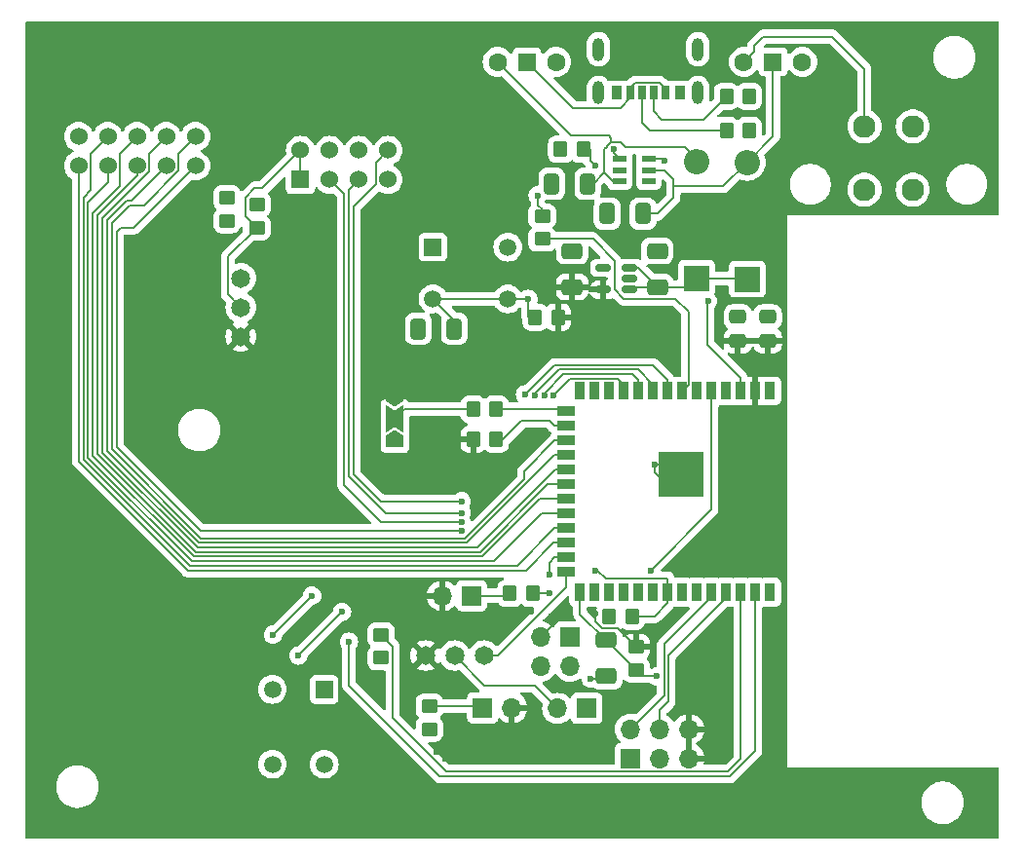
<source format=gbr>
%TF.GenerationSoftware,KiCad,Pcbnew,8.0.8*%
%TF.CreationDate,2025-03-31T15:53:02-05:00*%
%TF.ProjectId,Final Project V1,46696e61-6c20-4507-926f-6a6563742056,rev?*%
%TF.SameCoordinates,Original*%
%TF.FileFunction,Copper,L1,Top*%
%TF.FilePolarity,Positive*%
%FSLAX46Y46*%
G04 Gerber Fmt 4.6, Leading zero omitted, Abs format (unit mm)*
G04 Created by KiCad (PCBNEW 8.0.8) date 2025-03-31 15:53:02*
%MOMM*%
%LPD*%
G01*
G04 APERTURE LIST*
G04 Aperture macros list*
%AMRoundRect*
0 Rectangle with rounded corners*
0 $1 Rounding radius*
0 $2 $3 $4 $5 $6 $7 $8 $9 X,Y pos of 4 corners*
0 Add a 4 corners polygon primitive as box body*
4,1,4,$2,$3,$4,$5,$6,$7,$8,$9,$2,$3,0*
0 Add four circle primitives for the rounded corners*
1,1,$1+$1,$2,$3*
1,1,$1+$1,$4,$5*
1,1,$1+$1,$6,$7*
1,1,$1+$1,$8,$9*
0 Add four rect primitives between the rounded corners*
20,1,$1+$1,$2,$3,$4,$5,0*
20,1,$1+$1,$4,$5,$6,$7,0*
20,1,$1+$1,$6,$7,$8,$9,0*
20,1,$1+$1,$8,$9,$2,$3,0*%
%AMFreePoly0*
4,1,6,1.000000,0.000000,0.500000,-0.750000,-0.500000,-0.750000,-0.500000,0.750000,0.500000,0.750000,1.000000,0.000000,1.000000,0.000000,$1*%
%AMFreePoly1*
4,1,7,0.700000,0.000000,1.200000,-0.750000,-1.200000,-0.750000,-0.700000,0.000000,-1.200000,0.750000,1.200000,0.750000,0.700000,0.000000,0.700000,0.000000,$1*%
G04 Aperture macros list end*
%TA.AperFunction,ComponentPad*%
%ADD10C,1.651000*%
%TD*%
%TA.AperFunction,ComponentPad*%
%ADD11C,1.524000*%
%TD*%
%TA.AperFunction,ComponentPad*%
%ADD12R,1.498000X1.498000*%
%TD*%
%TA.AperFunction,ComponentPad*%
%ADD13C,1.498000*%
%TD*%
%TA.AperFunction,ComponentPad*%
%ADD14R,2.200000X2.200000*%
%TD*%
%TA.AperFunction,ComponentPad*%
%ADD15O,2.200000X2.200000*%
%TD*%
%TA.AperFunction,SMDPad,CuDef*%
%ADD16RoundRect,0.250000X0.350000X0.450000X-0.350000X0.450000X-0.350000X-0.450000X0.350000X-0.450000X0*%
%TD*%
%TA.AperFunction,ComponentPad*%
%ADD17R,1.500000X1.500000*%
%TD*%
%TA.AperFunction,ComponentPad*%
%ADD18C,1.600000*%
%TD*%
%TA.AperFunction,SMDPad,CuDef*%
%ADD19RoundRect,0.072500X0.532500X0.217500X-0.532500X0.217500X-0.532500X-0.217500X0.532500X-0.217500X0*%
%TD*%
%TA.AperFunction,SMDPad,CuDef*%
%ADD20FreePoly0,90.000000*%
%TD*%
%TA.AperFunction,SMDPad,CuDef*%
%ADD21FreePoly1,90.000000*%
%TD*%
%TA.AperFunction,SMDPad,CuDef*%
%ADD22FreePoly0,270.000000*%
%TD*%
%TA.AperFunction,SMDPad,CuDef*%
%ADD23RoundRect,0.250000X0.450000X-0.350000X0.450000X0.350000X-0.450000X0.350000X-0.450000X-0.350000X0*%
%TD*%
%TA.AperFunction,SMDPad,CuDef*%
%ADD24RoundRect,0.250000X0.650000X-0.412500X0.650000X0.412500X-0.650000X0.412500X-0.650000X-0.412500X0*%
%TD*%
%TA.AperFunction,ComponentPad*%
%ADD25R,1.700000X1.700000*%
%TD*%
%TA.AperFunction,ComponentPad*%
%ADD26O,1.700000X1.700000*%
%TD*%
%TA.AperFunction,SMDPad,CuDef*%
%ADD27R,0.700000X1.150000*%
%TD*%
%TA.AperFunction,SMDPad,CuDef*%
%ADD28R,0.800000X1.150000*%
%TD*%
%TA.AperFunction,SMDPad,CuDef*%
%ADD29R,0.900000X1.150000*%
%TD*%
%TA.AperFunction,ComponentPad*%
%ADD30O,1.000000X2.000000*%
%TD*%
%TA.AperFunction,SMDPad,CuDef*%
%ADD31RoundRect,0.250000X-0.350000X-0.450000X0.350000X-0.450000X0.350000X0.450000X-0.350000X0.450000X0*%
%TD*%
%TA.AperFunction,SMDPad,CuDef*%
%ADD32RoundRect,0.250000X-0.475000X0.337500X-0.475000X-0.337500X0.475000X-0.337500X0.475000X0.337500X0*%
%TD*%
%TA.AperFunction,SMDPad,CuDef*%
%ADD33RoundRect,0.250000X-0.412500X-0.650000X0.412500X-0.650000X0.412500X0.650000X-0.412500X0.650000X0*%
%TD*%
%TA.AperFunction,ComponentPad*%
%ADD34R,1.530000X1.530000*%
%TD*%
%TA.AperFunction,ComponentPad*%
%ADD35C,1.530000*%
%TD*%
%TA.AperFunction,SMDPad,CuDef*%
%ADD36RoundRect,0.250000X-0.450000X0.350000X-0.450000X-0.350000X0.450000X-0.350000X0.450000X0.350000X0*%
%TD*%
%TA.AperFunction,SMDPad,CuDef*%
%ADD37RoundRect,0.250000X0.412500X0.650000X-0.412500X0.650000X-0.412500X-0.650000X0.412500X-0.650000X0*%
%TD*%
%TA.AperFunction,ComponentPad*%
%ADD38C,1.955800*%
%TD*%
%TA.AperFunction,SMDPad,CuDef*%
%ADD39RoundRect,0.150000X0.512500X0.150000X-0.512500X0.150000X-0.512500X-0.150000X0.512500X-0.150000X0*%
%TD*%
%TA.AperFunction,SMDPad,CuDef*%
%ADD40R,0.900000X1.500000*%
%TD*%
%TA.AperFunction,SMDPad,CuDef*%
%ADD41R,1.500000X0.900000*%
%TD*%
%TA.AperFunction,HeatsinkPad*%
%ADD42C,0.600000*%
%TD*%
%TA.AperFunction,HeatsinkPad*%
%ADD43R,3.900000X3.900000*%
%TD*%
%TA.AperFunction,ViaPad*%
%ADD44C,0.600000*%
%TD*%
%TA.AperFunction,Conductor*%
%ADD45C,0.200000*%
%TD*%
G04 APERTURE END LIST*
D10*
%TO.P,U5,1,G*%
%TO.N,Motor Power Signal*%
X186140000Y-124200000D03*
%TO.P,U5,2,D*%
%TO.N,Motor Out*%
X183600000Y-124200000D03*
%TO.P,U5,3,S*%
%TO.N,3.3V*%
X181060000Y-124200000D03*
%TD*%
%TO.P,U4,1,G*%
%TO.N,Camera Power Signal*%
X165000000Y-91400000D03*
%TO.P,U4,2,D*%
%TO.N,Camera Power*%
X165000000Y-93940000D03*
%TO.P,U4,3,S*%
%TO.N,3.3V*%
X165000000Y-96480000D03*
%TD*%
D11*
%TO.P,J9,1*%
%TO.N,D4*%
X150920000Y-81619700D03*
%TO.P,J9,2*%
%TO.N,GND*%
X150920000Y-79079700D03*
%TO.P,J9,3*%
%TO.N,D6*%
X153460000Y-81619700D03*
%TO.P,J9,4*%
%TO.N,D5*%
X153460000Y-79079700D03*
%TO.P,J9,5*%
%TO.N,MCLK*%
X156000000Y-81619700D03*
%TO.P,J9,6*%
%TO.N,D7*%
X156000000Y-79079700D03*
%TO.P,J9,7*%
%TO.N,HS*%
X158540000Y-81619700D03*
%TO.P,J9,8*%
%TO.N,PCLK*%
X158540000Y-79079700D03*
%TO.P,J9,9*%
%TO.N,D0*%
X161080000Y-81619700D03*
%TO.P,J9,10*%
%TO.N,VS*%
X161080000Y-79079700D03*
%TD*%
D12*
%TO.P,SW6,1*%
%TO.N,Net-(U2-IO0)*%
X172250000Y-127150000D03*
D13*
%TO.P,SW6,2*%
X172250000Y-133650000D03*
%TO.P,SW6,3*%
%TO.N,GND*%
X167750000Y-127150000D03*
%TO.P,SW6,4*%
X167750000Y-133650000D03*
%TD*%
D14*
%TO.P,D2,1,K*%
%TO.N,Net-(D1-K)*%
X209000000Y-91480000D03*
D15*
%TO.P,D2,2,A*%
%TO.N,Net-(D2-A)*%
X209000000Y-81320000D03*
%TD*%
D16*
%TO.P,R3,1*%
%TO.N,Net-(U2-IO46)*%
X187200000Y-105400000D03*
%TO.P,R3,2*%
%TO.N,3.3V*%
X185200000Y-105400000D03*
%TD*%
D17*
%TO.P,SW5,1,B*%
%TO.N,Net-(D2-A)*%
X211260000Y-72600000D03*
D18*
%TO.P,SW5,2,C*%
%TO.N,Net-(SW5-C)*%
X208720000Y-72600000D03*
%TO.P,SW5,3,A*%
%TO.N,GND*%
X213800000Y-72600000D03*
%TD*%
D19*
%TO.P,U3,1,TS*%
%TO.N,Connector for thermistor*%
X200455000Y-82950000D03*
%TO.P,U3,2,OUT*%
%TO.N,Net-(D2-A)*%
X200455000Y-82000000D03*
%TO.P,U3,3,~{CHG}*%
%TO.N,Net-(U3-~{CHG})*%
X200455000Y-81050000D03*
%TO.P,U3,4,ISET*%
%TO.N,Net-(U3-ISET)*%
X197945000Y-81050000D03*
%TO.P,U3,5,GND*%
%TO.N,GND*%
X197945000Y-82000000D03*
%TO.P,U3,6,VIN*%
%TO.N,Net-(D1-A)*%
X197945000Y-82950000D03*
%TD*%
D16*
%TO.P,R18,1*%
%TO.N,GND*%
X209200000Y-75600000D03*
%TO.P,R18,2*%
%TO.N,Net-(USB-C1-CC1)*%
X207200000Y-75600000D03*
%TD*%
D20*
%TO.P,JP1,1,A*%
%TO.N,GND*%
X178400000Y-105600000D03*
D21*
%TO.P,JP1,2,C*%
%TO.N,Net-(JP1-C)*%
X178400000Y-103600000D03*
D22*
%TO.P,JP1,3,B*%
%TO.N,3.3V*%
X178400000Y-101600000D03*
%TD*%
D23*
%TO.P,R9,1*%
%TO.N,Camera Power*%
X166400000Y-87000000D03*
%TO.P,R9,2*%
%TO.N,SCL*%
X166400000Y-85000000D03*
%TD*%
D24*
%TO.P,C1,1*%
%TO.N,3.3V*%
X193800000Y-92162500D03*
%TO.P,C1,2*%
%TO.N,GND*%
X193800000Y-89037500D03*
%TD*%
D25*
%TO.P,J3,1,Pin_1*%
%TO.N,GND*%
X193600000Y-122600000D03*
D26*
%TO.P,J3,2,Pin_2*%
%TO.N,Hall Read*%
X193600000Y-125140000D03*
%TO.P,J3,3,Pin_3*%
%TO.N,3.3V*%
X191060000Y-122600000D03*
%TO.P,J3,4,Pin_4*%
%TO.N,GND*%
X191060000Y-125140000D03*
%TD*%
D24*
%TO.P,C6,1*%
%TO.N,GND*%
X196775000Y-126012500D03*
%TO.P,C6,2*%
%TO.N,Net-(U2-IO0)*%
X196775000Y-122887500D03*
%TD*%
D23*
%TO.P,R10,1*%
%TO.N,Net-(U2-IO0)*%
X199375000Y-125450000D03*
%TO.P,R10,2*%
%TO.N,3.3V*%
X199375000Y-123450000D03*
%TD*%
D12*
%TO.P,SW3,1*%
%TO.N,GND*%
X181700000Y-88700000D03*
D13*
%TO.P,SW3,2*%
X188200000Y-88700000D03*
%TO.P,SW3,3*%
%TO.N,Chip_PU*%
X181700000Y-93200000D03*
%TO.P,SW3,4*%
X188200000Y-93200000D03*
%TD*%
D16*
%TO.P,R16,1*%
%TO.N,Manual Feed*%
X199000000Y-120800000D03*
%TO.P,R16,2*%
%TO.N,GND*%
X197000000Y-120800000D03*
%TD*%
D27*
%TO.P,USB-C1,A5,CC1*%
%TO.N,Net-(USB-C1-CC1)*%
X200900000Y-75305000D03*
D28*
%TO.P,USB-C1,A9,V-BUS*%
%TO.N,Net-(SW4-B)*%
X198880000Y-75305000D03*
D29*
%TO.P,USB-C1,A12,GND*%
%TO.N,GND*%
X197650000Y-75305000D03*
D27*
%TO.P,USB-C1,B5,CC2*%
%TO.N,Net-(USB-C1-CC2)*%
X199900000Y-75305000D03*
D28*
%TO.P,USB-C1,B9,V-BUS__1*%
%TO.N,Net-(SW4-B)*%
X201920000Y-75305000D03*
D29*
%TO.P,USB-C1,B12,GND__1*%
%TO.N,GND*%
X203150000Y-75305000D03*
D30*
%TO.P,USB-C1,S1,SHIELD*%
X204720000Y-75300000D03*
%TO.P,USB-C1,S2,SHIELD__1*%
X196080000Y-75300000D03*
%TO.P,USB-C1,S3,SHIELD__2*%
X204720000Y-71500000D03*
%TO.P,USB-C1,S4,SHIELD__3*%
X196080000Y-71500000D03*
%TD*%
D14*
%TO.P,D1,1,K*%
%TO.N,Net-(D1-K)*%
X204600000Y-91400000D03*
D15*
%TO.P,D1,2,A*%
%TO.N,Net-(D1-A)*%
X204600000Y-81240000D03*
%TD*%
D31*
%TO.P,R6,1*%
%TO.N,Net-(JP1-C)*%
X185200000Y-102800000D03*
%TO.P,R6,2*%
%TO.N,Net-(U2-IO3)*%
X187200000Y-102800000D03*
%TD*%
D23*
%TO.P,R8,1*%
%TO.N,Camera Power*%
X177200000Y-124400000D03*
%TO.P,R8,2*%
%TO.N,SDA*%
X177200000Y-122400000D03*
%TD*%
%TO.P,R5,1*%
%TO.N,GND*%
X181400000Y-130600000D03*
%TO.P,R5,2*%
%TO.N,Net-(J5-Pin_1)*%
X181400000Y-128600000D03*
%TD*%
D32*
%TO.P,C5,1*%
%TO.N,GND*%
X208200000Y-94762500D03*
%TO.P,C5,2*%
%TO.N,3.3V*%
X208200000Y-96837500D03*
%TD*%
D31*
%TO.P,R15,1*%
%TO.N,Chip_PU*%
X190600000Y-94800000D03*
%TO.P,R15,2*%
%TO.N,3.3V*%
X192600000Y-94800000D03*
%TD*%
D33*
%TO.P,C4,1*%
%TO.N,GND*%
X196837500Y-85800000D03*
%TO.P,C4,2*%
%TO.N,Net-(D2-A)*%
X199962500Y-85800000D03*
%TD*%
D25*
%TO.P,J2,1,Pin_1*%
%TO.N,GND*%
X198860000Y-133140000D03*
D26*
%TO.P,J2,2,Pin_2*%
%TO.N,RX*%
X198860000Y-130600000D03*
%TO.P,J2,3,Pin_3*%
%TO.N,GND*%
X201400000Y-133140000D03*
%TO.P,J2,4,Pin_4*%
%TO.N,TX*%
X201400000Y-130600000D03*
%TO.P,J2,5,Pin_5*%
%TO.N,3.3V*%
X203940000Y-133140000D03*
%TO.P,J2,6,Pin_6*%
X203940000Y-130600000D03*
%TD*%
D23*
%TO.P,R7,1*%
%TO.N,GND*%
X163800000Y-86400000D03*
%TO.P,R7,2*%
%TO.N,Net-(J8-Pad7)*%
X163800000Y-84400000D03*
%TD*%
D25*
%TO.P,J5,1,Pin_1*%
%TO.N,Net-(J5-Pin_1)*%
X186025000Y-128750000D03*
D26*
%TO.P,J5,2,Pin_2*%
%TO.N,3.3V*%
X188565000Y-128750000D03*
%TD*%
D31*
%TO.P,R1,1*%
%TO.N,GND*%
X192800000Y-80200000D03*
%TO.P,R1,2*%
%TO.N,Net-(U3-ISET)*%
X194800000Y-80200000D03*
%TD*%
D24*
%TO.P,C2,1*%
%TO.N,Net-(D1-K)*%
X201200000Y-92162500D03*
%TO.P,C2,2*%
%TO.N,GND*%
X201200000Y-89037500D03*
%TD*%
D17*
%TO.P,SW4,1,B*%
%TO.N,Net-(SW4-B)*%
X189860000Y-72600000D03*
D18*
%TO.P,SW4,2,C*%
%TO.N,Net-(D1-A)*%
X187320000Y-72600000D03*
%TO.P,SW4,3,A*%
%TO.N,GND*%
X192400000Y-72600000D03*
%TD*%
D25*
%TO.P,J4,1,Pin_1*%
%TO.N,GND*%
X195075000Y-128800000D03*
D26*
%TO.P,J4,2,Pin_2*%
%TO.N,Motor Out*%
X192535000Y-128800000D03*
%TD*%
D34*
%TO.P,J8,1,1*%
%TO.N,Camera Power*%
X170190000Y-82827500D03*
D35*
%TO.P,J8,2,2*%
X170190000Y-80287500D03*
%TO.P,J8,3,3*%
%TO.N,D1*%
X172730000Y-82827500D03*
%TO.P,J8,4,4*%
%TO.N,SDA*%
X172730000Y-80287500D03*
%TO.P,J8,5,5*%
%TO.N,D2*%
X175270000Y-82827500D03*
%TO.P,J8,6,6*%
%TO.N,SCL*%
X175270000Y-80287500D03*
%TO.P,J8,7,7*%
%TO.N,Net-(J8-Pad7)*%
X177810000Y-82827500D03*
%TO.P,J8,8,8*%
%TO.N,D3*%
X177810000Y-80287500D03*
%TD*%
D36*
%TO.P,R2,1*%
%TO.N,Net-(U3-~{CHG})*%
X191200000Y-86000000D03*
%TO.P,R2,2*%
%TO.N,Microcontroller Charge Read*%
X191200000Y-88000000D03*
%TD*%
D37*
%TO.P,C9,1*%
%TO.N,Chip_PU*%
X183562500Y-95800000D03*
%TO.P,C9,2*%
%TO.N,GND*%
X180437500Y-95800000D03*
%TD*%
D16*
%TO.P,R17,1*%
%TO.N,GND*%
X209200000Y-78550000D03*
%TO.P,R17,2*%
%TO.N,Net-(USB-C1-CC2)*%
X207200000Y-78550000D03*
%TD*%
D37*
%TO.P,C3,1*%
%TO.N,Net-(D1-A)*%
X195162500Y-83200000D03*
%TO.P,C3,2*%
%TO.N,GND*%
X192037500Y-83200000D03*
%TD*%
D38*
%TO.P,J1,1,1*%
%TO.N,Net-(SW5-C)*%
X219200000Y-78200000D03*
%TO.P,J1,2,2*%
%TO.N,GND*%
X223399998Y-78200000D03*
%TO.P,J1,3,3*%
%TO.N,unconnected-(J1-Pad3)*%
X219200000Y-83699999D03*
%TO.P,J1,4,4*%
%TO.N,unconnected-(J1-Pad4)*%
X223399998Y-83699999D03*
%TD*%
D25*
%TO.P,J7,1,Pin_1*%
%TO.N,Net-(J7-Pin_1)*%
X185075000Y-119000000D03*
D26*
%TO.P,J7,2,Pin_2*%
%TO.N,3.3V*%
X182535000Y-119000000D03*
%TD*%
D39*
%TO.P,U1,1,VIN*%
%TO.N,Net-(D1-K)*%
X198800000Y-92400000D03*
%TO.P,U1,2,GND*%
%TO.N,GND*%
X198800000Y-91450000D03*
%TO.P,U1,3,EN*%
%TO.N,Net-(D1-K)*%
X198800000Y-90500000D03*
%TO.P,U1,4,NC*%
%TO.N,unconnected-(U1-NC-Pad4)*%
X196525000Y-90500000D03*
%TO.P,U1,5,VOUT*%
%TO.N,3.3V*%
X196525000Y-92400000D03*
%TD*%
D32*
%TO.P,C10,1*%
%TO.N,GND*%
X210800000Y-94762500D03*
%TO.P,C10,2*%
%TO.N,3.3V*%
X210800000Y-96837500D03*
%TD*%
D16*
%TO.P,R4,1*%
%TO.N,Manual Feed*%
X190400000Y-118800000D03*
%TO.P,R4,2*%
%TO.N,Net-(J7-Pin_1)*%
X188400000Y-118800000D03*
%TD*%
D40*
%TO.P,U2,1,GND*%
%TO.N,GND*%
X211000000Y-101200000D03*
%TO.P,U2,2,3V3*%
%TO.N,3.3V*%
X209730000Y-101200000D03*
%TO.P,U2,3,EN*%
%TO.N,Chip_PU*%
X208460000Y-101200000D03*
%TO.P,U2,4,IO4*%
%TO.N,unconnected-(U2-IO4-Pad4)*%
X207190000Y-101200000D03*
%TO.P,U2,5,IO5*%
%TO.N,Hall Read*%
X205920000Y-101200000D03*
%TO.P,U2,6,IO6*%
%TO.N,unconnected-(U2-IO6-Pad6)*%
X204650000Y-101200000D03*
%TO.P,U2,7,IO7*%
%TO.N,Microcontroller Charge Read*%
X203380000Y-101200000D03*
%TO.P,U2,8,IO15*%
%TO.N,D3*%
X202110000Y-101200000D03*
%TO.P,U2,9,IO16*%
%TO.N,D2*%
X200840000Y-101200000D03*
%TO.P,U2,10,IO17*%
%TO.N,D1*%
X199570000Y-101200000D03*
%TO.P,U2,11,IO18*%
%TO.N,D0*%
X198300000Y-101200000D03*
%TO.P,U2,12,IO8*%
%TO.N,unconnected-(U2-IO8-Pad12)*%
X197030000Y-101200000D03*
%TO.P,U2,13,USB_D-*%
%TO.N,unconnected-(U2-USB_D--Pad13)*%
X195760000Y-101200000D03*
%TO.P,U2,14,USB_D+*%
%TO.N,unconnected-(U2-USB_D+-Pad14)*%
X194490000Y-101200000D03*
D41*
%TO.P,U2,15,IO3*%
%TO.N,Net-(U2-IO3)*%
X193240000Y-102965000D03*
%TO.P,U2,16,IO46*%
%TO.N,Net-(U2-IO46)*%
X193240000Y-104235000D03*
%TO.P,U2,17,IO9*%
%TO.N,VS*%
X193240000Y-105505000D03*
%TO.P,U2,18,IO10*%
%TO.N,HS*%
X193240000Y-106775000D03*
%TO.P,U2,19,IO11*%
%TO.N,PCLK*%
X193240000Y-108045000D03*
%TO.P,U2,20,IO12*%
%TO.N,MCLK*%
X193240000Y-109315000D03*
%TO.P,U2,21,IO13*%
%TO.N,D7*%
X193240000Y-110585000D03*
%TO.P,U2,22,IO14*%
%TO.N,D6*%
X193240000Y-111855000D03*
%TO.P,U2,23,IO21*%
%TO.N,D5*%
X193240000Y-113125000D03*
%TO.P,U2,24,IO47*%
%TO.N,D4*%
X193240000Y-114395000D03*
%TO.P,U2,25,IO48*%
%TO.N,Camera Power Signal*%
X193240000Y-115665000D03*
%TO.P,U2,26,IO45*%
%TO.N,Motor Power Signal*%
X193240000Y-116935000D03*
D40*
%TO.P,U2,27,IO0*%
%TO.N,Net-(U2-IO0)*%
X194490000Y-118700000D03*
%TO.P,U2,28,IO35*%
%TO.N,unconnected-(U2-IO35-Pad28)*%
X195760000Y-118700000D03*
%TO.P,U2,29,IO36*%
%TO.N,unconnected-(U2-IO36-Pad29)*%
X197030000Y-118700000D03*
%TO.P,U2,30,IO37*%
%TO.N,unconnected-(U2-IO37-Pad30)*%
X198300000Y-118700000D03*
%TO.P,U2,31,IO38*%
%TO.N,unconnected-(U2-IO38-Pad31)*%
X199570000Y-118700000D03*
%TO.P,U2,32,IO39*%
%TO.N,unconnected-(U2-IO39-Pad32)*%
X200840000Y-118700000D03*
%TO.P,U2,33,IO40*%
%TO.N,Manual Feed*%
X202110000Y-118700000D03*
%TO.P,U2,34,IO41*%
%TO.N,unconnected-(U2-IO41-Pad34)*%
X203380000Y-118700000D03*
%TO.P,U2,35,IO42*%
%TO.N,unconnected-(U2-IO42-Pad35)*%
X204650000Y-118700000D03*
%TO.P,U2,36,RXD0*%
%TO.N,RX*%
X205920000Y-118700000D03*
%TO.P,U2,37,TXD0*%
%TO.N,TX*%
X207190000Y-118700000D03*
%TO.P,U2,38,IO2*%
%TO.N,SDA*%
X208460000Y-118700000D03*
%TO.P,U2,39,IO1*%
%TO.N,SCL*%
X209730000Y-118700000D03*
%TO.P,U2,40,GND*%
%TO.N,GND*%
X211000000Y-118700000D03*
D42*
%TO.P,U2,41,GND*%
X203980000Y-107050000D03*
X202580000Y-107050000D03*
X204680000Y-107750000D03*
X203280000Y-107750000D03*
X201880000Y-107750000D03*
X203980000Y-108450000D03*
D43*
X203280000Y-108450000D03*
D42*
X202580000Y-108450000D03*
X204680000Y-109150000D03*
X203280000Y-109150000D03*
X201880000Y-109150000D03*
X203980000Y-109850000D03*
X202580000Y-109850000D03*
%TD*%
D44*
%TO.N,3.3V*%
X211000000Y-123000000D03*
X207400000Y-123000000D03*
X203200000Y-124800000D03*
X200800000Y-124600000D03*
X192000000Y-120800000D03*
X182800000Y-133200000D03*
X181000000Y-135000000D03*
X195800000Y-120600000D03*
X190200000Y-120400000D03*
X182000000Y-132600000D03*
X179800000Y-133800000D03*
%TO.N,GND*%
X198800000Y-91450000D03*
X209200000Y-75600000D03*
X210800000Y-94762500D03*
X193800000Y-89037500D03*
X167800000Y-122400000D03*
X211000000Y-101200000D03*
X203150000Y-75305000D03*
X178400000Y-105600000D03*
X209200000Y-78550000D03*
X197000000Y-120800000D03*
X197945000Y-82000000D03*
X201200000Y-89037500D03*
X163800000Y-86400000D03*
X211000000Y-118700000D03*
X196837500Y-85800000D03*
X195400000Y-126200000D03*
X181400000Y-130600000D03*
X170000000Y-124200000D03*
X171200000Y-119000000D03*
X208200000Y-94762500D03*
X192037500Y-83200000D03*
X201000000Y-107600000D03*
X192800000Y-80200000D03*
X180437500Y-95800000D03*
X197777815Y-75179315D03*
X173800000Y-120400000D03*
%TO.N,Chip_PU*%
X205600000Y-93400000D03*
X190000000Y-93200000D03*
%TO.N,Net-(U3-ISET)*%
X195800000Y-81600000D03*
X197400000Y-80200000D03*
%TO.N,Net-(U3-~{CHG})*%
X201800000Y-81200000D03*
X190800000Y-84200000D03*
%TO.N,Hall Read*%
X200600000Y-116800000D03*
%TO.N,D0*%
X184200000Y-113400000D03*
X192200000Y-101600000D03*
%TO.N,D1*%
X191400000Y-101600000D03*
X184200000Y-112600000D03*
%TO.N,D2*%
X184200000Y-111800000D03*
X190600000Y-101600000D03*
%TO.N,Camera Power*%
X177200000Y-124400000D03*
%TO.N,SDA*%
X177200000Y-122400000D03*
%TO.N,D3*%
X184200000Y-110800000D03*
X189700000Y-101500000D03*
%TO.N,SCL*%
X166400000Y-85000000D03*
X174400000Y-123000000D03*
%TO.N,Manual Feed*%
X195800000Y-116800000D03*
X191800000Y-118800000D03*
%TO.N,Camera Power Signal*%
X191800000Y-117200000D03*
%TO.N,Net-(J8-Pad7)*%
X163800000Y-84600000D03*
%TO.N,Net-(U2-IO0)*%
X201187500Y-126012500D03*
%TD*%
D45*
%TO.N,3.3V*%
X192000000Y-120800000D02*
X192000000Y-121660000D01*
X199375000Y-123450000D02*
X197725000Y-121800000D01*
X195800000Y-121200000D02*
X195800000Y-120600000D01*
X196400000Y-121800000D02*
X195800000Y-121200000D01*
X197725000Y-121800000D02*
X196400000Y-121800000D01*
X192000000Y-121660000D02*
X191060000Y-122600000D01*
%TO.N,GND*%
X195400000Y-126200000D02*
X196587500Y-126200000D01*
X202580000Y-107050000D02*
X203280000Y-107750000D01*
X167800000Y-122400000D02*
X171200000Y-119000000D01*
X203280000Y-107750000D02*
X202580000Y-108450000D01*
X203280000Y-109150000D02*
X202580000Y-109850000D01*
X202580000Y-107050000D02*
X201880000Y-107750000D01*
X201730000Y-107600000D02*
X201880000Y-107750000D01*
X203280000Y-107750000D02*
X203980000Y-107050000D01*
X201000000Y-108270000D02*
X201000000Y-107600000D01*
X202580000Y-108450000D02*
X203280000Y-109150000D01*
X202580000Y-109850000D02*
X201000000Y-108270000D01*
X170000000Y-124200000D02*
X173800000Y-120400000D01*
X201000000Y-107600000D02*
X201730000Y-107600000D01*
X196587500Y-126200000D02*
X196775000Y-126012500D01*
X201880000Y-109150000D02*
X202580000Y-108450000D01*
X201880000Y-107750000D02*
X202580000Y-108450000D01*
%TO.N,Net-(D1-K)*%
X201200000Y-92162500D02*
X203837500Y-92162500D01*
X203837500Y-92162500D02*
X204600000Y-91400000D01*
X199037500Y-92162500D02*
X198800000Y-92400000D01*
X199537500Y-90500000D02*
X198800000Y-90500000D01*
X201200000Y-92162500D02*
X199037500Y-92162500D01*
X204600000Y-91400000D02*
X208920000Y-91400000D01*
X201200000Y-92162500D02*
X199537500Y-90500000D01*
X208920000Y-91400000D02*
X209000000Y-91480000D01*
%TO.N,Net-(D1-A)*%
X196600000Y-82209999D02*
X197340001Y-82950000D01*
X196600000Y-80200000D02*
X196600000Y-82209999D01*
X203600000Y-80000000D02*
X198400000Y-80000000D01*
X197200000Y-79551471D02*
X197151471Y-79600000D01*
X197151471Y-79600000D02*
X196800000Y-79951471D01*
X204600000Y-81240000D02*
X204600000Y-81000000D01*
X196800000Y-79951471D02*
X196800000Y-80000000D01*
X198000000Y-79600000D02*
X197151471Y-79600000D01*
X197200000Y-79200000D02*
X197200000Y-79551471D01*
X193720000Y-79000000D02*
X197000000Y-79000000D01*
X196600000Y-82209999D02*
X195609999Y-83200000D01*
X197000000Y-79000000D02*
X197200000Y-79200000D01*
X198400000Y-80000000D02*
X198000000Y-79600000D01*
X196800000Y-80000000D02*
X196600000Y-80200000D01*
X187320000Y-72600000D02*
X193720000Y-79000000D01*
X204600000Y-81000000D02*
X203600000Y-80000000D01*
X195609999Y-83200000D02*
X195162500Y-83200000D01*
X197340001Y-82950000D02*
X197945000Y-82950000D01*
%TO.N,Net-(D2-A)*%
X211260000Y-79060000D02*
X209000000Y-81320000D01*
X211260000Y-72600000D02*
X211260000Y-79060000D01*
X201200000Y-85800000D02*
X199962500Y-85800000D01*
X206920000Y-83400000D02*
X209000000Y-81320000D01*
X201800000Y-82000000D02*
X202600000Y-82800000D01*
X200455000Y-82000000D02*
X201800000Y-82000000D01*
X202600000Y-83400000D02*
X206920000Y-83400000D01*
X202600000Y-84400000D02*
X201200000Y-85800000D01*
X202600000Y-83400000D02*
X202600000Y-84400000D01*
X202600000Y-82800000D02*
X202600000Y-83400000D01*
%TO.N,Net-(U2-IO0)*%
X194490000Y-120602500D02*
X194490000Y-118700000D01*
X196775000Y-122887500D02*
X194490000Y-120602500D01*
X199375000Y-126000000D02*
X201175000Y-126000000D01*
X201175000Y-126000000D02*
X201187500Y-126012500D01*
X199375000Y-126000000D02*
X199375000Y-125487500D01*
X199375000Y-125487500D02*
X196775000Y-122887500D01*
%TO.N,Chip_PU*%
X183562500Y-95062500D02*
X183562500Y-95800000D01*
X205550000Y-95000000D02*
X205550000Y-93450000D01*
X181700000Y-93200000D02*
X183562500Y-95062500D01*
X205550000Y-95000000D02*
X205550000Y-97150000D01*
X205550000Y-97150000D02*
X208460000Y-100060000D01*
X190000000Y-93200000D02*
X190000000Y-94750000D01*
X181700000Y-93200000D02*
X188200000Y-93200000D01*
X188200000Y-93200000D02*
X190000000Y-93200000D01*
X190000000Y-94750000D02*
X190050000Y-94800000D01*
X205550000Y-93450000D02*
X205600000Y-93400000D01*
X208460000Y-100060000D02*
X208460000Y-101200000D01*
%TO.N,Net-(JP1-C)*%
X184650000Y-102800000D02*
X179200000Y-102800000D01*
X179200000Y-102800000D02*
X178400000Y-103600000D01*
%TO.N,Net-(U3-ISET)*%
X197400000Y-80200000D02*
X197400000Y-80505000D01*
X197400000Y-80505000D02*
X197945000Y-81050000D01*
X195350000Y-81150000D02*
X195800000Y-81600000D01*
X195350000Y-80200000D02*
X195350000Y-81150000D01*
%TO.N,Microcontroller Charge Read*%
X197487500Y-89887500D02*
X195600000Y-88000000D01*
X203380000Y-101200000D02*
X203900000Y-100680000D01*
X195600000Y-88000000D02*
X191200000Y-88000000D01*
X202784744Y-93200000D02*
X198296948Y-93200000D01*
X197487500Y-92390552D02*
X197487500Y-89887500D01*
X203900000Y-94315256D02*
X202784744Y-93200000D01*
X198296948Y-93200000D02*
X197487500Y-92390552D01*
X203900000Y-100680000D02*
X203900000Y-94315256D01*
%TO.N,Net-(U3-~{CHG})*%
X200455000Y-81050000D02*
X201650000Y-81050000D01*
X190800000Y-84200000D02*
X190800000Y-85050000D01*
X201650000Y-81050000D02*
X201800000Y-81200000D01*
X190800000Y-85050000D02*
X191200000Y-85450000D01*
%TO.N,Net-(U2-IO46)*%
X192235000Y-104235000D02*
X193240000Y-104235000D01*
X189400000Y-103800000D02*
X191800000Y-103800000D01*
X191800000Y-103800000D02*
X192235000Y-104235000D01*
X187800000Y-105400000D02*
X189400000Y-103800000D01*
X187750000Y-105400000D02*
X187800000Y-105400000D01*
%TO.N,Net-(U2-IO3)*%
X187750000Y-102800000D02*
X193075000Y-102800000D01*
X193075000Y-102800000D02*
X193240000Y-102965000D01*
%TO.N,Net-(SW5-C)*%
X209600000Y-71720000D02*
X208720000Y-72600000D01*
X210400000Y-70400000D02*
X209600000Y-71200000D01*
X219200000Y-77100001D02*
X219200000Y-73200000D01*
X216400000Y-70400000D02*
X210400000Y-70400000D01*
X209600000Y-71200000D02*
X209600000Y-71720000D01*
X219200000Y-78000000D02*
X219200000Y-77100001D01*
X219200000Y-73200000D02*
X216400000Y-70400000D01*
%TO.N,Hall Read*%
X205920000Y-101200000D02*
X205920000Y-111480000D01*
X205920000Y-111480000D02*
X200600000Y-116800000D01*
%TO.N,Motor Out*%
X190600000Y-126865000D02*
X192535000Y-128800000D01*
X186200000Y-126800000D02*
X190600000Y-126800000D01*
X183600000Y-124200000D02*
X186200000Y-126800000D01*
X190600000Y-126800000D02*
X190600000Y-126865000D01*
%TO.N,Net-(J5-Pin_1)*%
X185875000Y-128600000D02*
X186025000Y-128750000D01*
X181400000Y-128600000D02*
X185875000Y-128600000D01*
%TO.N,RX*%
X201787500Y-123212500D02*
X205920000Y-119080000D01*
X198860000Y-130600000D02*
X201787500Y-127672500D01*
X205920000Y-119080000D02*
X205920000Y-118700000D01*
X201787500Y-127672500D02*
X201787500Y-123212500D01*
%TO.N,D5*%
X151982000Y-83738000D02*
X151982000Y-80557700D01*
X151982000Y-80557700D02*
X153460000Y-79079700D01*
X189015000Y-116400000D02*
X160565686Y-116400000D01*
X160565686Y-116400000D02*
X151320000Y-107154314D01*
X151320000Y-84400000D02*
X151982000Y-83738000D01*
X193240000Y-113125000D02*
X192290000Y-113125000D01*
X192290000Y-113125000D02*
X189015000Y-116400000D01*
X151320000Y-107154314D02*
X151320000Y-84400000D01*
%TO.N,PCLK*%
X157062000Y-82138000D02*
X157062000Y-80557700D01*
X192355000Y-108045000D02*
X185600000Y-114800000D01*
X153000000Y-106571570D02*
X153000000Y-86200000D01*
X157062000Y-80557700D02*
X158540000Y-79079700D01*
X185600000Y-114800000D02*
X161228430Y-114800000D01*
X192710000Y-108045000D02*
X193240000Y-108045000D01*
X193240000Y-108045000D02*
X192355000Y-108045000D01*
X161228430Y-114800000D02*
X153000000Y-106571570D01*
X153000000Y-86200000D02*
X157062000Y-82138000D01*
%TO.N,D7*%
X193240000Y-110585000D02*
X191015000Y-110585000D01*
X152120000Y-85800000D02*
X154522000Y-83398000D01*
X154522000Y-80557700D02*
X156000000Y-79079700D01*
X154522000Y-83398000D02*
X154522000Y-80557700D01*
X186000000Y-115600000D02*
X160897058Y-115600000D01*
X191015000Y-110585000D02*
X186000000Y-115600000D01*
X152120000Y-106822942D02*
X152120000Y-85800000D01*
X160897058Y-115600000D02*
X152120000Y-106822942D01*
%TO.N,D4*%
X192205000Y-114395000D02*
X193240000Y-114395000D01*
X160400000Y-116800000D02*
X189800000Y-116800000D01*
X150920000Y-81619700D02*
X150920000Y-107320000D01*
X150920000Y-107320000D02*
X160400000Y-116800000D01*
X189800000Y-116800000D02*
X192205000Y-114395000D01*
%TO.N,MCLK*%
X152520000Y-106657256D02*
X152520000Y-85965686D01*
X191685000Y-109315000D02*
X185800000Y-115200000D01*
X156000000Y-82485686D02*
X156000000Y-81619700D01*
X185800000Y-115200000D02*
X161062744Y-115200000D01*
X193240000Y-109315000D02*
X191685000Y-109315000D01*
X152520000Y-85965686D02*
X156000000Y-82485686D01*
X161062744Y-115200000D02*
X152520000Y-106657256D01*
%TO.N,D6*%
X191145000Y-111855000D02*
X193240000Y-111855000D01*
X187000000Y-116000000D02*
X191145000Y-111855000D01*
X160731372Y-116000000D02*
X187000000Y-116000000D01*
X151720000Y-84800000D02*
X151720000Y-106988628D01*
X151720000Y-106988628D02*
X160731372Y-116000000D01*
X153460000Y-81619700D02*
X153460000Y-83060000D01*
X153460000Y-83060000D02*
X151720000Y-84800000D01*
%TO.N,D0*%
X161525488Y-113400000D02*
X154200000Y-106074512D01*
X198300000Y-100670000D02*
X197780000Y-100150000D01*
X198300000Y-101200000D02*
X198300000Y-100670000D01*
X154600000Y-87000000D02*
X155699700Y-87000000D01*
X197780000Y-100150000D02*
X193650000Y-100150000D01*
X193650000Y-100150000D02*
X192200000Y-101600000D01*
X154200000Y-87400000D02*
X154600000Y-87000000D01*
X155699700Y-87000000D02*
X161080000Y-81619700D01*
X184200000Y-113400000D02*
X161525488Y-113400000D01*
X154200000Y-106074512D02*
X154200000Y-87400000D01*
%TO.N,D1*%
X199070000Y-99750000D02*
X193050000Y-99750000D01*
X174000000Y-84097500D02*
X172730000Y-82827500D01*
X184200000Y-112600000D02*
X177200000Y-112600000D01*
X199570000Y-100250000D02*
X199070000Y-99750000D01*
X193050000Y-99750000D02*
X191400000Y-101400000D01*
X199570000Y-101200000D02*
X199570000Y-100250000D01*
X191400000Y-101400000D02*
X191400000Y-101600000D01*
X174000000Y-109400000D02*
X174000000Y-84097500D01*
X177200000Y-112600000D02*
X174000000Y-109400000D01*
%TO.N,D2*%
X174400000Y-108600000D02*
X177600000Y-111800000D01*
X200840000Y-101200000D02*
X200840000Y-100670000D01*
X174400000Y-83697500D02*
X174400000Y-108600000D01*
X199520000Y-99350000D02*
X192650000Y-99350000D01*
X175270000Y-82827500D02*
X174400000Y-83697500D01*
X200840000Y-100670000D02*
X199520000Y-99350000D01*
X190600000Y-101400000D02*
X190600000Y-101600000D01*
X177600000Y-111800000D02*
X184200000Y-111800000D01*
X192650000Y-99350000D02*
X190600000Y-101400000D01*
%TO.N,Camera Power*%
X170190000Y-80287500D02*
X170190000Y-82827500D01*
X166400000Y-87000000D02*
X165400000Y-86000000D01*
X166200000Y-83600000D02*
X166877500Y-83600000D01*
X166877500Y-83600000D02*
X170190000Y-80287500D01*
X163874500Y-92814500D02*
X165000000Y-93940000D01*
X163874500Y-89525500D02*
X163874500Y-92814500D01*
X165400000Y-84400000D02*
X166200000Y-83600000D01*
X165400000Y-86000000D02*
X165400000Y-84400000D01*
X166400000Y-87000000D02*
X163874500Y-89525500D01*
%TO.N,HS*%
X161394116Y-114400000D02*
X153400000Y-106405884D01*
X155082843Y-84682843D02*
X155476857Y-84682843D01*
X155476857Y-84682843D02*
X158540000Y-81619700D01*
X193240000Y-106775000D02*
X192290000Y-106775000D01*
X153400000Y-106405884D02*
X153400000Y-86365686D01*
X153400000Y-86365686D02*
X155082843Y-84682843D01*
X184665000Y-114400000D02*
X161394116Y-114400000D01*
X192290000Y-106775000D02*
X184665000Y-114400000D01*
%TO.N,SDA*%
X178200000Y-123400000D02*
X177200000Y-122400000D01*
X208460000Y-118700000D02*
X208460000Y-133188529D01*
X207358529Y-134290000D02*
X182841471Y-134290000D01*
X178200000Y-129648529D02*
X178200000Y-123400000D01*
X182841471Y-134290000D02*
X178200000Y-129648529D01*
X208460000Y-133188529D02*
X207358529Y-134290000D01*
%TO.N,TX*%
X207190000Y-119230000D02*
X202187500Y-124232500D01*
X207190000Y-118700000D02*
X207190000Y-119230000D01*
X202187500Y-124232500D02*
X202187500Y-128186154D01*
%TO.N,Net-(USB-C1-CC2)*%
X207200000Y-78550000D02*
X200550000Y-78550000D01*
X200550000Y-78550000D02*
X199900000Y-77900000D01*
X199900000Y-77900000D02*
X199900000Y-75305000D01*
%TO.N,Net-(USB-C1-CC1)*%
X200900000Y-76900000D02*
X200900000Y-75305000D01*
X205200000Y-77600000D02*
X201600000Y-77600000D01*
X207200000Y-75600000D02*
X205200000Y-77600000D01*
X201600000Y-77600000D02*
X200900000Y-76900000D01*
%TO.N,D3*%
X192250000Y-98950000D02*
X189700000Y-101500000D01*
X189700000Y-101500000D02*
X189600000Y-101600000D01*
X176745000Y-81352500D02*
X177810000Y-80287500D01*
X174800000Y-85200000D02*
X176745000Y-83255000D01*
X200810000Y-98950000D02*
X192250000Y-98950000D01*
X177165686Y-110800000D02*
X174800000Y-108434314D01*
X174800000Y-108434314D02*
X174800000Y-85200000D01*
X176745000Y-83255000D02*
X176745000Y-81352500D01*
X202110000Y-101200000D02*
X202110000Y-100250000D01*
X184200000Y-110800000D02*
X177165686Y-110800000D01*
X202110000Y-100250000D02*
X200810000Y-98950000D01*
%TO.N,VS*%
X156578752Y-85082843D02*
X155311171Y-85082843D01*
X159602000Y-82059595D02*
X156578752Y-85082843D01*
X161080000Y-79079700D02*
X159602000Y-80557700D01*
X155311171Y-85082843D02*
X153800000Y-86594014D01*
X153800000Y-106240198D02*
X161559802Y-114000000D01*
X161559802Y-114000000D02*
X184499314Y-114000000D01*
X184499314Y-114000000D02*
X189600000Y-108899314D01*
X189600000Y-108195000D02*
X192290000Y-105505000D01*
X153800000Y-86594014D02*
X153800000Y-106240198D01*
X159602000Y-80557700D02*
X159602000Y-82059595D01*
X189600000Y-108899314D02*
X189600000Y-108195000D01*
X192290000Y-105505000D02*
X193240000Y-105505000D01*
%TO.N,SCL*%
X174400000Y-126800000D02*
X174400000Y-123000000D01*
X207524215Y-134690000D02*
X182290000Y-134690000D01*
X209730000Y-132484215D02*
X207524215Y-134690000D01*
X182290000Y-134690000D02*
X174400000Y-126800000D01*
X209730000Y-118700000D02*
X209730000Y-132484215D01*
%TO.N,Manual Feed*%
X202110000Y-118700000D02*
X202110000Y-117510000D01*
X199000000Y-120800000D02*
X200960000Y-120800000D01*
X200960000Y-120800000D02*
X202110000Y-119650000D01*
X196710000Y-117510000D02*
X196000000Y-116800000D01*
X196000000Y-116800000D02*
X195800000Y-116800000D01*
X202110000Y-119650000D02*
X202110000Y-118700000D01*
X190400000Y-118800000D02*
X191800000Y-118800000D01*
X202110000Y-117510000D02*
X196710000Y-117510000D01*
%TO.N,Net-(SW4-B)*%
X198000000Y-76600000D02*
X198880000Y-75720000D01*
X198880000Y-74800000D02*
X199280000Y-74400000D01*
X201400000Y-74400000D02*
X201920000Y-74920000D01*
X189860000Y-72600000D02*
X193860000Y-76600000D01*
X198880000Y-75720000D02*
X198880000Y-75305000D01*
X199280000Y-74400000D02*
X201400000Y-74400000D01*
X201920000Y-74920000D02*
X201920000Y-75305000D01*
X198880000Y-75305000D02*
X198880000Y-74800000D01*
X193860000Y-76600000D02*
X198000000Y-76600000D01*
%TO.N,Camera Power Signal*%
X193240000Y-115665000D02*
X192290000Y-115665000D01*
X191800000Y-116155000D02*
X191800000Y-117200000D01*
X192290000Y-115665000D02*
X191800000Y-116155000D01*
%TO.N,Motor Power Signal*%
X193240000Y-118267433D02*
X193240000Y-116935000D01*
X186140000Y-124200000D02*
X187307433Y-124200000D01*
X187307433Y-124200000D02*
X193240000Y-118267433D01*
%TO.N,Net-(J7-Pin_1)*%
X185075000Y-119000000D02*
X188200000Y-119000000D01*
X188200000Y-119000000D02*
X188400000Y-118800000D01*
%TO.N,TX*%
X202187500Y-128186154D02*
X201400000Y-128973654D01*
X201400000Y-128973654D02*
X201400000Y-130600000D01*
%TD*%
%TA.AperFunction,Conductor*%
%TO.N,3.3V*%
G36*
X192414855Y-125806546D02*
G01*
X192431575Y-125825842D01*
X192556586Y-126004377D01*
X192561505Y-126011401D01*
X192728599Y-126178495D01*
X192780188Y-126214618D01*
X192922165Y-126314032D01*
X192922167Y-126314033D01*
X192922170Y-126314035D01*
X193136337Y-126413903D01*
X193364592Y-126475063D01*
X193533936Y-126489879D01*
X193599999Y-126495659D01*
X193600000Y-126495659D01*
X193600001Y-126495659D01*
X193666064Y-126489879D01*
X193835408Y-126475063D01*
X194063663Y-126413903D01*
X194277830Y-126314035D01*
X194412218Y-126219935D01*
X194478422Y-126197608D01*
X194546189Y-126214618D01*
X194594002Y-126265565D01*
X194606560Y-126307625D01*
X194614631Y-126379250D01*
X194614631Y-126379254D01*
X194674211Y-126549523D01*
X194729063Y-126636819D01*
X194770184Y-126702262D01*
X194897738Y-126829816D01*
X195050478Y-126925789D01*
X195187597Y-126973769D01*
X195220745Y-126985368D01*
X195220750Y-126985369D01*
X195399996Y-127005565D01*
X195400000Y-127005565D01*
X195400004Y-127005565D01*
X195560186Y-126987517D01*
X195629007Y-126999572D01*
X195650977Y-127013469D01*
X195656337Y-127017707D01*
X195656342Y-127017710D01*
X195656344Y-127017712D01*
X195805666Y-127109814D01*
X195972203Y-127164999D01*
X196074991Y-127175500D01*
X197475008Y-127175499D01*
X197577797Y-127164999D01*
X197744334Y-127109814D01*
X197893656Y-127017712D01*
X198017712Y-126893656D01*
X198109814Y-126744334D01*
X198164999Y-126577797D01*
X198175500Y-126475009D01*
X198175499Y-126411227D01*
X198195183Y-126344191D01*
X198247986Y-126298435D01*
X198317144Y-126288491D01*
X198380700Y-126317515D01*
X198387180Y-126323548D01*
X198456344Y-126392712D01*
X198605666Y-126484814D01*
X198772203Y-126539999D01*
X198874991Y-126550500D01*
X199096634Y-126550499D01*
X199135179Y-126558165D01*
X199135365Y-126557473D01*
X199143214Y-126559576D01*
X199143216Y-126559577D01*
X199295943Y-126600500D01*
X199454057Y-126600500D01*
X200592060Y-126600500D01*
X200659099Y-126620185D01*
X200679741Y-126636819D01*
X200685238Y-126642316D01*
X200740162Y-126676827D01*
X200810494Y-126721020D01*
X200837978Y-126738289D01*
X201008245Y-126797868D01*
X201076884Y-126805601D01*
X201141296Y-126832666D01*
X201180852Y-126890260D01*
X201187000Y-126928821D01*
X201187000Y-127372402D01*
X201167315Y-127439441D01*
X201150681Y-127460083D01*
X199343530Y-129267233D01*
X199282207Y-129300718D01*
X199223756Y-129299327D01*
X199095413Y-129264938D01*
X199095403Y-129264936D01*
X198860001Y-129244341D01*
X198859999Y-129244341D01*
X198624596Y-129264936D01*
X198624586Y-129264938D01*
X198396344Y-129326094D01*
X198396335Y-129326098D01*
X198182171Y-129425964D01*
X198182169Y-129425965D01*
X197988597Y-129561505D01*
X197821505Y-129728597D01*
X197685965Y-129922169D01*
X197685964Y-129922171D01*
X197586098Y-130136335D01*
X197586094Y-130136344D01*
X197524938Y-130364586D01*
X197524936Y-130364596D01*
X197504341Y-130599999D01*
X197504341Y-130600000D01*
X197524936Y-130835403D01*
X197524938Y-130835413D01*
X197586094Y-131063655D01*
X197586096Y-131063659D01*
X197586097Y-131063663D01*
X197666004Y-131235023D01*
X197685965Y-131277830D01*
X197685967Y-131277834D01*
X197784573Y-131418657D01*
X197821501Y-131471396D01*
X197821506Y-131471402D01*
X197943430Y-131593326D01*
X197976915Y-131654649D01*
X197971931Y-131724341D01*
X197930059Y-131780274D01*
X197899083Y-131797189D01*
X197767669Y-131846203D01*
X197767664Y-131846206D01*
X197652455Y-131932452D01*
X197652452Y-131932455D01*
X197566206Y-132047664D01*
X197566202Y-132047671D01*
X197515908Y-132182517D01*
X197509501Y-132242116D01*
X197509500Y-132242127D01*
X197509500Y-132964736D01*
X197509501Y-133565500D01*
X197489816Y-133632539D01*
X197437013Y-133678294D01*
X197385501Y-133689500D01*
X183141568Y-133689500D01*
X183074529Y-133669815D01*
X183053887Y-133653181D01*
X181312886Y-131912180D01*
X181279401Y-131850857D01*
X181284385Y-131781165D01*
X181326257Y-131725232D01*
X181391721Y-131700815D01*
X181400567Y-131700499D01*
X181900002Y-131700499D01*
X181900008Y-131700499D01*
X182002797Y-131689999D01*
X182169334Y-131634814D01*
X182318656Y-131542712D01*
X182442712Y-131418656D01*
X182534814Y-131269334D01*
X182589999Y-131102797D01*
X182600500Y-131000009D01*
X182600499Y-130199992D01*
X182593866Y-130135063D01*
X182589999Y-130097203D01*
X182589998Y-130097200D01*
X182588869Y-130093793D01*
X182534814Y-129930666D01*
X182442712Y-129781344D01*
X182349049Y-129687681D01*
X182315564Y-129626358D01*
X182320548Y-129556666D01*
X182349049Y-129512319D01*
X182383538Y-129477830D01*
X182442712Y-129418656D01*
X182534814Y-129269334D01*
X182534815Y-129269331D01*
X182538605Y-129263187D01*
X182540399Y-129264293D01*
X182579687Y-129219663D01*
X182645908Y-129200500D01*
X184550501Y-129200500D01*
X184617540Y-129220185D01*
X184663295Y-129272989D01*
X184674501Y-129324500D01*
X184674501Y-129647876D01*
X184680908Y-129707483D01*
X184731202Y-129842328D01*
X184731206Y-129842335D01*
X184817452Y-129957544D01*
X184817455Y-129957547D01*
X184932664Y-130043793D01*
X184932671Y-130043797D01*
X185067517Y-130094091D01*
X185067516Y-130094091D01*
X185074444Y-130094835D01*
X185127127Y-130100500D01*
X186922872Y-130100499D01*
X186982483Y-130094091D01*
X187117331Y-130043796D01*
X187232546Y-129957546D01*
X187318796Y-129842331D01*
X187318797Y-129842327D01*
X187318800Y-129842323D01*
X187361095Y-129728922D01*
X187368002Y-129710401D01*
X187409872Y-129654468D01*
X187475337Y-129630050D01*
X187543610Y-129644901D01*
X187571865Y-129666053D01*
X187693917Y-129788105D01*
X187887421Y-129923600D01*
X188101507Y-130023429D01*
X188101516Y-130023433D01*
X188315000Y-130080634D01*
X188315000Y-129183012D01*
X188372007Y-129215925D01*
X188499174Y-129250000D01*
X188630826Y-129250000D01*
X188757993Y-129215925D01*
X188815000Y-129183012D01*
X188815000Y-130080633D01*
X189028483Y-130023433D01*
X189028492Y-130023429D01*
X189242578Y-129923600D01*
X189436082Y-129788105D01*
X189603105Y-129621082D01*
X189738600Y-129427578D01*
X189838429Y-129213492D01*
X189838432Y-129213486D01*
X189895636Y-129000000D01*
X188998012Y-129000000D01*
X189030925Y-128942993D01*
X189065000Y-128815826D01*
X189065000Y-128684174D01*
X189030925Y-128557007D01*
X188998012Y-128500000D01*
X189895636Y-128500000D01*
X189895635Y-128499999D01*
X189838432Y-128286513D01*
X189838429Y-128286507D01*
X189738600Y-128072422D01*
X189738599Y-128072420D01*
X189603113Y-127878926D01*
X189603108Y-127878920D01*
X189436078Y-127711890D01*
X189313521Y-127626074D01*
X189269896Y-127571497D01*
X189262704Y-127501999D01*
X189294226Y-127439644D01*
X189354456Y-127404231D01*
X189384645Y-127400500D01*
X190234903Y-127400500D01*
X190301942Y-127420185D01*
X190322584Y-127436819D01*
X191202233Y-128316468D01*
X191235718Y-128377791D01*
X191234327Y-128436241D01*
X191199939Y-128564583D01*
X191199936Y-128564596D01*
X191179341Y-128799999D01*
X191179341Y-128800000D01*
X191199936Y-129035403D01*
X191199938Y-129035413D01*
X191261094Y-129263655D01*
X191261096Y-129263659D01*
X191261097Y-129263663D01*
X191336780Y-129425965D01*
X191360965Y-129477830D01*
X191360967Y-129477834D01*
X191467551Y-129630050D01*
X191496505Y-129671401D01*
X191663599Y-129838495D01*
X191760384Y-129906265D01*
X191857165Y-129974032D01*
X191857167Y-129974033D01*
X191857170Y-129974035D01*
X192071337Y-130073903D01*
X192071343Y-130073904D01*
X192071344Y-130073905D01*
X192126285Y-130088626D01*
X192299592Y-130135063D01*
X192476034Y-130150500D01*
X192534999Y-130155659D01*
X192535000Y-130155659D01*
X192535001Y-130155659D01*
X192593966Y-130150500D01*
X192770408Y-130135063D01*
X192998663Y-130073903D01*
X193212830Y-129974035D01*
X193406401Y-129838495D01*
X193528329Y-129716566D01*
X193589648Y-129683084D01*
X193659340Y-129688068D01*
X193715274Y-129729939D01*
X193732189Y-129760917D01*
X193781202Y-129892328D01*
X193781206Y-129892335D01*
X193867452Y-130007544D01*
X193867455Y-130007547D01*
X193982664Y-130093793D01*
X193982671Y-130093797D01*
X194117517Y-130144091D01*
X194117516Y-130144091D01*
X194124444Y-130144835D01*
X194177127Y-130150500D01*
X195972872Y-130150499D01*
X196032483Y-130144091D01*
X196167331Y-130093796D01*
X196282546Y-130007546D01*
X196368796Y-129892331D01*
X196419091Y-129757483D01*
X196425500Y-129697873D01*
X196425499Y-127902128D01*
X196419091Y-127842517D01*
X196417810Y-127839083D01*
X196368797Y-127707671D01*
X196368793Y-127707664D01*
X196282547Y-127592455D01*
X196282544Y-127592452D01*
X196167335Y-127506206D01*
X196167328Y-127506202D01*
X196032482Y-127455908D01*
X196032483Y-127455908D01*
X195972883Y-127449501D01*
X195972881Y-127449500D01*
X195972873Y-127449500D01*
X195972864Y-127449500D01*
X194177129Y-127449500D01*
X194177123Y-127449501D01*
X194117516Y-127455908D01*
X193982671Y-127506202D01*
X193982664Y-127506206D01*
X193867455Y-127592452D01*
X193867452Y-127592455D01*
X193781206Y-127707664D01*
X193781203Y-127707669D01*
X193732189Y-127839083D01*
X193690317Y-127895016D01*
X193624853Y-127919433D01*
X193556580Y-127904581D01*
X193528326Y-127883430D01*
X193406402Y-127761506D01*
X193406395Y-127761501D01*
X193212834Y-127625967D01*
X193212830Y-127625965D01*
X193154600Y-127598812D01*
X192998663Y-127526097D01*
X192998659Y-127526096D01*
X192998655Y-127526094D01*
X192770413Y-127464938D01*
X192770403Y-127464936D01*
X192535001Y-127444341D01*
X192534999Y-127444341D01*
X192299596Y-127464936D01*
X192299583Y-127464939D01*
X192171241Y-127499327D01*
X192101392Y-127497664D01*
X192051468Y-127467233D01*
X191261062Y-126676827D01*
X191227577Y-126615504D01*
X191232561Y-126545812D01*
X191274433Y-126489879D01*
X191316648Y-126469371D01*
X191523663Y-126413903D01*
X191737830Y-126314035D01*
X191931401Y-126178495D01*
X192098495Y-126011401D01*
X192228425Y-125825842D01*
X192283002Y-125782217D01*
X192352500Y-125775023D01*
X192414855Y-125806546D01*
G37*
%TD.AperFunction*%
%TA.AperFunction,Conductor*%
G36*
X207791003Y-119959208D02*
G01*
X207842141Y-120006818D01*
X207859500Y-120070093D01*
X207859500Y-132888432D01*
X207839815Y-132955471D01*
X207823181Y-132976113D01*
X207146113Y-133653181D01*
X207084790Y-133686666D01*
X207058432Y-133689500D01*
X205351985Y-133689500D01*
X205284946Y-133669815D01*
X205239191Y-133617011D01*
X205229247Y-133547853D01*
X205232210Y-133533406D01*
X205270636Y-133390000D01*
X204373012Y-133390000D01*
X204405925Y-133332993D01*
X204440000Y-133205826D01*
X204440000Y-133074174D01*
X204405925Y-132947007D01*
X204373012Y-132890000D01*
X205270636Y-132890000D01*
X205270635Y-132889999D01*
X205213432Y-132676513D01*
X205213429Y-132676507D01*
X205113600Y-132462422D01*
X205113599Y-132462420D01*
X204978113Y-132268926D01*
X204978108Y-132268920D01*
X204811082Y-132101894D01*
X204624968Y-131971575D01*
X204581344Y-131916998D01*
X204574151Y-131847499D01*
X204605673Y-131785145D01*
X204624968Y-131768425D01*
X204811082Y-131638105D01*
X204978105Y-131471082D01*
X205113600Y-131277578D01*
X205213429Y-131063492D01*
X205213432Y-131063486D01*
X205270636Y-130850000D01*
X204373012Y-130850000D01*
X204405925Y-130792993D01*
X204440000Y-130665826D01*
X204440000Y-130534174D01*
X204405925Y-130407007D01*
X204373012Y-130350000D01*
X205270636Y-130350000D01*
X205270635Y-130349999D01*
X205213432Y-130136513D01*
X205213429Y-130136507D01*
X205113600Y-129922422D01*
X205113599Y-129922420D01*
X204978113Y-129728926D01*
X204978108Y-129728920D01*
X204811082Y-129561894D01*
X204617578Y-129426399D01*
X204403492Y-129326570D01*
X204403486Y-129326567D01*
X204190000Y-129269364D01*
X204190000Y-130166988D01*
X204132993Y-130134075D01*
X204005826Y-130100000D01*
X203874174Y-130100000D01*
X203747007Y-130134075D01*
X203690000Y-130166988D01*
X203690000Y-129269364D01*
X203689999Y-129269364D01*
X203476513Y-129326567D01*
X203476507Y-129326570D01*
X203262422Y-129426399D01*
X203262420Y-129426400D01*
X203068926Y-129561886D01*
X203068920Y-129561891D01*
X202901891Y-129728920D01*
X202901890Y-129728922D01*
X202771880Y-129914595D01*
X202717303Y-129958219D01*
X202647804Y-129965412D01*
X202585450Y-129933890D01*
X202568730Y-129914594D01*
X202438494Y-129728597D01*
X202271402Y-129561506D01*
X202271395Y-129561501D01*
X202077831Y-129425965D01*
X202077826Y-129425962D01*
X202072091Y-129423288D01*
X202019653Y-129377113D01*
X202000500Y-129310908D01*
X202000500Y-129273750D01*
X202020185Y-129206711D01*
X202036815Y-129186073D01*
X202546006Y-128676881D01*
X202546011Y-128676878D01*
X202556214Y-128666674D01*
X202556216Y-128666674D01*
X202668020Y-128554870D01*
X202739371Y-128431286D01*
X202739372Y-128431285D01*
X202742498Y-128425869D01*
X202747077Y-128417939D01*
X202788000Y-128265211D01*
X202788000Y-128107097D01*
X202788000Y-124532596D01*
X202807685Y-124465557D01*
X202824314Y-124444920D01*
X207282416Y-119986817D01*
X207343739Y-119953333D01*
X207370097Y-119950499D01*
X207687871Y-119950499D01*
X207687872Y-119950499D01*
X207687873Y-119950498D01*
X207687887Y-119950498D01*
X207716803Y-119947388D01*
X207722244Y-119946804D01*
X207791003Y-119959208D01*
G37*
%TD.AperFunction*%
%TA.AperFunction,Conductor*%
G36*
X204190000Y-132706988D02*
G01*
X204132993Y-132674075D01*
X204005826Y-132640000D01*
X203874174Y-132640000D01*
X203747007Y-132674075D01*
X203690000Y-132706988D01*
X203690000Y-131033012D01*
X203747007Y-131065925D01*
X203874174Y-131100000D01*
X204005826Y-131100000D01*
X204132993Y-131065925D01*
X204190000Y-131033012D01*
X204190000Y-132706988D01*
G37*
%TD.AperFunction*%
%TA.AperFunction,Conductor*%
G36*
X202788332Y-119931341D02*
G01*
X202822517Y-119944091D01*
X202822516Y-119944091D01*
X202829444Y-119944835D01*
X202882127Y-119950500D01*
X203877872Y-119950499D01*
X203889621Y-119949236D01*
X203958381Y-119961643D01*
X204009517Y-120009254D01*
X204026796Y-120076953D01*
X204004730Y-120143247D01*
X203990556Y-120160207D01*
X201418786Y-122731978D01*
X201306981Y-122843782D01*
X201306979Y-122843784D01*
X201292459Y-122868935D01*
X201279238Y-122891835D01*
X201227923Y-122980715D01*
X201186999Y-123133443D01*
X201186999Y-123133445D01*
X201186999Y-123301546D01*
X201187000Y-123301559D01*
X201187000Y-125096177D01*
X201167315Y-125163216D01*
X201114511Y-125208971D01*
X201076884Y-125219397D01*
X201008250Y-125227130D01*
X200837978Y-125286710D01*
X200765471Y-125332270D01*
X200698234Y-125351270D01*
X200631399Y-125330902D01*
X200586185Y-125277634D01*
X200575499Y-125227276D01*
X200575499Y-125049998D01*
X200575498Y-125049981D01*
X200564999Y-124947203D01*
X200564998Y-124947200D01*
X200554390Y-124915187D01*
X200509814Y-124780666D01*
X200417712Y-124631344D01*
X200323695Y-124537327D01*
X200290210Y-124476004D01*
X200295194Y-124406312D01*
X200323695Y-124361964D01*
X200417317Y-124268342D01*
X200509356Y-124119124D01*
X200509358Y-124119119D01*
X200564505Y-123952697D01*
X200564506Y-123952690D01*
X200574999Y-123849986D01*
X200575000Y-123849973D01*
X200575000Y-123700000D01*
X199499000Y-123700000D01*
X199431961Y-123680315D01*
X199386206Y-123627511D01*
X199375000Y-123576000D01*
X199375000Y-123450000D01*
X199249000Y-123450000D01*
X199181961Y-123430315D01*
X199136206Y-123377511D01*
X199125000Y-123326000D01*
X199125000Y-123200000D01*
X199625000Y-123200000D01*
X200574999Y-123200000D01*
X200574999Y-123050028D01*
X200574998Y-123050013D01*
X200564505Y-122947302D01*
X200509358Y-122780880D01*
X200509356Y-122780875D01*
X200417315Y-122631654D01*
X200293345Y-122507684D01*
X200144124Y-122415643D01*
X200144119Y-122415641D01*
X199977697Y-122360494D01*
X199977690Y-122360493D01*
X199874986Y-122350000D01*
X199625000Y-122350000D01*
X199625000Y-123200000D01*
X199125000Y-123200000D01*
X199125000Y-122350000D01*
X198875029Y-122350000D01*
X198875012Y-122350001D01*
X198772302Y-122360494D01*
X198605880Y-122415641D01*
X198605875Y-122415643D01*
X198456654Y-122507684D01*
X198387180Y-122577159D01*
X198325857Y-122610644D01*
X198256165Y-122605660D01*
X198200232Y-122563788D01*
X198175815Y-122498324D01*
X198175499Y-122489478D01*
X198175499Y-122424998D01*
X198175498Y-122424981D01*
X198164999Y-122322203D01*
X198164998Y-122322200D01*
X198149096Y-122274211D01*
X198109814Y-122155666D01*
X198028983Y-122024618D01*
X198010544Y-121957227D01*
X198031467Y-121890564D01*
X198085109Y-121845794D01*
X198154439Y-121837133D01*
X198199617Y-121853982D01*
X198330666Y-121934814D01*
X198497203Y-121989999D01*
X198599991Y-122000500D01*
X199400008Y-122000499D01*
X199400016Y-122000498D01*
X199400019Y-122000498D01*
X199456302Y-121994748D01*
X199502797Y-121989999D01*
X199669334Y-121934814D01*
X199818656Y-121842712D01*
X199942712Y-121718656D01*
X200034814Y-121569334D01*
X200062595Y-121485495D01*
X200102368Y-121428051D01*
X200166884Y-121401228D01*
X200180301Y-121400500D01*
X200873331Y-121400500D01*
X200873347Y-121400501D01*
X200880943Y-121400501D01*
X201039054Y-121400501D01*
X201039057Y-121400501D01*
X201191785Y-121359577D01*
X201241904Y-121330639D01*
X201328716Y-121280520D01*
X201440520Y-121168716D01*
X201440520Y-121168714D01*
X201450728Y-121158507D01*
X201450729Y-121158504D01*
X202590520Y-120018716D01*
X202602019Y-119998797D01*
X202652580Y-119950585D01*
X202666074Y-119944615D01*
X202667477Y-119944091D01*
X202667483Y-119944091D01*
X202701670Y-119931339D01*
X202771360Y-119926357D01*
X202788332Y-119931341D01*
G37*
%TD.AperFunction*%
%TA.AperFunction,Conductor*%
G36*
X193458834Y-119000347D02*
G01*
X193514767Y-119042219D01*
X193539184Y-119107683D01*
X193539500Y-119116529D01*
X193539500Y-119497869D01*
X193539501Y-119497876D01*
X193545908Y-119557483D01*
X193596202Y-119692328D01*
X193596206Y-119692335D01*
X193682452Y-119807544D01*
X193682455Y-119807547D01*
X193797665Y-119893794D01*
X193797667Y-119893794D01*
X193797669Y-119893796D01*
X193808830Y-119897958D01*
X193864764Y-119939826D01*
X193889184Y-120005289D01*
X193889500Y-120014141D01*
X193889500Y-120515830D01*
X193889499Y-120515848D01*
X193889499Y-120681554D01*
X193889498Y-120681554D01*
X193930423Y-120834286D01*
X193930424Y-120834287D01*
X193956272Y-120879057D01*
X194009480Y-120971216D01*
X194009482Y-120971218D01*
X194076083Y-121037819D01*
X194109568Y-121099142D01*
X194104584Y-121168834D01*
X194062712Y-121224767D01*
X193997248Y-121249184D01*
X193988402Y-121249500D01*
X192702129Y-121249500D01*
X192702123Y-121249501D01*
X192642516Y-121255908D01*
X192507671Y-121306202D01*
X192507664Y-121306206D01*
X192392455Y-121392452D01*
X192392452Y-121392455D01*
X192306206Y-121507664D01*
X192306202Y-121507671D01*
X192256997Y-121639598D01*
X192215126Y-121695532D01*
X192149661Y-121719949D01*
X192081388Y-121705097D01*
X192053134Y-121683946D01*
X191931082Y-121561894D01*
X191737578Y-121426399D01*
X191523492Y-121326570D01*
X191523486Y-121326567D01*
X191341819Y-121277890D01*
X191282159Y-121241525D01*
X191251630Y-121178678D01*
X191259925Y-121109302D01*
X191286228Y-121070438D01*
X193327821Y-119028846D01*
X193389142Y-118995363D01*
X193458834Y-119000347D01*
G37*
%TD.AperFunction*%
%TA.AperFunction,Conductor*%
G36*
X195262127Y-119950500D02*
G01*
X195820030Y-119950499D01*
X195887069Y-119970183D01*
X195932824Y-120022987D01*
X195942768Y-120092146D01*
X195937736Y-120113502D01*
X195910001Y-120197200D01*
X195910000Y-120197204D01*
X195899500Y-120299983D01*
X195899500Y-120863403D01*
X195879815Y-120930442D01*
X195827011Y-120976197D01*
X195757853Y-120986141D01*
X195694297Y-120957116D01*
X195687819Y-120951084D01*
X195126819Y-120390084D01*
X195093334Y-120328761D01*
X195090500Y-120302403D01*
X195090500Y-120070093D01*
X195110185Y-120003054D01*
X195162989Y-119957299D01*
X195227754Y-119946804D01*
X195262127Y-119950500D01*
G37*
%TD.AperFunction*%
%TA.AperFunction,Conductor*%
G36*
X230842539Y-69120185D02*
G01*
X230888294Y-69172989D01*
X230899500Y-69224500D01*
X230899500Y-85826000D01*
X230879815Y-85893039D01*
X230827011Y-85938794D01*
X230775500Y-85950000D01*
X212490000Y-85950000D01*
X212490000Y-133950000D01*
X230775500Y-133950000D01*
X230842539Y-133969685D01*
X230888294Y-134022489D01*
X230899500Y-134074000D01*
X230899500Y-139975500D01*
X230879815Y-140042539D01*
X230827011Y-140088294D01*
X230775500Y-140099500D01*
X146424500Y-140099500D01*
X146357461Y-140079815D01*
X146311706Y-140027011D01*
X146300500Y-139975500D01*
X146300500Y-135478711D01*
X148949500Y-135478711D01*
X148949500Y-135721288D01*
X148981161Y-135961785D01*
X149043947Y-136196104D01*
X149130017Y-136403895D01*
X149136776Y-136420212D01*
X149258064Y-136630289D01*
X149258066Y-136630292D01*
X149258067Y-136630293D01*
X149405733Y-136822736D01*
X149405739Y-136822743D01*
X149577256Y-136994260D01*
X149577262Y-136994265D01*
X149769711Y-137141936D01*
X149979788Y-137263224D01*
X150203900Y-137356054D01*
X150438211Y-137418838D01*
X150618586Y-137442584D01*
X150678711Y-137450500D01*
X150678712Y-137450500D01*
X150921289Y-137450500D01*
X150969388Y-137444167D01*
X151161789Y-137418838D01*
X151396100Y-137356054D01*
X151620212Y-137263224D01*
X151830289Y-137141936D01*
X152022738Y-136994265D01*
X152138292Y-136878711D01*
X224149500Y-136878711D01*
X224149500Y-137121288D01*
X224181161Y-137361785D01*
X224243947Y-137596104D01*
X224336773Y-137820205D01*
X224336776Y-137820212D01*
X224458064Y-138030289D01*
X224458066Y-138030292D01*
X224458067Y-138030293D01*
X224605733Y-138222736D01*
X224605739Y-138222743D01*
X224777256Y-138394260D01*
X224777262Y-138394265D01*
X224969711Y-138541936D01*
X225179788Y-138663224D01*
X225403900Y-138756054D01*
X225638211Y-138818838D01*
X225818586Y-138842584D01*
X225878711Y-138850500D01*
X225878712Y-138850500D01*
X226121289Y-138850500D01*
X226169388Y-138844167D01*
X226361789Y-138818838D01*
X226596100Y-138756054D01*
X226820212Y-138663224D01*
X227030289Y-138541936D01*
X227222738Y-138394265D01*
X227394265Y-138222738D01*
X227541936Y-138030289D01*
X227663224Y-137820212D01*
X227756054Y-137596100D01*
X227818838Y-137361789D01*
X227850500Y-137121288D01*
X227850500Y-136878712D01*
X227818838Y-136638211D01*
X227756054Y-136403900D01*
X227663224Y-136179788D01*
X227541936Y-135969711D01*
X227394265Y-135777262D01*
X227394260Y-135777256D01*
X227222743Y-135605739D01*
X227222736Y-135605733D01*
X227030293Y-135458067D01*
X227030292Y-135458066D01*
X227030289Y-135458064D01*
X226820212Y-135336776D01*
X226820205Y-135336773D01*
X226596104Y-135243947D01*
X226361785Y-135181161D01*
X226121289Y-135149500D01*
X226121288Y-135149500D01*
X225878712Y-135149500D01*
X225878711Y-135149500D01*
X225638214Y-135181161D01*
X225403895Y-135243947D01*
X225179794Y-135336773D01*
X225179785Y-135336777D01*
X224969706Y-135458067D01*
X224777263Y-135605733D01*
X224777256Y-135605739D01*
X224605739Y-135777256D01*
X224605733Y-135777263D01*
X224458067Y-135969706D01*
X224336777Y-136179785D01*
X224336773Y-136179794D01*
X224243947Y-136403895D01*
X224181161Y-136638214D01*
X224149500Y-136878711D01*
X152138292Y-136878711D01*
X152194265Y-136822738D01*
X152341936Y-136630289D01*
X152463224Y-136420212D01*
X152556054Y-136196100D01*
X152618838Y-135961789D01*
X152650500Y-135721288D01*
X152650500Y-135478712D01*
X152618838Y-135238211D01*
X152556054Y-135003900D01*
X152463224Y-134779788D01*
X152341936Y-134569711D01*
X152194265Y-134377262D01*
X152194260Y-134377256D01*
X152022743Y-134205739D01*
X152022736Y-134205733D01*
X151830293Y-134058067D01*
X151830292Y-134058066D01*
X151830289Y-134058064D01*
X151620212Y-133936776D01*
X151620205Y-133936773D01*
X151396104Y-133843947D01*
X151161785Y-133781161D01*
X150921289Y-133749500D01*
X150921288Y-133749500D01*
X150678712Y-133749500D01*
X150678711Y-133749500D01*
X150438214Y-133781161D01*
X150203895Y-133843947D01*
X149979794Y-133936773D01*
X149979785Y-133936777D01*
X149769706Y-134058067D01*
X149577263Y-134205733D01*
X149577256Y-134205739D01*
X149405739Y-134377256D01*
X149405733Y-134377263D01*
X149258067Y-134569706D01*
X149136777Y-134779785D01*
X149136773Y-134779794D01*
X149043947Y-135003895D01*
X148981161Y-135238214D01*
X148949500Y-135478711D01*
X146300500Y-135478711D01*
X146300500Y-133649998D01*
X166495727Y-133649998D01*
X166495727Y-133650001D01*
X166514781Y-133867796D01*
X166514783Y-133867807D01*
X166571366Y-134078979D01*
X166571368Y-134078983D01*
X166571369Y-134078987D01*
X166630472Y-134205733D01*
X166663768Y-134277137D01*
X166663770Y-134277141D01*
X166789167Y-134456226D01*
X166789172Y-134456232D01*
X166943767Y-134610827D01*
X166943773Y-134610832D01*
X167122858Y-134736229D01*
X167122860Y-134736230D01*
X167122863Y-134736232D01*
X167321013Y-134828631D01*
X167532198Y-134885218D01*
X167687770Y-134898828D01*
X167749998Y-134904273D01*
X167750000Y-134904273D01*
X167750002Y-134904273D01*
X167804450Y-134899509D01*
X167967802Y-134885218D01*
X168178987Y-134828631D01*
X168377137Y-134736232D01*
X168556231Y-134610829D01*
X168710829Y-134456231D01*
X168836232Y-134277137D01*
X168928631Y-134078987D01*
X168985218Y-133867802D01*
X169004273Y-133650000D01*
X169004273Y-133649998D01*
X170995727Y-133649998D01*
X170995727Y-133650001D01*
X171014781Y-133867796D01*
X171014783Y-133867807D01*
X171071366Y-134078979D01*
X171071368Y-134078983D01*
X171071369Y-134078987D01*
X171130472Y-134205733D01*
X171163768Y-134277137D01*
X171163770Y-134277141D01*
X171289167Y-134456226D01*
X171289172Y-134456232D01*
X171443767Y-134610827D01*
X171443773Y-134610832D01*
X171622858Y-134736229D01*
X171622860Y-134736230D01*
X171622863Y-134736232D01*
X171821013Y-134828631D01*
X172032198Y-134885218D01*
X172187770Y-134898828D01*
X172249998Y-134904273D01*
X172250000Y-134904273D01*
X172250002Y-134904273D01*
X172304450Y-134899509D01*
X172467802Y-134885218D01*
X172678987Y-134828631D01*
X172877137Y-134736232D01*
X173056231Y-134610829D01*
X173210829Y-134456231D01*
X173336232Y-134277137D01*
X173428631Y-134078987D01*
X173485218Y-133867802D01*
X173504273Y-133650000D01*
X173502745Y-133632539D01*
X173494072Y-133533406D01*
X173485218Y-133432198D01*
X173428631Y-133221013D01*
X173336232Y-133022864D01*
X173264522Y-132920450D01*
X173210830Y-132843770D01*
X173200053Y-132832993D01*
X173056231Y-132689171D01*
X173056227Y-132689168D01*
X173056226Y-132689167D01*
X172877141Y-132563770D01*
X172877137Y-132563768D01*
X172751992Y-132505412D01*
X172678987Y-132471369D01*
X172678983Y-132471368D01*
X172678979Y-132471366D01*
X172467807Y-132414783D01*
X172467803Y-132414782D01*
X172467802Y-132414782D01*
X172467801Y-132414781D01*
X172467796Y-132414781D01*
X172250002Y-132395727D01*
X172249998Y-132395727D01*
X172032203Y-132414781D01*
X172032192Y-132414783D01*
X171821020Y-132471366D01*
X171821011Y-132471370D01*
X171622866Y-132563766D01*
X171443766Y-132689172D01*
X171289172Y-132843766D01*
X171163766Y-133022866D01*
X171071370Y-133221011D01*
X171071366Y-133221020D01*
X171014783Y-133432192D01*
X171014781Y-133432203D01*
X170995727Y-133649998D01*
X169004273Y-133649998D01*
X169002745Y-133632539D01*
X168994072Y-133533406D01*
X168985218Y-133432198D01*
X168928631Y-133221013D01*
X168836232Y-133022864D01*
X168764522Y-132920450D01*
X168710830Y-132843770D01*
X168700053Y-132832993D01*
X168556231Y-132689171D01*
X168556227Y-132689168D01*
X168556226Y-132689167D01*
X168377141Y-132563770D01*
X168377137Y-132563768D01*
X168251992Y-132505412D01*
X168178987Y-132471369D01*
X168178983Y-132471368D01*
X168178979Y-132471366D01*
X167967807Y-132414783D01*
X167967803Y-132414782D01*
X167967802Y-132414782D01*
X167967801Y-132414781D01*
X167967796Y-132414781D01*
X167750002Y-132395727D01*
X167749998Y-132395727D01*
X167532203Y-132414781D01*
X167532192Y-132414783D01*
X167321020Y-132471366D01*
X167321011Y-132471370D01*
X167122866Y-132563766D01*
X166943766Y-132689172D01*
X166789172Y-132843766D01*
X166663766Y-133022866D01*
X166571370Y-133221011D01*
X166571366Y-133221020D01*
X166514783Y-133432192D01*
X166514781Y-133432203D01*
X166495727Y-133649998D01*
X146300500Y-133649998D01*
X146300500Y-127149998D01*
X166495727Y-127149998D01*
X166495727Y-127150001D01*
X166514781Y-127367796D01*
X166514783Y-127367807D01*
X166571366Y-127578979D01*
X166571368Y-127578983D01*
X166571369Y-127578987D01*
X166633341Y-127711886D01*
X166663768Y-127777137D01*
X166663770Y-127777141D01*
X166789167Y-127956226D01*
X166789172Y-127956232D01*
X166943767Y-128110827D01*
X166943773Y-128110832D01*
X167122858Y-128236229D01*
X167122860Y-128236230D01*
X167122863Y-128236232D01*
X167321013Y-128328631D01*
X167532198Y-128385218D01*
X167687770Y-128398828D01*
X167749998Y-128404273D01*
X167750000Y-128404273D01*
X167750002Y-128404273D01*
X167804579Y-128399498D01*
X167967802Y-128385218D01*
X168178987Y-128328631D01*
X168377137Y-128236232D01*
X168556231Y-128110829D01*
X168710829Y-127956231D01*
X168836232Y-127777137D01*
X168928631Y-127578987D01*
X168985218Y-127367802D01*
X169002042Y-127175498D01*
X169004273Y-127150001D01*
X169004273Y-127149998D01*
X168998315Y-127081900D01*
X168985218Y-126932198D01*
X168928631Y-126721013D01*
X168836232Y-126522864D01*
X168764522Y-126420450D01*
X168717387Y-126353135D01*
X171000500Y-126353135D01*
X171000500Y-127946870D01*
X171000501Y-127946876D01*
X171006908Y-128006483D01*
X171057202Y-128141328D01*
X171057206Y-128141335D01*
X171143452Y-128256544D01*
X171143455Y-128256547D01*
X171258664Y-128342793D01*
X171258671Y-128342797D01*
X171393517Y-128393091D01*
X171393516Y-128393091D01*
X171400444Y-128393835D01*
X171453127Y-128399500D01*
X173046872Y-128399499D01*
X173106483Y-128393091D01*
X173241331Y-128342796D01*
X173356546Y-128256546D01*
X173442796Y-128141331D01*
X173493091Y-128006483D01*
X173499500Y-127946873D01*
X173499499Y-126353128D01*
X173493091Y-126293517D01*
X173491216Y-126288491D01*
X173442797Y-126158671D01*
X173442793Y-126158664D01*
X173356547Y-126043455D01*
X173356544Y-126043452D01*
X173241335Y-125957206D01*
X173241328Y-125957202D01*
X173106482Y-125906908D01*
X173106483Y-125906908D01*
X173046883Y-125900501D01*
X173046881Y-125900500D01*
X173046873Y-125900500D01*
X173046864Y-125900500D01*
X171453129Y-125900500D01*
X171453123Y-125900501D01*
X171393516Y-125906908D01*
X171258671Y-125957202D01*
X171258664Y-125957206D01*
X171143455Y-126043452D01*
X171143452Y-126043455D01*
X171057206Y-126158664D01*
X171057202Y-126158671D01*
X171006908Y-126293517D01*
X171000501Y-126353116D01*
X171000501Y-126353123D01*
X171000500Y-126353135D01*
X168717387Y-126353135D01*
X168710830Y-126343770D01*
X168635716Y-126268656D01*
X168556231Y-126189171D01*
X168556227Y-126189168D01*
X168556226Y-126189167D01*
X168377141Y-126063770D01*
X168377137Y-126063768D01*
X168377133Y-126063766D01*
X168178987Y-125971369D01*
X168178983Y-125971368D01*
X168178979Y-125971366D01*
X167967807Y-125914783D01*
X167967803Y-125914782D01*
X167967802Y-125914782D01*
X167967801Y-125914781D01*
X167967796Y-125914781D01*
X167750002Y-125895727D01*
X167749998Y-125895727D01*
X167532203Y-125914781D01*
X167532192Y-125914783D01*
X167321020Y-125971366D01*
X167321011Y-125971370D01*
X167122866Y-126063766D01*
X166943766Y-126189172D01*
X166789172Y-126343766D01*
X166663766Y-126522866D01*
X166571370Y-126721011D01*
X166571366Y-126721020D01*
X166514783Y-126932192D01*
X166514781Y-126932203D01*
X166495727Y-127149998D01*
X146300500Y-127149998D01*
X146300500Y-124199996D01*
X169194435Y-124199996D01*
X169194435Y-124200003D01*
X169214630Y-124379249D01*
X169214631Y-124379254D01*
X169274211Y-124549523D01*
X169370184Y-124702262D01*
X169497738Y-124829816D01*
X169588080Y-124886582D01*
X169616749Y-124904596D01*
X169650478Y-124925789D01*
X169711676Y-124947203D01*
X169820745Y-124985368D01*
X169820750Y-124985369D01*
X169999996Y-125005565D01*
X170000000Y-125005565D01*
X170000004Y-125005565D01*
X170179249Y-124985369D01*
X170179252Y-124985368D01*
X170179255Y-124985368D01*
X170349522Y-124925789D01*
X170502262Y-124829816D01*
X170629816Y-124702262D01*
X170725789Y-124549522D01*
X170785368Y-124379255D01*
X170795161Y-124292329D01*
X170822226Y-124227918D01*
X170830690Y-124218543D01*
X173818536Y-121230698D01*
X173879857Y-121197215D01*
X173892310Y-121195163D01*
X173979255Y-121185368D01*
X174149522Y-121125789D01*
X174302262Y-121029816D01*
X174429816Y-120902262D01*
X174525789Y-120749522D01*
X174585368Y-120579255D01*
X174585369Y-120579249D01*
X174605565Y-120400003D01*
X174605565Y-120399996D01*
X174585369Y-120220750D01*
X174585368Y-120220745D01*
X174533665Y-120072987D01*
X174525789Y-120050478D01*
X174518016Y-120038108D01*
X174463022Y-119950585D01*
X174429816Y-119897738D01*
X174302262Y-119770184D01*
X174231608Y-119725789D01*
X174149523Y-119674211D01*
X173979254Y-119614631D01*
X173979249Y-119614630D01*
X173800004Y-119594435D01*
X173799996Y-119594435D01*
X173620750Y-119614630D01*
X173620745Y-119614631D01*
X173450476Y-119674211D01*
X173297737Y-119770184D01*
X173170184Y-119897737D01*
X173074210Y-120050478D01*
X173014630Y-120220750D01*
X173004837Y-120307667D01*
X172977770Y-120372081D01*
X172969298Y-120381464D01*
X169981465Y-123369298D01*
X169920142Y-123402783D01*
X169907668Y-123404837D01*
X169820750Y-123414630D01*
X169650478Y-123474210D01*
X169497737Y-123570184D01*
X169370184Y-123697737D01*
X169274211Y-123850476D01*
X169214631Y-124020745D01*
X169214630Y-124020750D01*
X169194435Y-124199996D01*
X146300500Y-124199996D01*
X146300500Y-122399996D01*
X166994435Y-122399996D01*
X166994435Y-122400003D01*
X167014630Y-122579249D01*
X167014631Y-122579254D01*
X167074211Y-122749523D01*
X167133440Y-122843784D01*
X167170184Y-122902262D01*
X167297738Y-123029816D01*
X167450478Y-123125789D01*
X167603258Y-123179249D01*
X167620745Y-123185368D01*
X167620750Y-123185369D01*
X167799996Y-123205565D01*
X167800000Y-123205565D01*
X167800004Y-123205565D01*
X167979249Y-123185369D01*
X167979252Y-123185368D01*
X167979255Y-123185368D01*
X168149522Y-123125789D01*
X168302262Y-123029816D01*
X168429816Y-122902262D01*
X168525789Y-122749522D01*
X168585368Y-122579255D01*
X168595161Y-122492329D01*
X168622226Y-122427918D01*
X168630690Y-122418543D01*
X171218535Y-119830698D01*
X171279856Y-119797215D01*
X171292311Y-119795163D01*
X171379255Y-119785368D01*
X171549522Y-119725789D01*
X171702262Y-119629816D01*
X171829816Y-119502262D01*
X171925789Y-119349522D01*
X171985368Y-119179255D01*
X171985369Y-119179249D01*
X172005565Y-119000003D01*
X172005565Y-118999996D01*
X171985369Y-118820750D01*
X171985368Y-118820745D01*
X171960613Y-118749999D01*
X171925789Y-118650478D01*
X171829816Y-118497738D01*
X171702262Y-118370184D01*
X171633553Y-118327011D01*
X171549523Y-118274211D01*
X171379254Y-118214631D01*
X171379249Y-118214630D01*
X171200004Y-118194435D01*
X171199996Y-118194435D01*
X171020750Y-118214630D01*
X171020745Y-118214631D01*
X170850476Y-118274211D01*
X170697737Y-118370184D01*
X170570184Y-118497737D01*
X170474210Y-118650478D01*
X170414630Y-118820750D01*
X170404837Y-118907668D01*
X170377770Y-118972082D01*
X170369298Y-118981465D01*
X167781465Y-121569298D01*
X167720142Y-121602783D01*
X167707668Y-121604837D01*
X167620750Y-121614630D01*
X167450478Y-121674210D01*
X167297737Y-121770184D01*
X167170184Y-121897737D01*
X167074211Y-122050476D01*
X167014631Y-122220745D01*
X167014630Y-122220750D01*
X166994435Y-122399996D01*
X146300500Y-122399996D01*
X146300500Y-79079697D01*
X149652677Y-79079697D01*
X149652677Y-79079702D01*
X149671929Y-79299762D01*
X149671930Y-79299770D01*
X149729104Y-79513145D01*
X149729105Y-79513147D01*
X149729106Y-79513150D01*
X149817077Y-79701806D01*
X149822466Y-79713362D01*
X149822468Y-79713366D01*
X149949170Y-79894315D01*
X149949175Y-79894321D01*
X150105378Y-80050524D01*
X150105384Y-80050529D01*
X150286333Y-80177231D01*
X150286335Y-80177232D01*
X150286338Y-80177234D01*
X150405748Y-80232915D01*
X150415189Y-80237318D01*
X150467628Y-80283490D01*
X150486780Y-80350684D01*
X150466564Y-80417565D01*
X150415189Y-80462082D01*
X150286340Y-80522165D01*
X150286338Y-80522166D01*
X150105377Y-80648875D01*
X149949175Y-80805077D01*
X149822466Y-80986038D01*
X149822465Y-80986040D01*
X149729107Y-81186248D01*
X149729104Y-81186254D01*
X149671930Y-81399629D01*
X149671929Y-81399637D01*
X149652677Y-81619697D01*
X149652677Y-81619702D01*
X149671929Y-81839762D01*
X149671930Y-81839770D01*
X149729104Y-82053145D01*
X149729105Y-82053147D01*
X149729106Y-82053150D01*
X149783597Y-82170007D01*
X149822466Y-82253362D01*
X149822468Y-82253366D01*
X149949170Y-82434315D01*
X149949175Y-82434321D01*
X150105378Y-82590524D01*
X150105384Y-82590529D01*
X150145811Y-82618836D01*
X150266623Y-82703429D01*
X150310248Y-82758006D01*
X150319500Y-82805004D01*
X150319500Y-107233330D01*
X150319499Y-107233348D01*
X150319499Y-107399054D01*
X150319498Y-107399054D01*
X150319499Y-107399057D01*
X150360423Y-107551785D01*
X150367749Y-107564474D01*
X150367751Y-107564482D01*
X150367754Y-107564481D01*
X150388262Y-107600003D01*
X150439479Y-107688714D01*
X150439481Y-107688717D01*
X150558349Y-107807585D01*
X150558354Y-107807589D01*
X160031284Y-117280520D01*
X160031286Y-117280521D01*
X160031290Y-117280524D01*
X160120132Y-117331816D01*
X160168216Y-117359577D01*
X160320943Y-117400501D01*
X160320945Y-117400501D01*
X160486654Y-117400501D01*
X160486670Y-117400500D01*
X187761011Y-117400500D01*
X187828050Y-117420185D01*
X187873805Y-117472989D01*
X187883749Y-117542147D01*
X187854724Y-117605703D01*
X187800017Y-117642205D01*
X187730669Y-117665185D01*
X187730666Y-117665186D01*
X187730663Y-117665187D01*
X187581342Y-117757289D01*
X187457289Y-117881342D01*
X187365187Y-118030663D01*
X187365185Y-118030668D01*
X187350544Y-118074853D01*
X187310919Y-118194435D01*
X187310001Y-118197204D01*
X187310000Y-118197205D01*
X187300714Y-118288103D01*
X187274317Y-118352795D01*
X187217136Y-118392946D01*
X187177356Y-118399500D01*
X186549499Y-118399500D01*
X186482460Y-118379815D01*
X186436705Y-118327011D01*
X186425499Y-118275500D01*
X186425499Y-118102129D01*
X186425498Y-118102123D01*
X186419091Y-118042516D01*
X186368797Y-117907671D01*
X186368793Y-117907664D01*
X186282547Y-117792455D01*
X186282544Y-117792452D01*
X186167335Y-117706206D01*
X186167328Y-117706202D01*
X186032482Y-117655908D01*
X186032483Y-117655908D01*
X185972883Y-117649501D01*
X185972881Y-117649500D01*
X185972873Y-117649500D01*
X185972864Y-117649500D01*
X184177129Y-117649500D01*
X184177123Y-117649501D01*
X184117516Y-117655908D01*
X183982671Y-117706202D01*
X183982664Y-117706206D01*
X183867455Y-117792452D01*
X183867452Y-117792455D01*
X183781206Y-117907664D01*
X183781202Y-117907671D01*
X183731997Y-118039598D01*
X183690126Y-118095532D01*
X183624661Y-118119949D01*
X183556388Y-118105097D01*
X183528134Y-118083946D01*
X183406082Y-117961894D01*
X183212578Y-117826399D01*
X182998492Y-117726570D01*
X182998486Y-117726567D01*
X182785000Y-117669364D01*
X182785000Y-118566988D01*
X182727993Y-118534075D01*
X182600826Y-118500000D01*
X182469174Y-118500000D01*
X182342007Y-118534075D01*
X182285000Y-118566988D01*
X182285000Y-117669364D01*
X182284999Y-117669364D01*
X182071513Y-117726567D01*
X182071507Y-117726570D01*
X181857422Y-117826399D01*
X181857420Y-117826400D01*
X181663926Y-117961886D01*
X181663920Y-117961891D01*
X181496891Y-118128920D01*
X181496886Y-118128926D01*
X181361400Y-118322420D01*
X181361399Y-118322422D01*
X181261570Y-118536507D01*
X181261567Y-118536513D01*
X181204364Y-118749999D01*
X181204364Y-118750000D01*
X182101988Y-118750000D01*
X182069075Y-118807007D01*
X182035000Y-118934174D01*
X182035000Y-119065826D01*
X182069075Y-119192993D01*
X182101988Y-119250000D01*
X181204364Y-119250000D01*
X181261567Y-119463486D01*
X181261570Y-119463492D01*
X181361399Y-119677578D01*
X181496894Y-119871082D01*
X181663917Y-120038105D01*
X181857421Y-120173600D01*
X182071507Y-120273429D01*
X182071516Y-120273433D01*
X182285000Y-120330634D01*
X182285000Y-119433012D01*
X182342007Y-119465925D01*
X182469174Y-119500000D01*
X182600826Y-119500000D01*
X182727993Y-119465925D01*
X182785000Y-119433012D01*
X182785000Y-120330633D01*
X182998483Y-120273433D01*
X182998492Y-120273429D01*
X183212578Y-120173600D01*
X183406078Y-120038108D01*
X183528133Y-119916053D01*
X183589456Y-119882568D01*
X183659148Y-119887552D01*
X183715082Y-119929423D01*
X183731997Y-119960401D01*
X183781202Y-120092328D01*
X183781206Y-120092335D01*
X183867452Y-120207544D01*
X183867455Y-120207547D01*
X183982664Y-120293793D01*
X183982671Y-120293797D01*
X184117517Y-120344091D01*
X184117516Y-120344091D01*
X184124444Y-120344835D01*
X184177127Y-120350500D01*
X185972872Y-120350499D01*
X186032483Y-120344091D01*
X186167331Y-120293796D01*
X186282546Y-120207546D01*
X186368796Y-120092331D01*
X186419091Y-119957483D01*
X186425500Y-119897873D01*
X186425500Y-119724500D01*
X186445185Y-119657461D01*
X186497989Y-119611706D01*
X186549500Y-119600500D01*
X187315202Y-119600500D01*
X187382241Y-119620185D01*
X187420739Y-119659401D01*
X187457288Y-119718656D01*
X187581344Y-119842712D01*
X187730666Y-119934814D01*
X187897203Y-119989999D01*
X187999991Y-120000500D01*
X188800008Y-120000499D01*
X188800016Y-120000498D01*
X188800019Y-120000498D01*
X188856302Y-119994748D01*
X188902797Y-119989999D01*
X189069334Y-119934814D01*
X189218656Y-119842712D01*
X189312319Y-119749049D01*
X189373642Y-119715564D01*
X189443334Y-119720548D01*
X189487681Y-119749049D01*
X189581344Y-119842712D01*
X189730666Y-119934814D01*
X189897203Y-119989999D01*
X189999991Y-120000500D01*
X190358336Y-120000499D01*
X190425374Y-120020183D01*
X190471129Y-120072987D01*
X190481073Y-120142146D01*
X190452048Y-120205701D01*
X190446016Y-120212180D01*
X187324403Y-123333794D01*
X187263080Y-123367279D01*
X187193388Y-123362295D01*
X187149041Y-123333794D01*
X186995596Y-123180349D01*
X186995592Y-123180345D01*
X186828709Y-123063492D01*
X186805532Y-123047263D01*
X186662818Y-122980715D01*
X186595251Y-122949208D01*
X186595247Y-122949207D01*
X186595243Y-122949205D01*
X186371142Y-122889158D01*
X186371132Y-122889156D01*
X186140001Y-122868935D01*
X186139999Y-122868935D01*
X185908867Y-122889156D01*
X185908857Y-122889158D01*
X185684756Y-122949205D01*
X185684747Y-122949209D01*
X185474467Y-123047264D01*
X185474463Y-123047266D01*
X185284406Y-123180345D01*
X185120345Y-123344406D01*
X184987266Y-123534463D01*
X184987264Y-123534467D01*
X184982382Y-123544938D01*
X184936209Y-123597377D01*
X184869016Y-123616529D01*
X184802135Y-123596313D01*
X184757618Y-123544938D01*
X184752736Y-123534468D01*
X184752734Y-123534465D01*
X184752733Y-123534463D01*
X184619654Y-123344406D01*
X184455596Y-123180349D01*
X184455592Y-123180345D01*
X184288709Y-123063492D01*
X184265532Y-123047263D01*
X184122818Y-122980715D01*
X184055251Y-122949208D01*
X184055247Y-122949207D01*
X184055243Y-122949205D01*
X183831142Y-122889158D01*
X183831132Y-122889156D01*
X183600001Y-122868935D01*
X183599999Y-122868935D01*
X183368867Y-122889156D01*
X183368857Y-122889158D01*
X183144756Y-122949205D01*
X183144747Y-122949209D01*
X182934467Y-123047264D01*
X182934463Y-123047266D01*
X182744406Y-123180345D01*
X182580345Y-123344406D01*
X182447266Y-123534463D01*
X182447263Y-123534469D01*
X182442105Y-123545531D01*
X182395931Y-123597970D01*
X182328737Y-123617120D01*
X182261857Y-123596903D01*
X182217342Y-123545529D01*
X182212302Y-123534721D01*
X182157333Y-123456219D01*
X181601342Y-124012210D01*
X181592553Y-123979409D01*
X181517313Y-123849091D01*
X181410909Y-123742687D01*
X181280591Y-123667447D01*
X181247789Y-123658657D01*
X181803781Y-123102665D01*
X181803780Y-123102664D01*
X181725282Y-123047699D01*
X181725280Y-123047698D01*
X181515080Y-122949681D01*
X181515074Y-122949678D01*
X181291051Y-122889651D01*
X181291044Y-122889650D01*
X181060002Y-122869437D01*
X181059998Y-122869437D01*
X180828955Y-122889650D01*
X180828948Y-122889651D01*
X180604917Y-122949681D01*
X180394720Y-123047698D01*
X180394718Y-123047699D01*
X180316218Y-123102664D01*
X180316218Y-123102665D01*
X180872211Y-123658657D01*
X180839409Y-123667447D01*
X180709091Y-123742687D01*
X180602687Y-123849091D01*
X180527447Y-123979409D01*
X180518657Y-124012210D01*
X179962665Y-123456218D01*
X179962664Y-123456218D01*
X179907699Y-123534718D01*
X179907698Y-123534720D01*
X179809681Y-123744917D01*
X179749651Y-123968948D01*
X179749650Y-123968955D01*
X179729437Y-124199998D01*
X179729437Y-124200001D01*
X179749650Y-124431044D01*
X179749651Y-124431051D01*
X179809678Y-124655074D01*
X179809681Y-124655080D01*
X179907698Y-124865280D01*
X179907699Y-124865282D01*
X179962664Y-124943780D01*
X179962665Y-124943781D01*
X180518657Y-124387788D01*
X180527447Y-124420591D01*
X180602687Y-124550909D01*
X180709091Y-124657313D01*
X180839409Y-124732553D01*
X180872210Y-124741342D01*
X180316217Y-125297334D01*
X180316217Y-125297335D01*
X180394717Y-125352300D01*
X180394719Y-125352301D01*
X180604919Y-125450318D01*
X180604925Y-125450321D01*
X180828948Y-125510348D01*
X180828955Y-125510349D01*
X181059998Y-125530563D01*
X181060002Y-125530563D01*
X181291044Y-125510349D01*
X181291051Y-125510348D01*
X181515074Y-125450321D01*
X181515080Y-125450318D01*
X181725281Y-125352300D01*
X181803781Y-125297334D01*
X181247788Y-124741342D01*
X181280591Y-124732553D01*
X181410909Y-124657313D01*
X181517313Y-124550909D01*
X181592553Y-124420591D01*
X181601342Y-124387788D01*
X182157334Y-124943781D01*
X182212300Y-124865282D01*
X182217337Y-124854479D01*
X182263505Y-124802036D01*
X182330697Y-124782879D01*
X182397580Y-124803090D01*
X182442103Y-124854466D01*
X182447264Y-124865533D01*
X182580345Y-125055592D01*
X182744408Y-125219655D01*
X182934467Y-125352736D01*
X183144749Y-125450792D01*
X183144755Y-125450793D01*
X183144756Y-125450794D01*
X183175912Y-125459142D01*
X183368863Y-125510843D01*
X183543410Y-125526114D01*
X183599999Y-125531065D01*
X183600000Y-125531065D01*
X183600001Y-125531065D01*
X183616018Y-125529663D01*
X183831137Y-125510843D01*
X183943752Y-125480667D01*
X184013600Y-125482330D01*
X184063526Y-125512761D01*
X185715139Y-127164374D01*
X185715160Y-127164397D01*
X185738582Y-127187819D01*
X185772067Y-127249142D01*
X185767083Y-127318834D01*
X185725211Y-127374767D01*
X185659747Y-127399184D01*
X185650901Y-127399500D01*
X185127129Y-127399500D01*
X185127123Y-127399501D01*
X185067516Y-127405908D01*
X184932671Y-127456202D01*
X184932664Y-127456206D01*
X184817455Y-127542452D01*
X184817452Y-127542455D01*
X184731206Y-127657664D01*
X184731202Y-127657671D01*
X184680908Y-127792517D01*
X184674501Y-127852116D01*
X184674500Y-127852135D01*
X184674500Y-127875500D01*
X184654815Y-127942539D01*
X184602011Y-127988294D01*
X184550500Y-127999500D01*
X182645908Y-127999500D01*
X182578869Y-127979815D01*
X182540363Y-127935728D01*
X182538605Y-127936813D01*
X182527885Y-127919433D01*
X182442712Y-127781344D01*
X182318656Y-127657288D01*
X182213543Y-127592454D01*
X182169336Y-127565187D01*
X182169331Y-127565185D01*
X182167862Y-127564698D01*
X182002797Y-127510001D01*
X182002795Y-127510000D01*
X181900010Y-127499500D01*
X180899998Y-127499500D01*
X180899980Y-127499501D01*
X180797203Y-127510000D01*
X180797200Y-127510001D01*
X180630668Y-127565185D01*
X180630663Y-127565187D01*
X180481342Y-127657289D01*
X180357289Y-127781342D01*
X180265187Y-127930663D01*
X180265185Y-127930668D01*
X180246090Y-127988294D01*
X180210001Y-128097203D01*
X180210001Y-128097204D01*
X180210000Y-128097204D01*
X180199500Y-128199983D01*
X180199500Y-128199996D01*
X180199501Y-129000000D01*
X180199501Y-129000019D01*
X180210000Y-129102796D01*
X180210001Y-129102799D01*
X180265185Y-129269331D01*
X180265187Y-129269336D01*
X180267440Y-129272989D01*
X180339554Y-129389905D01*
X180357289Y-129418657D01*
X180450951Y-129512319D01*
X180484436Y-129573642D01*
X180479452Y-129643334D01*
X180450951Y-129687681D01*
X180357289Y-129781342D01*
X180265187Y-129930663D01*
X180265185Y-129930668D01*
X180256056Y-129958219D01*
X180210001Y-130097203D01*
X180210001Y-130097204D01*
X180210000Y-130097204D01*
X180199500Y-130199983D01*
X180199500Y-130499432D01*
X180179815Y-130566471D01*
X180127011Y-130612226D01*
X180057853Y-130622170D01*
X179994297Y-130593145D01*
X179987819Y-130587113D01*
X178836819Y-129436113D01*
X178803334Y-129374790D01*
X178800500Y-129348432D01*
X178800500Y-123489060D01*
X178800501Y-123489047D01*
X178800501Y-123320944D01*
X178795303Y-123301546D01*
X178759577Y-123168216D01*
X178735082Y-123125789D01*
X178680524Y-123031290D01*
X178680518Y-123031282D01*
X178436818Y-122787582D01*
X178403333Y-122726259D01*
X178400499Y-122699901D01*
X178400499Y-121999998D01*
X178400498Y-121999981D01*
X178389999Y-121897203D01*
X178389998Y-121897200D01*
X178385057Y-121882288D01*
X178334814Y-121730666D01*
X178242712Y-121581344D01*
X178118656Y-121457288D01*
X178013543Y-121392454D01*
X177969336Y-121365187D01*
X177969331Y-121365185D01*
X177952404Y-121359576D01*
X177802797Y-121310001D01*
X177802795Y-121310000D01*
X177700010Y-121299500D01*
X176699998Y-121299500D01*
X176699980Y-121299501D01*
X176597203Y-121310000D01*
X176597200Y-121310001D01*
X176430668Y-121365185D01*
X176430663Y-121365187D01*
X176281342Y-121457289D01*
X176157289Y-121581342D01*
X176065187Y-121730663D01*
X176065186Y-121730666D01*
X176010001Y-121897203D01*
X176010001Y-121897204D01*
X176010000Y-121897204D01*
X175999500Y-121999983D01*
X175999500Y-122800001D01*
X175999501Y-122800019D01*
X176010000Y-122902796D01*
X176010001Y-122902799D01*
X176058017Y-123047699D01*
X176065186Y-123069334D01*
X176149213Y-123205565D01*
X176157289Y-123218657D01*
X176250951Y-123312319D01*
X176284436Y-123373642D01*
X176279452Y-123443334D01*
X176250951Y-123487681D01*
X176157289Y-123581342D01*
X176065187Y-123730663D01*
X176065185Y-123730668D01*
X176052775Y-123768119D01*
X176010001Y-123897203D01*
X176010001Y-123897204D01*
X176010000Y-123897204D01*
X175999500Y-123999983D01*
X175999500Y-124800001D01*
X175999501Y-124800019D01*
X176010000Y-124902796D01*
X176010001Y-124902799D01*
X176044055Y-125005565D01*
X176065186Y-125069334D01*
X176157288Y-125218656D01*
X176281344Y-125342712D01*
X176430666Y-125434814D01*
X176597203Y-125489999D01*
X176699991Y-125500500D01*
X177475500Y-125500499D01*
X177542539Y-125520183D01*
X177588294Y-125572987D01*
X177599500Y-125624499D01*
X177599500Y-128850903D01*
X177579815Y-128917942D01*
X177527011Y-128963697D01*
X177457853Y-128973641D01*
X177394297Y-128944616D01*
X177387819Y-128938584D01*
X175036819Y-126587584D01*
X175003334Y-126526261D01*
X175000500Y-126499903D01*
X175000500Y-123582412D01*
X175020185Y-123515373D01*
X175027555Y-123505097D01*
X175029810Y-123502267D01*
X175029816Y-123502262D01*
X175125789Y-123349522D01*
X175185368Y-123179255D01*
X175186613Y-123168209D01*
X175205565Y-123000003D01*
X175205565Y-122999996D01*
X175185369Y-122820750D01*
X175185368Y-122820745D01*
X175171417Y-122780875D01*
X175125789Y-122650478D01*
X175029816Y-122497738D01*
X174902262Y-122370184D01*
X174892610Y-122364119D01*
X174749523Y-122274211D01*
X174579254Y-122214631D01*
X174579249Y-122214630D01*
X174400004Y-122194435D01*
X174399996Y-122194435D01*
X174220750Y-122214630D01*
X174220745Y-122214631D01*
X174050476Y-122274211D01*
X173897737Y-122370184D01*
X173770184Y-122497737D01*
X173674211Y-122650476D01*
X173614631Y-122820745D01*
X173614630Y-122820750D01*
X173594435Y-122999996D01*
X173594435Y-123000003D01*
X173614630Y-123179249D01*
X173614631Y-123179254D01*
X173674211Y-123349523D01*
X173715121Y-123414630D01*
X173767432Y-123497883D01*
X173770185Y-123502263D01*
X173772445Y-123505097D01*
X173773334Y-123507275D01*
X173773889Y-123508158D01*
X173773734Y-123508255D01*
X173798855Y-123569783D01*
X173799500Y-123582412D01*
X173799500Y-126713330D01*
X173799499Y-126713348D01*
X173799499Y-126879054D01*
X173799498Y-126879054D01*
X173840423Y-127031785D01*
X173869358Y-127081900D01*
X173869359Y-127081904D01*
X173869360Y-127081904D01*
X173917333Y-127164998D01*
X173919479Y-127168714D01*
X173919481Y-127168717D01*
X174038349Y-127287585D01*
X174038355Y-127287590D01*
X181805139Y-135054374D01*
X181805149Y-135054385D01*
X181809479Y-135058715D01*
X181809480Y-135058716D01*
X181921284Y-135170520D01*
X182008095Y-135220639D01*
X182008097Y-135220641D01*
X182046151Y-135242611D01*
X182058215Y-135249577D01*
X182210943Y-135290501D01*
X182210946Y-135290501D01*
X182376653Y-135290501D01*
X182376669Y-135290500D01*
X207437546Y-135290500D01*
X207437562Y-135290501D01*
X207445158Y-135290501D01*
X207603269Y-135290501D01*
X207603272Y-135290501D01*
X207756000Y-135249577D01*
X207806119Y-135220639D01*
X207892931Y-135170520D01*
X208004735Y-135058716D01*
X208004735Y-135058714D01*
X208014943Y-135048507D01*
X208014945Y-135048504D01*
X210098713Y-132964736D01*
X210098716Y-132964735D01*
X210210520Y-132852931D01*
X210260639Y-132766119D01*
X210289577Y-132716000D01*
X210330500Y-132563272D01*
X210330500Y-132405158D01*
X210330500Y-120070093D01*
X210350185Y-120003054D01*
X210402989Y-119957299D01*
X210467754Y-119946804D01*
X210502127Y-119950500D01*
X211497872Y-119950499D01*
X211557483Y-119944091D01*
X211692331Y-119893796D01*
X211807546Y-119807546D01*
X211893796Y-119692331D01*
X211944091Y-119557483D01*
X211950500Y-119497873D01*
X211950499Y-117902128D01*
X211944091Y-117842517D01*
X211938079Y-117826399D01*
X211893797Y-117707671D01*
X211893793Y-117707664D01*
X211807547Y-117592455D01*
X211807544Y-117592452D01*
X211692335Y-117506206D01*
X211692328Y-117506202D01*
X211557482Y-117455908D01*
X211557483Y-117455908D01*
X211497883Y-117449501D01*
X211497881Y-117449500D01*
X211497873Y-117449500D01*
X211497864Y-117449500D01*
X210502129Y-117449500D01*
X210502123Y-117449501D01*
X210442518Y-117455908D01*
X210408331Y-117468659D01*
X210338639Y-117473642D01*
X210321669Y-117468659D01*
X210287480Y-117455908D01*
X210287482Y-117455908D01*
X210227883Y-117449501D01*
X210227881Y-117449500D01*
X210227873Y-117449500D01*
X210227864Y-117449500D01*
X209232129Y-117449500D01*
X209232123Y-117449501D01*
X209172518Y-117455908D01*
X209138331Y-117468659D01*
X209068639Y-117473642D01*
X209051669Y-117468659D01*
X209017480Y-117455908D01*
X209017482Y-117455908D01*
X208957883Y-117449501D01*
X208957881Y-117449500D01*
X208957873Y-117449500D01*
X208957864Y-117449500D01*
X207962129Y-117449500D01*
X207962123Y-117449501D01*
X207902518Y-117455908D01*
X207868331Y-117468659D01*
X207798639Y-117473642D01*
X207781669Y-117468659D01*
X207747480Y-117455908D01*
X207747482Y-117455908D01*
X207687883Y-117449501D01*
X207687881Y-117449500D01*
X207687873Y-117449500D01*
X207687864Y-117449500D01*
X206692129Y-117449500D01*
X206692123Y-117449501D01*
X206632518Y-117455908D01*
X206598331Y-117468659D01*
X206528639Y-117473642D01*
X206511669Y-117468659D01*
X206477480Y-117455908D01*
X206477482Y-117455908D01*
X206417883Y-117449501D01*
X206417881Y-117449500D01*
X206417873Y-117449500D01*
X206417864Y-117449500D01*
X205422129Y-117449500D01*
X205422123Y-117449501D01*
X205362518Y-117455908D01*
X205328331Y-117468659D01*
X205258639Y-117473642D01*
X205241669Y-117468659D01*
X205207480Y-117455908D01*
X205207482Y-117455908D01*
X205147883Y-117449501D01*
X205147881Y-117449500D01*
X205147873Y-117449500D01*
X205147864Y-117449500D01*
X204152129Y-117449500D01*
X204152123Y-117449501D01*
X204092518Y-117455908D01*
X204058331Y-117468659D01*
X203988639Y-117473642D01*
X203971669Y-117468659D01*
X203937480Y-117455908D01*
X203937482Y-117455908D01*
X203877883Y-117449501D01*
X203877881Y-117449500D01*
X203877873Y-117449500D01*
X203877864Y-117449500D01*
X202882129Y-117449500D01*
X202882118Y-117449501D01*
X202825687Y-117455567D01*
X202756928Y-117443159D01*
X202705792Y-117395547D01*
X202692663Y-117364375D01*
X202669577Y-117278216D01*
X202624421Y-117200003D01*
X202590524Y-117141290D01*
X202590518Y-117141282D01*
X202478717Y-117029481D01*
X202478709Y-117029475D01*
X202341790Y-116950426D01*
X202341786Y-116950424D01*
X202341784Y-116950423D01*
X202189057Y-116909500D01*
X202189056Y-116909500D01*
X201639096Y-116909500D01*
X201572057Y-116889815D01*
X201526302Y-116837011D01*
X201516358Y-116767853D01*
X201545383Y-116704297D01*
X201551415Y-116697819D01*
X203356370Y-114892864D01*
X206288713Y-111960521D01*
X206288716Y-111960520D01*
X206400520Y-111848716D01*
X206450639Y-111761904D01*
X206479577Y-111711785D01*
X206520500Y-111559057D01*
X206520500Y-111400943D01*
X206520500Y-102570093D01*
X206540185Y-102503054D01*
X206592989Y-102457299D01*
X206657754Y-102446804D01*
X206692127Y-102450500D01*
X207687872Y-102450499D01*
X207747483Y-102444091D01*
X207781667Y-102431340D01*
X207851358Y-102426357D01*
X207868327Y-102431338D01*
X207902517Y-102444091D01*
X207962127Y-102450500D01*
X208957872Y-102450499D01*
X209017483Y-102444091D01*
X209052381Y-102431074D01*
X209122069Y-102426089D01*
X209139050Y-102431075D01*
X209172623Y-102443598D01*
X209232155Y-102449999D01*
X209232172Y-102450000D01*
X209480000Y-102450000D01*
X209480000Y-99950000D01*
X209980000Y-99950000D01*
X209980000Y-102450000D01*
X210227828Y-102450000D01*
X210227844Y-102449999D01*
X210287372Y-102443598D01*
X210287375Y-102443597D01*
X210320949Y-102431075D01*
X210390640Y-102426089D01*
X210407619Y-102431075D01*
X210442511Y-102444089D01*
X210442512Y-102444089D01*
X210442517Y-102444091D01*
X210502127Y-102450500D01*
X211497872Y-102450499D01*
X211557483Y-102444091D01*
X211692331Y-102393796D01*
X211807546Y-102307546D01*
X211893796Y-102192331D01*
X211944091Y-102057483D01*
X211950500Y-101997873D01*
X211950499Y-100402128D01*
X211944091Y-100342517D01*
X211893796Y-100207669D01*
X211893795Y-100207668D01*
X211893793Y-100207664D01*
X211807547Y-100092455D01*
X211807544Y-100092452D01*
X211692335Y-100006206D01*
X211692328Y-100006202D01*
X211557482Y-99955908D01*
X211557483Y-99955908D01*
X211497883Y-99949501D01*
X211497881Y-99949500D01*
X211497873Y-99949500D01*
X211497864Y-99949500D01*
X210502129Y-99949500D01*
X210502123Y-99949501D01*
X210442520Y-99955908D01*
X210442517Y-99955908D01*
X210442517Y-99955909D01*
X210407620Y-99968925D01*
X210407617Y-99968926D01*
X210337925Y-99973909D01*
X210320952Y-99968925D01*
X210287379Y-99956403D01*
X210287372Y-99956401D01*
X210227844Y-99950000D01*
X209980000Y-99950000D01*
X209480000Y-99950000D01*
X209232155Y-99950000D01*
X209164913Y-99957231D01*
X209164606Y-99954383D01*
X209108319Y-99951346D01*
X209051662Y-99910459D01*
X209029840Y-99866519D01*
X209019577Y-99828216D01*
X209019574Y-99828211D01*
X209019574Y-99828209D01*
X208940524Y-99691290D01*
X208940521Y-99691286D01*
X208940520Y-99691284D01*
X208828716Y-99579480D01*
X208828715Y-99579479D01*
X208824385Y-99575149D01*
X208824374Y-99575139D01*
X207331219Y-98081984D01*
X207297734Y-98020661D01*
X207302718Y-97950969D01*
X207344590Y-97895036D01*
X207410054Y-97870619D01*
X207457904Y-97876597D01*
X207572302Y-97914505D01*
X207572309Y-97914506D01*
X207675019Y-97924999D01*
X207949999Y-97924999D01*
X208450000Y-97924999D01*
X208724972Y-97924999D01*
X208724986Y-97924998D01*
X208827697Y-97914505D01*
X208994119Y-97859358D01*
X208994124Y-97859356D01*
X209143345Y-97767315D01*
X209267315Y-97643345D01*
X209359356Y-97494124D01*
X209359360Y-97494115D01*
X209382293Y-97424906D01*
X209422064Y-97367460D01*
X209486580Y-97340636D01*
X209555356Y-97352950D01*
X209606556Y-97400492D01*
X209617705Y-97424903D01*
X209640642Y-97494121D01*
X209640643Y-97494124D01*
X209732684Y-97643345D01*
X209856654Y-97767315D01*
X210005875Y-97859356D01*
X210005880Y-97859358D01*
X210172302Y-97914505D01*
X210172309Y-97914506D01*
X210275019Y-97924999D01*
X210549999Y-97924999D01*
X211050000Y-97924999D01*
X211324972Y-97924999D01*
X211324986Y-97924998D01*
X211427697Y-97914505D01*
X211594119Y-97859358D01*
X211594124Y-97859356D01*
X211743345Y-97767315D01*
X211867315Y-97643345D01*
X211959356Y-97494124D01*
X211959358Y-97494119D01*
X212014505Y-97327697D01*
X212014506Y-97327690D01*
X212024999Y-97224986D01*
X212025000Y-97224973D01*
X212025000Y-97087500D01*
X211050000Y-97087500D01*
X211050000Y-97924999D01*
X210549999Y-97924999D01*
X210550000Y-97924998D01*
X210550000Y-97087500D01*
X209564459Y-97087500D01*
X209526356Y-97108305D01*
X209456664Y-97103319D01*
X209432050Y-97087500D01*
X208450000Y-97087500D01*
X208450000Y-97924999D01*
X207949999Y-97924999D01*
X207950000Y-97924998D01*
X207950000Y-97087500D01*
X206975001Y-97087500D01*
X206975001Y-97224986D01*
X206985494Y-97327697D01*
X207023402Y-97442095D01*
X207025804Y-97511923D01*
X206990072Y-97571965D01*
X206927552Y-97603158D01*
X206858092Y-97595597D01*
X206818015Y-97568780D01*
X206186819Y-96937584D01*
X206153334Y-96876261D01*
X206150500Y-96849903D01*
X206150500Y-94374983D01*
X206974500Y-94374983D01*
X206974500Y-95150001D01*
X206974501Y-95150019D01*
X206985000Y-95252796D01*
X206985001Y-95252799D01*
X207009820Y-95327697D01*
X207040186Y-95419334D01*
X207132288Y-95568656D01*
X207256344Y-95692712D01*
X207259628Y-95694737D01*
X207259653Y-95694753D01*
X207261445Y-95696746D01*
X207262011Y-95697193D01*
X207261934Y-95697289D01*
X207306379Y-95746699D01*
X207317603Y-95815661D01*
X207289761Y-95879744D01*
X207259665Y-95905826D01*
X207256660Y-95907679D01*
X207256655Y-95907683D01*
X207132684Y-96031654D01*
X207040643Y-96180875D01*
X207040641Y-96180880D01*
X206985494Y-96347302D01*
X206985493Y-96347309D01*
X206975000Y-96450013D01*
X206975000Y-96587500D01*
X209435540Y-96587500D01*
X209473638Y-96566695D01*
X209543330Y-96571678D01*
X209567950Y-96587500D01*
X212024999Y-96587500D01*
X212024999Y-96450028D01*
X212024998Y-96450013D01*
X212014505Y-96347302D01*
X211959358Y-96180880D01*
X211959356Y-96180875D01*
X211867315Y-96031654D01*
X211743344Y-95907683D01*
X211743341Y-95907681D01*
X211740339Y-95905829D01*
X211738713Y-95904021D01*
X211737677Y-95903202D01*
X211737817Y-95903024D01*
X211693617Y-95853880D01*
X211682397Y-95784917D01*
X211710243Y-95720836D01*
X211740344Y-95694754D01*
X211743656Y-95692712D01*
X211867712Y-95568656D01*
X211959814Y-95419334D01*
X212014999Y-95252797D01*
X212025500Y-95150009D01*
X212025499Y-94374992D01*
X212024292Y-94363181D01*
X212014999Y-94272203D01*
X212014998Y-94272200D01*
X211982294Y-94173507D01*
X211959814Y-94105666D01*
X211867712Y-93956344D01*
X211743656Y-93832288D01*
X211625772Y-93759577D01*
X211594336Y-93740187D01*
X211594331Y-93740185D01*
X211592862Y-93739698D01*
X211427797Y-93685001D01*
X211427795Y-93685000D01*
X211325010Y-93674500D01*
X210274998Y-93674500D01*
X210274980Y-93674501D01*
X210172203Y-93685000D01*
X210172200Y-93685001D01*
X210005668Y-93740185D01*
X210005663Y-93740187D01*
X209856342Y-93832289D01*
X209732289Y-93956342D01*
X209640187Y-94105663D01*
X209640186Y-94105666D01*
X209618490Y-94171142D01*
X209617706Y-94173507D01*
X209577933Y-94230951D01*
X209513417Y-94257774D01*
X209444641Y-94245459D01*
X209393441Y-94197915D01*
X209382294Y-94173507D01*
X209359814Y-94105666D01*
X209267712Y-93956344D01*
X209143656Y-93832288D01*
X209025772Y-93759577D01*
X208994336Y-93740187D01*
X208994331Y-93740185D01*
X208992862Y-93739698D01*
X208827797Y-93685001D01*
X208827795Y-93685000D01*
X208725010Y-93674500D01*
X207674998Y-93674500D01*
X207674980Y-93674501D01*
X207572203Y-93685000D01*
X207572200Y-93685001D01*
X207405668Y-93740185D01*
X207405663Y-93740187D01*
X207256342Y-93832289D01*
X207132289Y-93956342D01*
X207040187Y-94105663D01*
X207040186Y-94105666D01*
X206985001Y-94272203D01*
X206985001Y-94272204D01*
X206985000Y-94272204D01*
X206974500Y-94374983D01*
X206150500Y-94374983D01*
X206150500Y-94032940D01*
X206170185Y-93965901D01*
X206186819Y-93945259D01*
X206195369Y-93936709D01*
X206229816Y-93902262D01*
X206325789Y-93749522D01*
X206385368Y-93579255D01*
X206385369Y-93579249D01*
X206405565Y-93400003D01*
X206405565Y-93399996D01*
X206385369Y-93220750D01*
X206385368Y-93220745D01*
X206371207Y-93180275D01*
X206325789Y-93050478D01*
X206325781Y-93050466D01*
X206263635Y-92951561D01*
X206229816Y-92897738D01*
X206181295Y-92849217D01*
X206147810Y-92787894D01*
X206152793Y-92718207D01*
X206194091Y-92607483D01*
X206200500Y-92547873D01*
X206200500Y-92124500D01*
X206220185Y-92057461D01*
X206272989Y-92011706D01*
X206324500Y-92000500D01*
X207275501Y-92000500D01*
X207342540Y-92020185D01*
X207388295Y-92072989D01*
X207399501Y-92124500D01*
X207399501Y-92627876D01*
X207405908Y-92687483D01*
X207456202Y-92822328D01*
X207456206Y-92822335D01*
X207542452Y-92937544D01*
X207542455Y-92937547D01*
X207657664Y-93023793D01*
X207657671Y-93023797D01*
X207792517Y-93074091D01*
X207792516Y-93074091D01*
X207799444Y-93074835D01*
X207852127Y-93080500D01*
X210147872Y-93080499D01*
X210207483Y-93074091D01*
X210342331Y-93023796D01*
X210457546Y-92937546D01*
X210543796Y-92822331D01*
X210594091Y-92687483D01*
X210600500Y-92627873D01*
X210600499Y-90332128D01*
X210594091Y-90272517D01*
X210586486Y-90252128D01*
X210543797Y-90137671D01*
X210543793Y-90137664D01*
X210457547Y-90022455D01*
X210457544Y-90022452D01*
X210342335Y-89936206D01*
X210342328Y-89936202D01*
X210207482Y-89885908D01*
X210207483Y-89885908D01*
X210147883Y-89879501D01*
X210147881Y-89879500D01*
X210147873Y-89879500D01*
X210147864Y-89879500D01*
X207852129Y-89879500D01*
X207852123Y-89879501D01*
X207792516Y-89885908D01*
X207657671Y-89936202D01*
X207657664Y-89936206D01*
X207542455Y-90022452D01*
X207542452Y-90022455D01*
X207456206Y-90137664D01*
X207456202Y-90137671D01*
X207405908Y-90272517D01*
X207404642Y-90284298D01*
X207399501Y-90332123D01*
X207399500Y-90332135D01*
X207399500Y-90675500D01*
X207379815Y-90742539D01*
X207327011Y-90788294D01*
X207275500Y-90799500D01*
X206324499Y-90799500D01*
X206257460Y-90779815D01*
X206211705Y-90727011D01*
X206200499Y-90675500D01*
X206200499Y-90252129D01*
X206200498Y-90252123D01*
X206200497Y-90252116D01*
X206194091Y-90192517D01*
X206193151Y-90189998D01*
X206143797Y-90057671D01*
X206143793Y-90057664D01*
X206057547Y-89942455D01*
X206057544Y-89942452D01*
X205942335Y-89856206D01*
X205942328Y-89856202D01*
X205807482Y-89805908D01*
X205807483Y-89805908D01*
X205747883Y-89799501D01*
X205747881Y-89799500D01*
X205747873Y-89799500D01*
X205747864Y-89799500D01*
X203452129Y-89799500D01*
X203452123Y-89799501D01*
X203392516Y-89805908D01*
X203257671Y-89856202D01*
X203257664Y-89856206D01*
X203142455Y-89942452D01*
X203142452Y-89942455D01*
X203056206Y-90057664D01*
X203056202Y-90057671D01*
X203005908Y-90192517D01*
X203003754Y-90212557D01*
X202999501Y-90252123D01*
X202999500Y-90252135D01*
X202999501Y-91438000D01*
X202979816Y-91505039D01*
X202927013Y-91550794D01*
X202875501Y-91562000D01*
X202667875Y-91562000D01*
X202600836Y-91542315D01*
X202555081Y-91489511D01*
X202550169Y-91477005D01*
X202549836Y-91476000D01*
X202534814Y-91430666D01*
X202442712Y-91281344D01*
X202318656Y-91157288D01*
X202169334Y-91065186D01*
X202002797Y-91010001D01*
X202002795Y-91010000D01*
X201900016Y-90999500D01*
X201900009Y-90999500D01*
X200937597Y-90999500D01*
X200870558Y-90979815D01*
X200849916Y-90963181D01*
X200286240Y-90399505D01*
X200252755Y-90338182D01*
X200257739Y-90268490D01*
X200299611Y-90212557D01*
X200365075Y-90188140D01*
X200390407Y-90189910D01*
X200390469Y-90189311D01*
X200397202Y-90189998D01*
X200397203Y-90189999D01*
X200499991Y-90200500D01*
X201900008Y-90200499D01*
X202002797Y-90189999D01*
X202169334Y-90134814D01*
X202318656Y-90042712D01*
X202442712Y-89918656D01*
X202534814Y-89769334D01*
X202589999Y-89602797D01*
X202600500Y-89500009D01*
X202600499Y-88574992D01*
X202589999Y-88472203D01*
X202534814Y-88305666D01*
X202442712Y-88156344D01*
X202318656Y-88032288D01*
X202225888Y-87975069D01*
X202169336Y-87940187D01*
X202169331Y-87940185D01*
X202167862Y-87939698D01*
X202002797Y-87885001D01*
X202002795Y-87885000D01*
X201900010Y-87874500D01*
X200499998Y-87874500D01*
X200499981Y-87874501D01*
X200397203Y-87885000D01*
X200397200Y-87885001D01*
X200230668Y-87940185D01*
X200230663Y-87940187D01*
X200081342Y-88032289D01*
X199957289Y-88156342D01*
X199865187Y-88305663D01*
X199865186Y-88305666D01*
X199810001Y-88472203D01*
X199810001Y-88472204D01*
X199810000Y-88472204D01*
X199799500Y-88574983D01*
X199799500Y-89500001D01*
X199799501Y-89500019D01*
X199810000Y-89602796D01*
X199823603Y-89643844D01*
X199826005Y-89713673D01*
X199790274Y-89773715D01*
X199727753Y-89804908D01*
X199658294Y-89797348D01*
X199642777Y-89789582D01*
X199590316Y-89758557D01*
X199572898Y-89748256D01*
X199572896Y-89748255D01*
X199572894Y-89748254D01*
X199415073Y-89702402D01*
X199415067Y-89702401D01*
X199378201Y-89699500D01*
X199378194Y-89699500D01*
X198221806Y-89699500D01*
X198221798Y-89699500D01*
X198184932Y-89702401D01*
X198184927Y-89702402D01*
X198183315Y-89702871D01*
X198182378Y-89702868D01*
X198178701Y-89703540D01*
X198178576Y-89702856D01*
X198113445Y-89702663D01*
X198054780Y-89664714D01*
X198041347Y-89645791D01*
X198040223Y-89643844D01*
X197989785Y-89556483D01*
X197968020Y-89518784D01*
X197856216Y-89406980D01*
X197856215Y-89406979D01*
X197851885Y-89402649D01*
X197851874Y-89402639D01*
X196087590Y-87638355D01*
X196087588Y-87638352D01*
X195968717Y-87519481D01*
X195968716Y-87519480D01*
X195881904Y-87469360D01*
X195881904Y-87469359D01*
X195881900Y-87469358D01*
X195831785Y-87440423D01*
X195679057Y-87399499D01*
X195520943Y-87399499D01*
X195513347Y-87399499D01*
X195513331Y-87399500D01*
X192445908Y-87399500D01*
X192378869Y-87379815D01*
X192340363Y-87335728D01*
X192338605Y-87336813D01*
X192334812Y-87330663D01*
X192242712Y-87181344D01*
X192149049Y-87087681D01*
X192115564Y-87026358D01*
X192120548Y-86956666D01*
X192149049Y-86912319D01*
X192158572Y-86902796D01*
X192242712Y-86818656D01*
X192334814Y-86669334D01*
X192389999Y-86502797D01*
X192400500Y-86400009D01*
X192400499Y-85599992D01*
X192389999Y-85497203D01*
X192334814Y-85330666D01*
X192242712Y-85181344D01*
X192118656Y-85057288D01*
X191969334Y-84965186D01*
X191802797Y-84910001D01*
X191802795Y-84910000D01*
X191700016Y-84899500D01*
X191700009Y-84899500D01*
X191550097Y-84899500D01*
X191483058Y-84879815D01*
X191462416Y-84863181D01*
X191450223Y-84850988D01*
X191416738Y-84789665D01*
X191421722Y-84719973D01*
X191432905Y-84697344D01*
X191457681Y-84657913D01*
X191510016Y-84611623D01*
X191571791Y-84601126D01*
X191571832Y-84600339D01*
X191574968Y-84600497D01*
X191574991Y-84600500D01*
X192500008Y-84600499D01*
X192500016Y-84600498D01*
X192500019Y-84600498D01*
X192576346Y-84592701D01*
X192602797Y-84589999D01*
X192769334Y-84534814D01*
X192918656Y-84442712D01*
X193042712Y-84318656D01*
X193134814Y-84169334D01*
X193189999Y-84002797D01*
X193200500Y-83900009D01*
X193200499Y-82499992D01*
X193189999Y-82397203D01*
X193134814Y-82230666D01*
X193042712Y-82081344D01*
X192918656Y-81957288D01*
X192825888Y-81900069D01*
X192769336Y-81865187D01*
X192769331Y-81865185D01*
X192736687Y-81854368D01*
X192602797Y-81810001D01*
X192602795Y-81810000D01*
X192500010Y-81799500D01*
X191574998Y-81799500D01*
X191574980Y-81799501D01*
X191472203Y-81810000D01*
X191472200Y-81810001D01*
X191305668Y-81865185D01*
X191305663Y-81865187D01*
X191156342Y-81957289D01*
X191032289Y-82081342D01*
X190940187Y-82230663D01*
X190940185Y-82230668D01*
X190929827Y-82261926D01*
X190885001Y-82397203D01*
X190885001Y-82397204D01*
X190885000Y-82397204D01*
X190874500Y-82499983D01*
X190874500Y-83275227D01*
X190854815Y-83342266D01*
X190802011Y-83388021D01*
X190764384Y-83398447D01*
X190620749Y-83414630D01*
X190620745Y-83414631D01*
X190450476Y-83474211D01*
X190297737Y-83570184D01*
X190170184Y-83697737D01*
X190074211Y-83850476D01*
X190014631Y-84020745D01*
X190014630Y-84020750D01*
X189994435Y-84199996D01*
X189994435Y-84200003D01*
X190014630Y-84379249D01*
X190014631Y-84379254D01*
X190074211Y-84549523D01*
X190134515Y-84645496D01*
X190157040Y-84681344D01*
X190170185Y-84702263D01*
X190172445Y-84705097D01*
X190173334Y-84707275D01*
X190173889Y-84708158D01*
X190173734Y-84708255D01*
X190198855Y-84769783D01*
X190199500Y-84782412D01*
X190199500Y-84963330D01*
X190199499Y-84963348D01*
X190199499Y-85087770D01*
X190179814Y-85154809D01*
X190163184Y-85175447D01*
X190157291Y-85181339D01*
X190065187Y-85330663D01*
X190065186Y-85330666D01*
X190010001Y-85497203D01*
X190010001Y-85497204D01*
X190010000Y-85497204D01*
X189999500Y-85599983D01*
X189999500Y-86400001D01*
X189999501Y-86400019D01*
X190010000Y-86502796D01*
X190010001Y-86502799D01*
X190042204Y-86599980D01*
X190065186Y-86669334D01*
X190126867Y-86769336D01*
X190157289Y-86818657D01*
X190250951Y-86912319D01*
X190284436Y-86973642D01*
X190279452Y-87043334D01*
X190250951Y-87087681D01*
X190157289Y-87181342D01*
X190065187Y-87330663D01*
X190065185Y-87330668D01*
X190042377Y-87399499D01*
X190010001Y-87497203D01*
X190010001Y-87497204D01*
X190010000Y-87497204D01*
X189999500Y-87599983D01*
X189999500Y-88400001D01*
X189999501Y-88400019D01*
X190010000Y-88502796D01*
X190010001Y-88502799D01*
X190065185Y-88669331D01*
X190065187Y-88669336D01*
X190084101Y-88700000D01*
X190157288Y-88818656D01*
X190281344Y-88942712D01*
X190430666Y-89034814D01*
X190597203Y-89089999D01*
X190699991Y-89100500D01*
X191700008Y-89100499D01*
X191700016Y-89100498D01*
X191700019Y-89100498D01*
X191756302Y-89094748D01*
X191802797Y-89089999D01*
X191969334Y-89034814D01*
X192118656Y-88942712D01*
X192187822Y-88873545D01*
X192249141Y-88840063D01*
X192318833Y-88845047D01*
X192374767Y-88886918D01*
X192399184Y-88952382D01*
X192399500Y-88961229D01*
X192399500Y-89500001D01*
X192399501Y-89500019D01*
X192410000Y-89602796D01*
X192410001Y-89602799D01*
X192465185Y-89769331D01*
X192465187Y-89769336D01*
X192488137Y-89806544D01*
X192557288Y-89918656D01*
X192681344Y-90042712D01*
X192830666Y-90134814D01*
X192997203Y-90189999D01*
X193099991Y-90200500D01*
X194500008Y-90200499D01*
X194602797Y-90189999D01*
X194769334Y-90134814D01*
X194918656Y-90042712D01*
X195042712Y-89918656D01*
X195134814Y-89769334D01*
X195189999Y-89602797D01*
X195200500Y-89500009D01*
X195200499Y-88749095D01*
X195220183Y-88682057D01*
X195272987Y-88636302D01*
X195342146Y-88626358D01*
X195405702Y-88655383D01*
X195412180Y-88661415D01*
X196238584Y-89487819D01*
X196272069Y-89549142D01*
X196267085Y-89618834D01*
X196225213Y-89674767D01*
X196159749Y-89699184D01*
X196150903Y-89699500D01*
X195946798Y-89699500D01*
X195909932Y-89702401D01*
X195909926Y-89702402D01*
X195752106Y-89748254D01*
X195752103Y-89748255D01*
X195610637Y-89831917D01*
X195610629Y-89831923D01*
X195494423Y-89948129D01*
X195494417Y-89948137D01*
X195410755Y-90089603D01*
X195410754Y-90089606D01*
X195364902Y-90247426D01*
X195364901Y-90247432D01*
X195362000Y-90284298D01*
X195362000Y-90715701D01*
X195364901Y-90752567D01*
X195364902Y-90752573D01*
X195410754Y-90910393D01*
X195410755Y-90910396D01*
X195494417Y-91051862D01*
X195494423Y-91051870D01*
X195610629Y-91168076D01*
X195610633Y-91168079D01*
X195610635Y-91168081D01*
X195752102Y-91251744D01*
X195793724Y-91263836D01*
X195909926Y-91297597D01*
X195909929Y-91297597D01*
X195909931Y-91297598D01*
X195946806Y-91300500D01*
X196763000Y-91300500D01*
X196830039Y-91320185D01*
X196875794Y-91372989D01*
X196887000Y-91424500D01*
X196887000Y-91476000D01*
X196867315Y-91543039D01*
X196814511Y-91588794D01*
X196778336Y-91596663D01*
X196775000Y-91600000D01*
X196775000Y-93200000D01*
X197103134Y-93200000D01*
X197103149Y-93199999D01*
X197139989Y-93197100D01*
X197139995Y-93197099D01*
X197305190Y-93149106D01*
X197306117Y-93152299D01*
X197360382Y-93145592D01*
X197423350Y-93175870D01*
X197427988Y-93180275D01*
X197812087Y-93564374D01*
X197812097Y-93564385D01*
X197816427Y-93568715D01*
X197816428Y-93568716D01*
X197928232Y-93680520D01*
X197928234Y-93680521D01*
X197928238Y-93680524D01*
X198061199Y-93757288D01*
X198065164Y-93759577D01*
X198176967Y-93789534D01*
X198217890Y-93800500D01*
X198217891Y-93800500D01*
X202484647Y-93800500D01*
X202551686Y-93820185D01*
X202572328Y-93836819D01*
X203263181Y-94527672D01*
X203296666Y-94588995D01*
X203299500Y-94615353D01*
X203299500Y-99825500D01*
X203279815Y-99892539D01*
X203227011Y-99938294D01*
X203175500Y-99949500D01*
X202882130Y-99949500D01*
X202882123Y-99949501D01*
X202822518Y-99955908D01*
X202788331Y-99968659D01*
X202718639Y-99973642D01*
X202701666Y-99968658D01*
X202666072Y-99955382D01*
X202610139Y-99913510D01*
X202602019Y-99901200D01*
X202590522Y-99881287D01*
X202590518Y-99881282D01*
X201297590Y-98588355D01*
X201297588Y-98588352D01*
X201178717Y-98469481D01*
X201178716Y-98469480D01*
X201091904Y-98419360D01*
X201091904Y-98419359D01*
X201091900Y-98419358D01*
X201041785Y-98390423D01*
X200889057Y-98349499D01*
X200730943Y-98349499D01*
X200723347Y-98349499D01*
X200723331Y-98349500D01*
X192336670Y-98349500D01*
X192336654Y-98349499D01*
X192329058Y-98349499D01*
X192170943Y-98349499D01*
X192094579Y-98369961D01*
X192018214Y-98390423D01*
X192018209Y-98390426D01*
X191881290Y-98469475D01*
X191881282Y-98469481D01*
X189681465Y-100669298D01*
X189620142Y-100702783D01*
X189607668Y-100704837D01*
X189520750Y-100714630D01*
X189350478Y-100774210D01*
X189197737Y-100870184D01*
X189070184Y-100997737D01*
X188974211Y-101150476D01*
X188914631Y-101320745D01*
X188914630Y-101320750D01*
X188894435Y-101499996D01*
X188894435Y-101500003D01*
X188914630Y-101679249D01*
X188914631Y-101679254D01*
X188974211Y-101849523D01*
X189032326Y-101942011D01*
X189067432Y-101997883D01*
X189073889Y-102008158D01*
X189071590Y-102009602D01*
X189093341Y-102062849D01*
X189080599Y-102131547D01*
X189032739Y-102182450D01*
X188969988Y-102199500D01*
X188380301Y-102199500D01*
X188313262Y-102179815D01*
X188267507Y-102127011D01*
X188262595Y-102114504D01*
X188243700Y-102057483D01*
X188234814Y-102030666D01*
X188142712Y-101881344D01*
X188018656Y-101757288D01*
X187869334Y-101665186D01*
X187702797Y-101610001D01*
X187702795Y-101610000D01*
X187600010Y-101599500D01*
X186799998Y-101599500D01*
X186799980Y-101599501D01*
X186697203Y-101610000D01*
X186697200Y-101610001D01*
X186530668Y-101665185D01*
X186530663Y-101665187D01*
X186381342Y-101757289D01*
X186287681Y-101850951D01*
X186226358Y-101884436D01*
X186156666Y-101879452D01*
X186112319Y-101850951D01*
X186018657Y-101757289D01*
X186018656Y-101757288D01*
X185869334Y-101665186D01*
X185702797Y-101610001D01*
X185702795Y-101610000D01*
X185600010Y-101599500D01*
X184799998Y-101599500D01*
X184799980Y-101599501D01*
X184697203Y-101610000D01*
X184697200Y-101610001D01*
X184530668Y-101665185D01*
X184530663Y-101665187D01*
X184381342Y-101757289D01*
X184257289Y-101881342D01*
X184165187Y-102030663D01*
X184165185Y-102030668D01*
X184137405Y-102114504D01*
X184097632Y-102171949D01*
X184033116Y-102198772D01*
X184019699Y-102199500D01*
X179684048Y-102199500D01*
X179617009Y-102179815D01*
X179580874Y-102144283D01*
X179526415Y-102062595D01*
X179488287Y-102030663D01*
X179416110Y-101970214D01*
X179416107Y-101970212D01*
X179416105Y-101970211D01*
X179284245Y-101912651D01*
X179141509Y-101894570D01*
X178999454Y-101917438D01*
X178999451Y-101917439D01*
X178869598Y-101979399D01*
X178468783Y-102246609D01*
X178402084Y-102267417D01*
X178334723Y-102248862D01*
X178331217Y-102246609D01*
X177930401Y-101979399D01*
X177859994Y-101940182D01*
X177859987Y-101940179D01*
X177721942Y-101899645D01*
X177721940Y-101899645D01*
X177578060Y-101899645D01*
X177578059Y-101899645D01*
X177440005Y-101940182D01*
X177318969Y-102017967D01*
X177318965Y-102017971D01*
X177224750Y-102126700D01*
X177224744Y-102126709D01*
X177164976Y-102257580D01*
X177164975Y-102257585D01*
X177144500Y-102399999D01*
X177144500Y-104800021D01*
X177150923Y-104880330D01*
X177150925Y-104880338D01*
X177159787Y-104908745D01*
X177164151Y-104963319D01*
X177144500Y-105099999D01*
X177144500Y-106100002D01*
X177149644Y-106171940D01*
X177174816Y-106257664D01*
X177180531Y-106277129D01*
X177190182Y-106309994D01*
X177267967Y-106431030D01*
X177267971Y-106431034D01*
X177376700Y-106525249D01*
X177376706Y-106525254D01*
X177417174Y-106543735D01*
X177507580Y-106585023D01*
X177507583Y-106585023D01*
X177507584Y-106585024D01*
X177650000Y-106605500D01*
X177650003Y-106605500D01*
X179150000Y-106605500D01*
X179221940Y-106600355D01*
X179359992Y-106559819D01*
X179481032Y-106482031D01*
X179575254Y-106373294D01*
X179619174Y-106277123D01*
X179635023Y-106242419D01*
X179635024Y-106242414D01*
X179655500Y-106100000D01*
X179655500Y-105899986D01*
X184100001Y-105899986D01*
X184110494Y-106002697D01*
X184165641Y-106169119D01*
X184165643Y-106169124D01*
X184257684Y-106318345D01*
X184381654Y-106442315D01*
X184530875Y-106534356D01*
X184530880Y-106534358D01*
X184697302Y-106589505D01*
X184697309Y-106589506D01*
X184800019Y-106599999D01*
X184949999Y-106599999D01*
X184950000Y-106599998D01*
X184950000Y-105650000D01*
X184100001Y-105650000D01*
X184100001Y-105899986D01*
X179655500Y-105899986D01*
X179655500Y-105100000D01*
X179651493Y-105036478D01*
X179638659Y-104989891D01*
X179635469Y-104939318D01*
X179655500Y-104800000D01*
X179655500Y-103524500D01*
X179675185Y-103457461D01*
X179727989Y-103411706D01*
X179779500Y-103400500D01*
X184019699Y-103400500D01*
X184086738Y-103420185D01*
X184132493Y-103472989D01*
X184137403Y-103485492D01*
X184156177Y-103542147D01*
X184165185Y-103569331D01*
X184165187Y-103569336D01*
X184167843Y-103573642D01*
X184257288Y-103718656D01*
X184381344Y-103842712D01*
X184530666Y-103934814D01*
X184674746Y-103982557D01*
X184732190Y-104022328D01*
X184759013Y-104086844D01*
X184746698Y-104155620D01*
X184699155Y-104206820D01*
X184674746Y-104217968D01*
X184530878Y-104265642D01*
X184530875Y-104265643D01*
X184381654Y-104357684D01*
X184257684Y-104481654D01*
X184165643Y-104630875D01*
X184165641Y-104630880D01*
X184110494Y-104797302D01*
X184110493Y-104797309D01*
X184100000Y-104900013D01*
X184100000Y-105150000D01*
X185076000Y-105150000D01*
X185143039Y-105169685D01*
X185188794Y-105222489D01*
X185200000Y-105274000D01*
X185200000Y-105400000D01*
X185326000Y-105400000D01*
X185393039Y-105419685D01*
X185438794Y-105472489D01*
X185450000Y-105524000D01*
X185450000Y-106599999D01*
X185599972Y-106599999D01*
X185599986Y-106599998D01*
X185702697Y-106589505D01*
X185869119Y-106534358D01*
X185869124Y-106534356D01*
X186018342Y-106442317D01*
X186111964Y-106348695D01*
X186173287Y-106315210D01*
X186242979Y-106320194D01*
X186287327Y-106348695D01*
X186381344Y-106442712D01*
X186530666Y-106534814D01*
X186697203Y-106589999D01*
X186799991Y-106600500D01*
X187600008Y-106600499D01*
X187600016Y-106600498D01*
X187600019Y-106600498D01*
X187656302Y-106594748D01*
X187702797Y-106589999D01*
X187869334Y-106534814D01*
X188018656Y-106442712D01*
X188142712Y-106318656D01*
X188234814Y-106169334D01*
X188289999Y-106002797D01*
X188300500Y-105900009D01*
X188300499Y-105800095D01*
X188320183Y-105733058D01*
X188336813Y-105712420D01*
X189612417Y-104436819D01*
X189673740Y-104403334D01*
X189700098Y-104400500D01*
X191499903Y-104400500D01*
X191566942Y-104420185D01*
X191587584Y-104436819D01*
X191750139Y-104599374D01*
X191750149Y-104599385D01*
X191754479Y-104603715D01*
X191754480Y-104603716D01*
X191866284Y-104715520D01*
X191953095Y-104765639D01*
X191953122Y-104765655D01*
X191953328Y-104765774D01*
X192001531Y-104816352D01*
X192014738Y-104884963D01*
X192007485Y-104916476D01*
X191995384Y-104948923D01*
X191953514Y-105004858D01*
X191941204Y-105012979D01*
X191921284Y-105024480D01*
X191921281Y-105024482D01*
X189119481Y-107826282D01*
X189119477Y-107826287D01*
X189102576Y-107855563D01*
X189102575Y-107855565D01*
X189040423Y-107963215D01*
X188999499Y-108115943D01*
X188999499Y-108115945D01*
X188999499Y-108284046D01*
X188999500Y-108284059D01*
X188999500Y-108599216D01*
X188979815Y-108666255D01*
X188963181Y-108686897D01*
X185188151Y-112461927D01*
X185126828Y-112495412D01*
X185057136Y-112490428D01*
X185001203Y-112448556D01*
X184983429Y-112415201D01*
X184923489Y-112243905D01*
X184925637Y-112243153D01*
X184916035Y-112184872D01*
X184924392Y-112156411D01*
X184923489Y-112156095D01*
X184985366Y-111979262D01*
X184985369Y-111979249D01*
X185005565Y-111800003D01*
X185005565Y-111799996D01*
X184985369Y-111620750D01*
X184985368Y-111620745D01*
X184925788Y-111450475D01*
X184872691Y-111365973D01*
X184853690Y-111298736D01*
X184872691Y-111234027D01*
X184925788Y-111149524D01*
X184928252Y-111142483D01*
X184985368Y-110979255D01*
X184992024Y-110920184D01*
X185005565Y-110800003D01*
X185005565Y-110799996D01*
X184985369Y-110620750D01*
X184985368Y-110620745D01*
X184925788Y-110450476D01*
X184829815Y-110297737D01*
X184702262Y-110170184D01*
X184549523Y-110074211D01*
X184379254Y-110014631D01*
X184379249Y-110014630D01*
X184200004Y-109994435D01*
X184199996Y-109994435D01*
X184020750Y-110014630D01*
X184020745Y-110014631D01*
X183850476Y-110074211D01*
X183697736Y-110170185D01*
X183694903Y-110172445D01*
X183692724Y-110173334D01*
X183691842Y-110173889D01*
X183691744Y-110173734D01*
X183630217Y-110198855D01*
X183617588Y-110199500D01*
X177465783Y-110199500D01*
X177398744Y-110179815D01*
X177378102Y-110163181D01*
X175436819Y-108221898D01*
X175403334Y-108160575D01*
X175400500Y-108134217D01*
X175400500Y-95099983D01*
X179274500Y-95099983D01*
X179274500Y-96500001D01*
X179274501Y-96500018D01*
X179285000Y-96602796D01*
X179285001Y-96602799D01*
X179320873Y-96711051D01*
X179340186Y-96769334D01*
X179432288Y-96918656D01*
X179556344Y-97042712D01*
X179705666Y-97134814D01*
X179872203Y-97189999D01*
X179974991Y-97200500D01*
X180900008Y-97200499D01*
X180900016Y-97200498D01*
X180900019Y-97200498D01*
X180956302Y-97194748D01*
X181002797Y-97189999D01*
X181169334Y-97134814D01*
X181318656Y-97042712D01*
X181442712Y-96918656D01*
X181534814Y-96769334D01*
X181589999Y-96602797D01*
X181600500Y-96500009D01*
X181600499Y-95099992D01*
X181589999Y-94997203D01*
X181534814Y-94830666D01*
X181442712Y-94681344D01*
X181410104Y-94648736D01*
X181376619Y-94587413D01*
X181381603Y-94517721D01*
X181423475Y-94461788D01*
X181488939Y-94437371D01*
X181508590Y-94437526D01*
X181597203Y-94445279D01*
X181699998Y-94454273D01*
X181700000Y-94454273D01*
X181700002Y-94454273D01*
X181754450Y-94449509D01*
X181917802Y-94435218D01*
X181981290Y-94418206D01*
X182051139Y-94419869D01*
X182101064Y-94450300D01*
X182415146Y-94764381D01*
X182448631Y-94825704D01*
X182445171Y-94891065D01*
X182410001Y-94997200D01*
X182410000Y-94997204D01*
X182399500Y-95099983D01*
X182399500Y-96500001D01*
X182399501Y-96500018D01*
X182410000Y-96602796D01*
X182410001Y-96602799D01*
X182445873Y-96711051D01*
X182465186Y-96769334D01*
X182557288Y-96918656D01*
X182681344Y-97042712D01*
X182830666Y-97134814D01*
X182997203Y-97189999D01*
X183099991Y-97200500D01*
X184025008Y-97200499D01*
X184025016Y-97200498D01*
X184025019Y-97200498D01*
X184081302Y-97194748D01*
X184127797Y-97189999D01*
X184294334Y-97134814D01*
X184443656Y-97042712D01*
X184567712Y-96918656D01*
X184659814Y-96769334D01*
X184714999Y-96602797D01*
X184725500Y-96500009D01*
X184725499Y-95099992D01*
X184714999Y-94997203D01*
X184659814Y-94830666D01*
X184567712Y-94681344D01*
X184443656Y-94557288D01*
X184294334Y-94465186D01*
X184127797Y-94410001D01*
X184127795Y-94410000D01*
X184025016Y-94399500D01*
X184025009Y-94399500D01*
X183800098Y-94399500D01*
X183733059Y-94379815D01*
X183712417Y-94363181D01*
X183361417Y-94012181D01*
X183327932Y-93950858D01*
X183332916Y-93881166D01*
X183374788Y-93825233D01*
X183440252Y-93800816D01*
X183449098Y-93800500D01*
X187030566Y-93800500D01*
X187097605Y-93820185D01*
X187132140Y-93853375D01*
X187196478Y-93945259D01*
X187239171Y-94006231D01*
X187393767Y-94160827D01*
X187393773Y-94160832D01*
X187572858Y-94286229D01*
X187572860Y-94286230D01*
X187572863Y-94286232D01*
X187771013Y-94378631D01*
X187771019Y-94378632D01*
X187771020Y-94378633D01*
X187821846Y-94392251D01*
X187982198Y-94435218D01*
X188137770Y-94448828D01*
X188199998Y-94454273D01*
X188200000Y-94454273D01*
X188200002Y-94454273D01*
X188254450Y-94449509D01*
X188417802Y-94435218D01*
X188628987Y-94378631D01*
X188827137Y-94286232D01*
X189006231Y-94160829D01*
X189160829Y-94006231D01*
X189173924Y-93987528D01*
X189228501Y-93943903D01*
X189297999Y-93936709D01*
X189360354Y-93968231D01*
X189395769Y-94028460D01*
X189399500Y-94058651D01*
X189399500Y-94663330D01*
X189399499Y-94663348D01*
X189399499Y-94829054D01*
X189399498Y-94829054D01*
X189440422Y-94981783D01*
X189469291Y-95031786D01*
X189482887Y-95055335D01*
X189499500Y-95117334D01*
X189499500Y-95300000D01*
X189499501Y-95300019D01*
X189510000Y-95402796D01*
X189510001Y-95402799D01*
X189515481Y-95419336D01*
X189565186Y-95569334D01*
X189657288Y-95718656D01*
X189781344Y-95842712D01*
X189930666Y-95934814D01*
X190097203Y-95989999D01*
X190199991Y-96000500D01*
X191000008Y-96000499D01*
X191000016Y-96000498D01*
X191000019Y-96000498D01*
X191056302Y-95994748D01*
X191102797Y-95989999D01*
X191269334Y-95934814D01*
X191418656Y-95842712D01*
X191512675Y-95748692D01*
X191573994Y-95715210D01*
X191643686Y-95720194D01*
X191688034Y-95748695D01*
X191781654Y-95842315D01*
X191930875Y-95934356D01*
X191930880Y-95934358D01*
X192097302Y-95989505D01*
X192097309Y-95989506D01*
X192200019Y-95999999D01*
X192349999Y-95999999D01*
X192850000Y-95999999D01*
X192999972Y-95999999D01*
X192999986Y-95999998D01*
X193102697Y-95989505D01*
X193269119Y-95934358D01*
X193269124Y-95934356D01*
X193418345Y-95842315D01*
X193542315Y-95718345D01*
X193634356Y-95569124D01*
X193634358Y-95569119D01*
X193689505Y-95402697D01*
X193689506Y-95402690D01*
X193699999Y-95299986D01*
X193700000Y-95299973D01*
X193700000Y-95050000D01*
X192850000Y-95050000D01*
X192850000Y-95999999D01*
X192349999Y-95999999D01*
X192350000Y-95999998D01*
X192350000Y-94550000D01*
X192850000Y-94550000D01*
X193699999Y-94550000D01*
X193699999Y-94300028D01*
X193699998Y-94300013D01*
X193689505Y-94197302D01*
X193634358Y-94030880D01*
X193634356Y-94030875D01*
X193542315Y-93881654D01*
X193418345Y-93757684D01*
X193269124Y-93665643D01*
X193269119Y-93665641D01*
X193102697Y-93610494D01*
X193102690Y-93610493D01*
X192999986Y-93600000D01*
X192850000Y-93600000D01*
X192850000Y-94550000D01*
X192350000Y-94550000D01*
X192350000Y-93600000D01*
X192200027Y-93600000D01*
X192200012Y-93600001D01*
X192097302Y-93610494D01*
X191930880Y-93665641D01*
X191930875Y-93665643D01*
X191781657Y-93757682D01*
X191688034Y-93851305D01*
X191626710Y-93884789D01*
X191557019Y-93879805D01*
X191512672Y-93851304D01*
X191418657Y-93757289D01*
X191418656Y-93757288D01*
X191325888Y-93700069D01*
X191269336Y-93665187D01*
X191269331Y-93665185D01*
X191267862Y-93664698D01*
X191102797Y-93610001D01*
X191102795Y-93610000D01*
X191000016Y-93599500D01*
X191000009Y-93599500D01*
X190883063Y-93599500D01*
X190816024Y-93579815D01*
X190770269Y-93527011D01*
X190760325Y-93457853D01*
X190766022Y-93434545D01*
X190785366Y-93379262D01*
X190785369Y-93379249D01*
X190805565Y-93200000D01*
X190805565Y-93199996D01*
X190785369Y-93020750D01*
X190785368Y-93020745D01*
X190750238Y-92920349D01*
X190725789Y-92850478D01*
X190629816Y-92697738D01*
X190557064Y-92624986D01*
X192400001Y-92624986D01*
X192410494Y-92727697D01*
X192465641Y-92894119D01*
X192465643Y-92894124D01*
X192557684Y-93043345D01*
X192681654Y-93167315D01*
X192830875Y-93259356D01*
X192830880Y-93259358D01*
X192997302Y-93314505D01*
X192997309Y-93314506D01*
X193100019Y-93324999D01*
X193549999Y-93324999D01*
X194050000Y-93324999D01*
X194499972Y-93324999D01*
X194499986Y-93324998D01*
X194602697Y-93314505D01*
X194769119Y-93259358D01*
X194769124Y-93259356D01*
X194918345Y-93167315D01*
X195042315Y-93043345D01*
X195134356Y-92894124D01*
X195134359Y-92894117D01*
X195169386Y-92788411D01*
X195209158Y-92730966D01*
X195273673Y-92704142D01*
X195342449Y-92716456D01*
X195393650Y-92763999D01*
X195406168Y-92792818D01*
X195411216Y-92810194D01*
X195411217Y-92810196D01*
X195494814Y-92951552D01*
X195494821Y-92951561D01*
X195610938Y-93067678D01*
X195610947Y-93067685D01*
X195752303Y-93151282D01*
X195752306Y-93151283D01*
X195910004Y-93197099D01*
X195910010Y-93197100D01*
X195946850Y-93199999D01*
X195946866Y-93200000D01*
X196275000Y-93200000D01*
X196275000Y-92650000D01*
X195324000Y-92650000D01*
X195256961Y-92630315D01*
X195211206Y-92577511D01*
X195200000Y-92526000D01*
X195200000Y-92412500D01*
X194050000Y-92412500D01*
X194050000Y-93324999D01*
X193549999Y-93324999D01*
X193550000Y-93324998D01*
X193550000Y-92412500D01*
X192400001Y-92412500D01*
X192400001Y-92624986D01*
X190557064Y-92624986D01*
X190502262Y-92570184D01*
X190466770Y-92547883D01*
X190349523Y-92474211D01*
X190179254Y-92414631D01*
X190179249Y-92414630D01*
X190000004Y-92394435D01*
X189999996Y-92394435D01*
X189820750Y-92414630D01*
X189820745Y-92414631D01*
X189650476Y-92474211D01*
X189497736Y-92570185D01*
X189494903Y-92572445D01*
X189492724Y-92573334D01*
X189491842Y-92573889D01*
X189491744Y-92573734D01*
X189430217Y-92598855D01*
X189417588Y-92599500D01*
X189369433Y-92599500D01*
X189302394Y-92579815D01*
X189267858Y-92546623D01*
X189160830Y-92393770D01*
X189160826Y-92393766D01*
X189006231Y-92239171D01*
X189006227Y-92239168D01*
X189006226Y-92239167D01*
X188878880Y-92149998D01*
X195365204Y-92149998D01*
X195365205Y-92150000D01*
X196275000Y-92150000D01*
X196275000Y-91600000D01*
X195946850Y-91600000D01*
X195910010Y-91602899D01*
X195910004Y-91602900D01*
X195752306Y-91648716D01*
X195752303Y-91648717D01*
X195610947Y-91732314D01*
X195610938Y-91732321D01*
X195494821Y-91848438D01*
X195494814Y-91848447D01*
X195430731Y-91956807D01*
X195394464Y-91990669D01*
X195399235Y-92003460D01*
X195394628Y-92046903D01*
X195365399Y-92147511D01*
X195365204Y-92149998D01*
X188878880Y-92149998D01*
X188827141Y-92113770D01*
X188827137Y-92113768D01*
X188739686Y-92072989D01*
X188628987Y-92021369D01*
X188628983Y-92021368D01*
X188628979Y-92021366D01*
X188417807Y-91964783D01*
X188417803Y-91964782D01*
X188417802Y-91964782D01*
X188417801Y-91964781D01*
X188417796Y-91964781D01*
X188200002Y-91945727D01*
X188199998Y-91945727D01*
X187982203Y-91964781D01*
X187982192Y-91964783D01*
X187771020Y-92021366D01*
X187771011Y-92021370D01*
X187572866Y-92113766D01*
X187393766Y-92239172D01*
X187239172Y-92393766D01*
X187132142Y-92546623D01*
X187077565Y-92590248D01*
X187030567Y-92599500D01*
X182869433Y-92599500D01*
X182802394Y-92579815D01*
X182767858Y-92546623D01*
X182660830Y-92393770D01*
X182660826Y-92393766D01*
X182506231Y-92239171D01*
X182506227Y-92239168D01*
X182506226Y-92239167D01*
X182327141Y-92113770D01*
X182327137Y-92113768D01*
X182239686Y-92072989D01*
X182128987Y-92021369D01*
X182128983Y-92021368D01*
X182128979Y-92021366D01*
X181917807Y-91964783D01*
X181917803Y-91964782D01*
X181917802Y-91964782D01*
X181917801Y-91964781D01*
X181917796Y-91964781D01*
X181700002Y-91945727D01*
X181699998Y-91945727D01*
X181482203Y-91964781D01*
X181482192Y-91964783D01*
X181271020Y-92021366D01*
X181271011Y-92021370D01*
X181072866Y-92113766D01*
X180893766Y-92239172D01*
X180739172Y-92393766D01*
X180613766Y-92572866D01*
X180521370Y-92771011D01*
X180521366Y-92771020D01*
X180464783Y-92982192D01*
X180464781Y-92982203D01*
X180445727Y-93199998D01*
X180445727Y-93200000D01*
X180464781Y-93417796D01*
X180464783Y-93417807D01*
X180521366Y-93628979D01*
X180521368Y-93628983D01*
X180521369Y-93628987D01*
X180601347Y-93800500D01*
X180613768Y-93827137D01*
X180613770Y-93827141D01*
X180739167Y-94006226D01*
X180739170Y-94006230D01*
X180893767Y-94160827D01*
X180893776Y-94160835D01*
X180912472Y-94173926D01*
X180956097Y-94228503D01*
X180963289Y-94298002D01*
X180931766Y-94360356D01*
X180871536Y-94395769D01*
X180841348Y-94399500D01*
X179974998Y-94399500D01*
X179974980Y-94399501D01*
X179872203Y-94410000D01*
X179872200Y-94410001D01*
X179705668Y-94465185D01*
X179705663Y-94465187D01*
X179556342Y-94557289D01*
X179432289Y-94681342D01*
X179340187Y-94830663D01*
X179340186Y-94830666D01*
X179285001Y-94997203D01*
X179285001Y-94997204D01*
X179285000Y-94997204D01*
X179274500Y-95099983D01*
X175400500Y-95099983D01*
X175400500Y-91700013D01*
X192400000Y-91700013D01*
X192400000Y-91912500D01*
X193550000Y-91912500D01*
X194050000Y-91912500D01*
X195203062Y-91912500D01*
X195199999Y-91893686D01*
X195199999Y-91700028D01*
X195199998Y-91700013D01*
X195189505Y-91597302D01*
X195134358Y-91430880D01*
X195134356Y-91430875D01*
X195042315Y-91281654D01*
X194918345Y-91157684D01*
X194769124Y-91065643D01*
X194769119Y-91065641D01*
X194602697Y-91010494D01*
X194602690Y-91010493D01*
X194499986Y-91000000D01*
X194050000Y-91000000D01*
X194050000Y-91912500D01*
X193550000Y-91912500D01*
X193550000Y-91000000D01*
X193100028Y-91000000D01*
X193100012Y-91000001D01*
X192997302Y-91010494D01*
X192830880Y-91065641D01*
X192830875Y-91065643D01*
X192681654Y-91157684D01*
X192557684Y-91281654D01*
X192465643Y-91430875D01*
X192465641Y-91430880D01*
X192410494Y-91597302D01*
X192410493Y-91597309D01*
X192400000Y-91700013D01*
X175400500Y-91700013D01*
X175400500Y-87903127D01*
X180450500Y-87903127D01*
X180450500Y-88699998D01*
X180450501Y-89496861D01*
X180450501Y-89496876D01*
X180456908Y-89556483D01*
X180507202Y-89691328D01*
X180507206Y-89691335D01*
X180593452Y-89806544D01*
X180593455Y-89806547D01*
X180708664Y-89892793D01*
X180708671Y-89892797D01*
X180843517Y-89943091D01*
X180843516Y-89943091D01*
X180850444Y-89943835D01*
X180903127Y-89949500D01*
X182496872Y-89949499D01*
X182556483Y-89943091D01*
X182691331Y-89892796D01*
X182806546Y-89806546D01*
X182892796Y-89691331D01*
X182943091Y-89556483D01*
X182949500Y-89496873D01*
X182949499Y-88700000D01*
X182949499Y-88699998D01*
X186945727Y-88699998D01*
X186945727Y-88700001D01*
X186964781Y-88917796D01*
X186964783Y-88917807D01*
X187021366Y-89128979D01*
X187021368Y-89128983D01*
X187021369Y-89128987D01*
X187098182Y-89293713D01*
X187113768Y-89327137D01*
X187113770Y-89327141D01*
X187239167Y-89506226D01*
X187239172Y-89506232D01*
X187393767Y-89660827D01*
X187393773Y-89660832D01*
X187572858Y-89786229D01*
X187572860Y-89786230D01*
X187572863Y-89786232D01*
X187771013Y-89878631D01*
X187771019Y-89878632D01*
X187771020Y-89878633D01*
X187798171Y-89885908D01*
X187982198Y-89935218D01*
X188137770Y-89948828D01*
X188199998Y-89954273D01*
X188200000Y-89954273D01*
X188200002Y-89954273D01*
X188254579Y-89949498D01*
X188417802Y-89935218D01*
X188628987Y-89878631D01*
X188827137Y-89786232D01*
X189006231Y-89660829D01*
X189160829Y-89506231D01*
X189286232Y-89327137D01*
X189378631Y-89128987D01*
X189435218Y-88917802D01*
X189454273Y-88700000D01*
X189435218Y-88482198D01*
X189387916Y-88305666D01*
X189378633Y-88271020D01*
X189378632Y-88271019D01*
X189378631Y-88271013D01*
X189286232Y-88072864D01*
X189160829Y-87893769D01*
X189006231Y-87739171D01*
X189006227Y-87739168D01*
X189006226Y-87739167D01*
X188827141Y-87613770D01*
X188827137Y-87613768D01*
X188797575Y-87599983D01*
X188628987Y-87521369D01*
X188628983Y-87521368D01*
X188628979Y-87521366D01*
X188417807Y-87464783D01*
X188417803Y-87464782D01*
X188417802Y-87464782D01*
X188417801Y-87464781D01*
X188417796Y-87464781D01*
X188200002Y-87445727D01*
X188199998Y-87445727D01*
X187982203Y-87464781D01*
X187982192Y-87464783D01*
X187771020Y-87521366D01*
X187771011Y-87521370D01*
X187572866Y-87613766D01*
X187393766Y-87739172D01*
X187239172Y-87893766D01*
X187113766Y-88072866D01*
X187021370Y-88271011D01*
X187021366Y-88271020D01*
X186964783Y-88482192D01*
X186964781Y-88482203D01*
X186945727Y-88699998D01*
X182949499Y-88699998D01*
X182949499Y-87903129D01*
X182949498Y-87903123D01*
X182949497Y-87903116D01*
X182943091Y-87843517D01*
X182933818Y-87818656D01*
X182892797Y-87708671D01*
X182892793Y-87708664D01*
X182806547Y-87593455D01*
X182806544Y-87593452D01*
X182691335Y-87507206D01*
X182691328Y-87507202D01*
X182556482Y-87456908D01*
X182556483Y-87456908D01*
X182496883Y-87450501D01*
X182496881Y-87450500D01*
X182496873Y-87450500D01*
X182496864Y-87450500D01*
X180903129Y-87450500D01*
X180903123Y-87450501D01*
X180843516Y-87456908D01*
X180708671Y-87507202D01*
X180708664Y-87507206D01*
X180593455Y-87593452D01*
X180593452Y-87593455D01*
X180507206Y-87708664D01*
X180507202Y-87708671D01*
X180456908Y-87843517D01*
X180451506Y-87893766D01*
X180450500Y-87903127D01*
X175400500Y-87903127D01*
X175400500Y-85500096D01*
X175420185Y-85433057D01*
X175436814Y-85412420D01*
X176952314Y-83896919D01*
X177013635Y-83863436D01*
X177083327Y-83868420D01*
X177111114Y-83883025D01*
X177174833Y-83927642D01*
X177295572Y-83983943D01*
X177375513Y-84021220D01*
X177375515Y-84021220D01*
X177375520Y-84021223D01*
X177589409Y-84078535D01*
X177746974Y-84092320D01*
X177809998Y-84097834D01*
X177810000Y-84097834D01*
X177810002Y-84097834D01*
X177865276Y-84092998D01*
X178030591Y-84078535D01*
X178244480Y-84021223D01*
X178445167Y-83927642D01*
X178626555Y-83800632D01*
X178783132Y-83644055D01*
X178910142Y-83462667D01*
X179003723Y-83261980D01*
X179061035Y-83048091D01*
X179080334Y-82827500D01*
X179080009Y-82823790D01*
X179071542Y-82727011D01*
X179061035Y-82606909D01*
X179003723Y-82393020D01*
X178991628Y-82367083D01*
X178966443Y-82313072D01*
X178910142Y-82192333D01*
X178783132Y-82010945D01*
X178626555Y-81854368D01*
X178445167Y-81727358D01*
X178321907Y-81669881D01*
X178269468Y-81623710D01*
X178250316Y-81556517D01*
X178270531Y-81489636D01*
X178321908Y-81445118D01*
X178445167Y-81387642D01*
X178626555Y-81260632D01*
X178783132Y-81104055D01*
X178910142Y-80922667D01*
X179003723Y-80721980D01*
X179061035Y-80508091D01*
X179080334Y-80287500D01*
X179079838Y-80281835D01*
X179061035Y-80066914D01*
X179061035Y-80066909D01*
X179003723Y-79853020D01*
X178993587Y-79831284D01*
X178949429Y-79736585D01*
X178910142Y-79652333D01*
X178783132Y-79470945D01*
X178626555Y-79314368D01*
X178445167Y-79187358D01*
X178445163Y-79187356D01*
X178244486Y-79093779D01*
X178244475Y-79093775D01*
X178030592Y-79036465D01*
X178030585Y-79036464D01*
X177810002Y-79017166D01*
X177809998Y-79017166D01*
X177589414Y-79036464D01*
X177589407Y-79036465D01*
X177375524Y-79093775D01*
X177375513Y-79093779D01*
X177174836Y-79187356D01*
X177174834Y-79187357D01*
X176993444Y-79314368D01*
X176836868Y-79470944D01*
X176709857Y-79652334D01*
X176709856Y-79652336D01*
X176652382Y-79775591D01*
X176606210Y-79828031D01*
X176539017Y-79847183D01*
X176472135Y-79826967D01*
X176427618Y-79775591D01*
X176393211Y-79701806D01*
X176370142Y-79652333D01*
X176243132Y-79470945D01*
X176086555Y-79314368D01*
X175905167Y-79187358D01*
X175905163Y-79187356D01*
X175704486Y-79093779D01*
X175704475Y-79093775D01*
X175490592Y-79036465D01*
X175490585Y-79036464D01*
X175270002Y-79017166D01*
X175269998Y-79017166D01*
X175049414Y-79036464D01*
X175049407Y-79036465D01*
X174835524Y-79093775D01*
X174835513Y-79093779D01*
X174634836Y-79187356D01*
X174634834Y-79187357D01*
X174453444Y-79314368D01*
X174296868Y-79470944D01*
X174169857Y-79652334D01*
X174169856Y-79652336D01*
X174112382Y-79775591D01*
X174066210Y-79828031D01*
X173999017Y-79847183D01*
X173932135Y-79826967D01*
X173887618Y-79775591D01*
X173853211Y-79701806D01*
X173830142Y-79652333D01*
X173703132Y-79470945D01*
X173546555Y-79314368D01*
X173365167Y-79187358D01*
X173365163Y-79187356D01*
X173164486Y-79093779D01*
X173164475Y-79093775D01*
X172950592Y-79036465D01*
X172950585Y-79036464D01*
X172730002Y-79017166D01*
X172729998Y-79017166D01*
X172509414Y-79036464D01*
X172509407Y-79036465D01*
X172295524Y-79093775D01*
X172295513Y-79093779D01*
X172094836Y-79187356D01*
X172094834Y-79187357D01*
X171913444Y-79314368D01*
X171756868Y-79470944D01*
X171629857Y-79652334D01*
X171629856Y-79652336D01*
X171572382Y-79775591D01*
X171526210Y-79828031D01*
X171459017Y-79847183D01*
X171392135Y-79826967D01*
X171347618Y-79775591D01*
X171313211Y-79701806D01*
X171290142Y-79652333D01*
X171163132Y-79470945D01*
X171006555Y-79314368D01*
X170825167Y-79187358D01*
X170825163Y-79187356D01*
X170624486Y-79093779D01*
X170624475Y-79093775D01*
X170410592Y-79036465D01*
X170410585Y-79036464D01*
X170190002Y-79017166D01*
X170189998Y-79017166D01*
X169969414Y-79036464D01*
X169969407Y-79036465D01*
X169755524Y-79093775D01*
X169755513Y-79093779D01*
X169554836Y-79187356D01*
X169554834Y-79187357D01*
X169373444Y-79314368D01*
X169216868Y-79470944D01*
X169089857Y-79652334D01*
X169089856Y-79652336D01*
X168996279Y-79853013D01*
X168996275Y-79853024D01*
X168938965Y-80066907D01*
X168938964Y-80066914D01*
X168919666Y-80287498D01*
X168919666Y-80287501D01*
X168938964Y-80508085D01*
X168938967Y-80508099D01*
X168958729Y-80581855D01*
X168957066Y-80651705D01*
X168926635Y-80701628D01*
X166665084Y-82963181D01*
X166603761Y-82996666D01*
X166577403Y-82999500D01*
X166286669Y-82999500D01*
X166286653Y-82999499D01*
X166279057Y-82999499D01*
X166120943Y-82999499D01*
X166013587Y-83028265D01*
X165968210Y-83040424D01*
X165968209Y-83040425D01*
X165918096Y-83069359D01*
X165918095Y-83069360D01*
X165885352Y-83088264D01*
X165831285Y-83119479D01*
X165831282Y-83119481D01*
X165719478Y-83231286D01*
X165147971Y-83802792D01*
X165086648Y-83836277D01*
X165016956Y-83831293D01*
X164961023Y-83789421D01*
X164942585Y-83754119D01*
X164934814Y-83730666D01*
X164842712Y-83581344D01*
X164718656Y-83457288D01*
X164623259Y-83398447D01*
X164569336Y-83365187D01*
X164569331Y-83365185D01*
X164542518Y-83356300D01*
X164402797Y-83310001D01*
X164402795Y-83310000D01*
X164300010Y-83299500D01*
X163299998Y-83299500D01*
X163299980Y-83299501D01*
X163197203Y-83310000D01*
X163197200Y-83310001D01*
X163030668Y-83365185D01*
X163030663Y-83365187D01*
X162881342Y-83457289D01*
X162757289Y-83581342D01*
X162665187Y-83730663D01*
X162665185Y-83730668D01*
X162641286Y-83802792D01*
X162610001Y-83897203D01*
X162610001Y-83897204D01*
X162610000Y-83897204D01*
X162599500Y-83999983D01*
X162599500Y-84800001D01*
X162599501Y-84800019D01*
X162610000Y-84902796D01*
X162610001Y-84902799D01*
X162665185Y-85069331D01*
X162665187Y-85069336D01*
X162700069Y-85125888D01*
X162732457Y-85178399D01*
X162757289Y-85218657D01*
X162850951Y-85312319D01*
X162884436Y-85373642D01*
X162879452Y-85443334D01*
X162850951Y-85487681D01*
X162757289Y-85581342D01*
X162665187Y-85730663D01*
X162665186Y-85730666D01*
X162610001Y-85897203D01*
X162610001Y-85897204D01*
X162610000Y-85897204D01*
X162599500Y-85999983D01*
X162599500Y-86800001D01*
X162599501Y-86800019D01*
X162610000Y-86902796D01*
X162610001Y-86902799D01*
X162642205Y-86999983D01*
X162665186Y-87069334D01*
X162757288Y-87218656D01*
X162881344Y-87342712D01*
X163030666Y-87434814D01*
X163197203Y-87489999D01*
X163299991Y-87500500D01*
X164300008Y-87500499D01*
X164300016Y-87500498D01*
X164300019Y-87500498D01*
X164356302Y-87494748D01*
X164402797Y-87489999D01*
X164569334Y-87434814D01*
X164718656Y-87342712D01*
X164842712Y-87218656D01*
X164934814Y-87069334D01*
X164957795Y-86999981D01*
X164997566Y-86942538D01*
X165062082Y-86915715D01*
X165130858Y-86928030D01*
X165182058Y-86975573D01*
X165199500Y-87038987D01*
X165199500Y-87299902D01*
X165179815Y-87366941D01*
X165163181Y-87387583D01*
X163393981Y-89156782D01*
X163393980Y-89156784D01*
X163359356Y-89216755D01*
X163314923Y-89293715D01*
X163273999Y-89446443D01*
X163273999Y-89446445D01*
X163273999Y-89614546D01*
X163274000Y-89614559D01*
X163274000Y-92727830D01*
X163273999Y-92727848D01*
X163273999Y-92893554D01*
X163273998Y-92893554D01*
X163274151Y-92894124D01*
X163314923Y-93046285D01*
X163317338Y-93050468D01*
X163317341Y-93050479D01*
X163317344Y-93050478D01*
X163393977Y-93183212D01*
X163393981Y-93183217D01*
X163512849Y-93302085D01*
X163512855Y-93302090D01*
X163687238Y-93476473D01*
X163720723Y-93537796D01*
X163719332Y-93596247D01*
X163689158Y-93708857D01*
X163689156Y-93708867D01*
X163668935Y-93939999D01*
X163668935Y-93940000D01*
X163689156Y-94171132D01*
X163689158Y-94171142D01*
X163749205Y-94395243D01*
X163749207Y-94395247D01*
X163749208Y-94395251D01*
X163780235Y-94461788D01*
X163847263Y-94605532D01*
X163847264Y-94605533D01*
X163980345Y-94795592D01*
X164144408Y-94959655D01*
X164334467Y-95092736D01*
X164345529Y-95097894D01*
X164397968Y-95144066D01*
X164417120Y-95211260D01*
X164396904Y-95278141D01*
X164345532Y-95322657D01*
X164334718Y-95327699D01*
X164256218Y-95382664D01*
X164256218Y-95382665D01*
X164812211Y-95938657D01*
X164779409Y-95947447D01*
X164649091Y-96022687D01*
X164542687Y-96129091D01*
X164467447Y-96259409D01*
X164458657Y-96292210D01*
X163902665Y-95736218D01*
X163902664Y-95736218D01*
X163847699Y-95814718D01*
X163847698Y-95814720D01*
X163749681Y-96024917D01*
X163689651Y-96248948D01*
X163689650Y-96248955D01*
X163669437Y-96479998D01*
X163669437Y-96480001D01*
X163689650Y-96711044D01*
X163689651Y-96711051D01*
X163749678Y-96935074D01*
X163749681Y-96935080D01*
X163847698Y-97145280D01*
X163847699Y-97145282D01*
X163902664Y-97223780D01*
X163902665Y-97223781D01*
X164458657Y-96667788D01*
X164467447Y-96700591D01*
X164542687Y-96830909D01*
X164649091Y-96937313D01*
X164779409Y-97012553D01*
X164812210Y-97021342D01*
X164256217Y-97577334D01*
X164256217Y-97577335D01*
X164334717Y-97632300D01*
X164334719Y-97632301D01*
X164544919Y-97730318D01*
X164544925Y-97730321D01*
X164768948Y-97790348D01*
X164768955Y-97790349D01*
X164999998Y-97810563D01*
X165000002Y-97810563D01*
X165231044Y-97790349D01*
X165231051Y-97790348D01*
X165455074Y-97730321D01*
X165455080Y-97730318D01*
X165665281Y-97632300D01*
X165743781Y-97577334D01*
X165187788Y-97021342D01*
X165220591Y-97012553D01*
X165350909Y-96937313D01*
X165457313Y-96830909D01*
X165532553Y-96700591D01*
X165541342Y-96667789D01*
X166097334Y-97223781D01*
X166152300Y-97145281D01*
X166250318Y-96935080D01*
X166250321Y-96935074D01*
X166310348Y-96711051D01*
X166310349Y-96711044D01*
X166330563Y-96480001D01*
X166330563Y-96479998D01*
X166310349Y-96248955D01*
X166310348Y-96248948D01*
X166250318Y-96024917D01*
X166152302Y-95814721D01*
X166097333Y-95736219D01*
X165541342Y-96292210D01*
X165532553Y-96259409D01*
X165457313Y-96129091D01*
X165350909Y-96022687D01*
X165220591Y-95947447D01*
X165187789Y-95938657D01*
X165743781Y-95382665D01*
X165743780Y-95382664D01*
X165665282Y-95327699D01*
X165665278Y-95327697D01*
X165654473Y-95322659D01*
X165602032Y-95276488D01*
X165582879Y-95209295D01*
X165603093Y-95142413D01*
X165654472Y-95097893D01*
X165665533Y-95092736D01*
X165855592Y-94959655D01*
X166019655Y-94795592D01*
X166152736Y-94605533D01*
X166250792Y-94395251D01*
X166310843Y-94171137D01*
X166331065Y-93940000D01*
X166310843Y-93708863D01*
X166250792Y-93484749D01*
X166152736Y-93274468D01*
X166152734Y-93274465D01*
X166152733Y-93274463D01*
X166019654Y-93084406D01*
X165855596Y-92920349D01*
X165855592Y-92920345D01*
X165665533Y-92787264D01*
X165655064Y-92782382D01*
X165602624Y-92736212D01*
X165583471Y-92669019D01*
X165603685Y-92602137D01*
X165655064Y-92557617D01*
X165665533Y-92552736D01*
X165855592Y-92419655D01*
X166019655Y-92255592D01*
X166152736Y-92065533D01*
X166250792Y-91855251D01*
X166310843Y-91631137D01*
X166331065Y-91400000D01*
X166310843Y-91168863D01*
X166250792Y-90944749D01*
X166152736Y-90734468D01*
X166152734Y-90734465D01*
X166152733Y-90734463D01*
X166019654Y-90544406D01*
X165855596Y-90380349D01*
X165855592Y-90380345D01*
X165695847Y-90268490D01*
X165665532Y-90247263D01*
X165560392Y-90198236D01*
X165455251Y-90149208D01*
X165455247Y-90149207D01*
X165455243Y-90149205D01*
X165231142Y-90089158D01*
X165231132Y-90089156D01*
X165000001Y-90068935D01*
X164999999Y-90068935D01*
X164768867Y-90089156D01*
X164768857Y-90089158D01*
X164631093Y-90126072D01*
X164561243Y-90124409D01*
X164503381Y-90085246D01*
X164475877Y-90021018D01*
X164475000Y-90006297D01*
X164475000Y-89825596D01*
X164494685Y-89758557D01*
X164511314Y-89737920D01*
X166112416Y-88136817D01*
X166173739Y-88103333D01*
X166200097Y-88100499D01*
X166900002Y-88100499D01*
X166900008Y-88100499D01*
X167002797Y-88089999D01*
X167169334Y-88034814D01*
X167318656Y-87942712D01*
X167442712Y-87818656D01*
X167534814Y-87669334D01*
X167589999Y-87502797D01*
X167600500Y-87400009D01*
X167600499Y-86599992D01*
X167589999Y-86497203D01*
X167534814Y-86330666D01*
X167442712Y-86181344D01*
X167349049Y-86087681D01*
X167315564Y-86026358D01*
X167320548Y-85956666D01*
X167349049Y-85912319D01*
X167372822Y-85888546D01*
X167442712Y-85818656D01*
X167534814Y-85669334D01*
X167589999Y-85502797D01*
X167600500Y-85400009D01*
X167600499Y-84599992D01*
X167595343Y-84549522D01*
X167589999Y-84497203D01*
X167589998Y-84497200D01*
X167579390Y-84465187D01*
X167534814Y-84330666D01*
X167442712Y-84181344D01*
X167381732Y-84120364D01*
X167348247Y-84059041D01*
X167353231Y-83989349D01*
X167381732Y-83945002D01*
X168033239Y-83293495D01*
X168712821Y-82613912D01*
X168774142Y-82580429D01*
X168843834Y-82585413D01*
X168899767Y-82627285D01*
X168924184Y-82692749D01*
X168924500Y-82701595D01*
X168924500Y-83640370D01*
X168924501Y-83640376D01*
X168930908Y-83699983D01*
X168981202Y-83834828D01*
X168981206Y-83834835D01*
X169067452Y-83950044D01*
X169067455Y-83950047D01*
X169182664Y-84036293D01*
X169182671Y-84036297D01*
X169317517Y-84086591D01*
X169317516Y-84086591D01*
X169324444Y-84087335D01*
X169377127Y-84093000D01*
X171002872Y-84092999D01*
X171062483Y-84086591D01*
X171197331Y-84036296D01*
X171312546Y-83950046D01*
X171398796Y-83834831D01*
X171449091Y-83699983D01*
X171455500Y-83640373D01*
X171455499Y-83606934D01*
X171475182Y-83539898D01*
X171527984Y-83494142D01*
X171597143Y-83484197D01*
X171660699Y-83513220D01*
X171681073Y-83535811D01*
X171756862Y-83644047D01*
X171756868Y-83644055D01*
X171913445Y-83800632D01*
X172094833Y-83927642D01*
X172215572Y-83983943D01*
X172295513Y-84021220D01*
X172295515Y-84021220D01*
X172295520Y-84021223D01*
X172509409Y-84078535D01*
X172666974Y-84092320D01*
X172729998Y-84097834D01*
X172730000Y-84097834D01*
X172730002Y-84097834D01*
X172760575Y-84095159D01*
X172950591Y-84078535D01*
X173024352Y-84058770D01*
X173094201Y-84060431D01*
X173144128Y-84090863D01*
X173363181Y-84309916D01*
X173396666Y-84371239D01*
X173399500Y-84397597D01*
X173399500Y-109313330D01*
X173399499Y-109313348D01*
X173399499Y-109479054D01*
X173399498Y-109479054D01*
X173399499Y-109479057D01*
X173440423Y-109631785D01*
X173440424Y-109631787D01*
X173440423Y-109631787D01*
X173445691Y-109640910D01*
X173445692Y-109640911D01*
X173519477Y-109768712D01*
X173519481Y-109768717D01*
X173638349Y-109887585D01*
X173638355Y-109887590D01*
X176338584Y-112587819D01*
X176372069Y-112649142D01*
X176367085Y-112718834D01*
X176325213Y-112774767D01*
X176259749Y-112799184D01*
X176250903Y-112799500D01*
X161825585Y-112799500D01*
X161758546Y-112779815D01*
X161737904Y-112763181D01*
X154836819Y-105862096D01*
X154803334Y-105800773D01*
X154800500Y-105774415D01*
X154800500Y-104478711D01*
X159549500Y-104478711D01*
X159549500Y-104721288D01*
X159581161Y-104961785D01*
X159643947Y-105196104D01*
X159676213Y-105274000D01*
X159736776Y-105420212D01*
X159858064Y-105630289D01*
X159858066Y-105630292D01*
X159858067Y-105630293D01*
X160005733Y-105822736D01*
X160005739Y-105822743D01*
X160177256Y-105994260D01*
X160177263Y-105994266D01*
X160188381Y-106002797D01*
X160369711Y-106141936D01*
X160579788Y-106263224D01*
X160803900Y-106356054D01*
X161038211Y-106418838D01*
X161216540Y-106442315D01*
X161278711Y-106450500D01*
X161278712Y-106450500D01*
X161521289Y-106450500D01*
X161583460Y-106442315D01*
X161761789Y-106418838D01*
X161996100Y-106356054D01*
X162220212Y-106263224D01*
X162430289Y-106141936D01*
X162622738Y-105994265D01*
X162794265Y-105822738D01*
X162941936Y-105630289D01*
X163063224Y-105420212D01*
X163156054Y-105196100D01*
X163218838Y-104961789D01*
X163250500Y-104721288D01*
X163250500Y-104478712D01*
X163218838Y-104238211D01*
X163156054Y-104003900D01*
X163063224Y-103779788D01*
X162941936Y-103569711D01*
X162859964Y-103462883D01*
X162794266Y-103377263D01*
X162794260Y-103377256D01*
X162622743Y-103205739D01*
X162622736Y-103205733D01*
X162430293Y-103058067D01*
X162430292Y-103058066D01*
X162430289Y-103058064D01*
X162220212Y-102936776D01*
X162220205Y-102936773D01*
X161996104Y-102843947D01*
X161761785Y-102781161D01*
X161521289Y-102749500D01*
X161521288Y-102749500D01*
X161278712Y-102749500D01*
X161278711Y-102749500D01*
X161038214Y-102781161D01*
X160803895Y-102843947D01*
X160579794Y-102936773D01*
X160579785Y-102936777D01*
X160369706Y-103058067D01*
X160177263Y-103205733D01*
X160177256Y-103205739D01*
X160005739Y-103377256D01*
X160005733Y-103377263D01*
X159858067Y-103569706D01*
X159858064Y-103569710D01*
X159858064Y-103569711D01*
X159841817Y-103597851D01*
X159736777Y-103779785D01*
X159736773Y-103779794D01*
X159643947Y-104003895D01*
X159581161Y-104238214D01*
X159549500Y-104478711D01*
X154800500Y-104478711D01*
X154800500Y-87724500D01*
X154820185Y-87657461D01*
X154872989Y-87611706D01*
X154924500Y-87600500D01*
X155613031Y-87600500D01*
X155613047Y-87600501D01*
X155620643Y-87600501D01*
X155778754Y-87600501D01*
X155778757Y-87600501D01*
X155931485Y-87559577D01*
X155981604Y-87530639D01*
X156068416Y-87480520D01*
X156180220Y-87368716D01*
X156180220Y-87368714D01*
X156190428Y-87358507D01*
X156190430Y-87358504D01*
X160668321Y-82880612D01*
X160729642Y-82847129D01*
X160788095Y-82848521D01*
X160859924Y-82867768D01*
X160859925Y-82867768D01*
X160859932Y-82867770D01*
X161047226Y-82884155D01*
X161079998Y-82887023D01*
X161080000Y-82887023D01*
X161080002Y-82887023D01*
X161135017Y-82882209D01*
X161300068Y-82867770D01*
X161513450Y-82810594D01*
X161713662Y-82717234D01*
X161894620Y-82590526D01*
X162050826Y-82434320D01*
X162177534Y-82253362D01*
X162270894Y-82053150D01*
X162328070Y-81839768D01*
X162345102Y-81645083D01*
X162347323Y-81619702D01*
X162347323Y-81619697D01*
X162335208Y-81481223D01*
X162328070Y-81399632D01*
X162270894Y-81186250D01*
X162177534Y-80986039D01*
X162082614Y-80850478D01*
X162050827Y-80805081D01*
X161973562Y-80727816D01*
X161894620Y-80648874D01*
X161894616Y-80648871D01*
X161894615Y-80648870D01*
X161713666Y-80522168D01*
X161713658Y-80522164D01*
X161584811Y-80462082D01*
X161532371Y-80415910D01*
X161513219Y-80348717D01*
X161533435Y-80281835D01*
X161584811Y-80237318D01*
X161590802Y-80234524D01*
X161713662Y-80177234D01*
X161894620Y-80050526D01*
X162050826Y-79894320D01*
X162177534Y-79713362D01*
X162270894Y-79513150D01*
X162328070Y-79299768D01*
X162346091Y-79093779D01*
X162347323Y-79079702D01*
X162347323Y-79079697D01*
X162338143Y-78974767D01*
X162328070Y-78859632D01*
X162270894Y-78646250D01*
X162177534Y-78446039D01*
X162050826Y-78265080D01*
X161894620Y-78108874D01*
X161894616Y-78108871D01*
X161894615Y-78108870D01*
X161713666Y-77982168D01*
X161713662Y-77982166D01*
X161638683Y-77947203D01*
X161513450Y-77888806D01*
X161513447Y-77888805D01*
X161513445Y-77888804D01*
X161300070Y-77831630D01*
X161300062Y-77831629D01*
X161080002Y-77812377D01*
X161079998Y-77812377D01*
X160859937Y-77831629D01*
X160859929Y-77831630D01*
X160646554Y-77888804D01*
X160646548Y-77888807D01*
X160446340Y-77982165D01*
X160446338Y-77982166D01*
X160265377Y-78108875D01*
X160109175Y-78265077D01*
X159982466Y-78446038D01*
X159982465Y-78446040D01*
X159922382Y-78574889D01*
X159876209Y-78627328D01*
X159809016Y-78646480D01*
X159742135Y-78626264D01*
X159697618Y-78574889D01*
X159643811Y-78459500D01*
X159637534Y-78446039D01*
X159510826Y-78265080D01*
X159354620Y-78108874D01*
X159354616Y-78108871D01*
X159354615Y-78108870D01*
X159173666Y-77982168D01*
X159173662Y-77982166D01*
X159098683Y-77947203D01*
X158973450Y-77888806D01*
X158973447Y-77888805D01*
X158973445Y-77888804D01*
X158760070Y-77831630D01*
X158760062Y-77831629D01*
X158540002Y-77812377D01*
X158539998Y-77812377D01*
X158319937Y-77831629D01*
X158319929Y-77831630D01*
X158106554Y-77888804D01*
X158106548Y-77888807D01*
X157906340Y-77982165D01*
X157906338Y-77982166D01*
X157725377Y-78108875D01*
X157569175Y-78265077D01*
X157442466Y-78446038D01*
X157442465Y-78446040D01*
X157382382Y-78574889D01*
X157336209Y-78627328D01*
X157269016Y-78646480D01*
X157202135Y-78626264D01*
X157157618Y-78574889D01*
X157103811Y-78459500D01*
X157097534Y-78446039D01*
X156970826Y-78265080D01*
X156814620Y-78108874D01*
X156814616Y-78108871D01*
X156814615Y-78108870D01*
X156633666Y-77982168D01*
X156633662Y-77982166D01*
X156558683Y-77947203D01*
X156433450Y-77888806D01*
X156433447Y-77888805D01*
X156433445Y-77888804D01*
X156220070Y-77831630D01*
X156220062Y-77831629D01*
X156000002Y-77812377D01*
X155999998Y-77812377D01*
X155779937Y-77831629D01*
X155779929Y-77831630D01*
X155566554Y-77888804D01*
X155566548Y-77888807D01*
X155366340Y-77982165D01*
X155366338Y-77982166D01*
X155185377Y-78108875D01*
X155029175Y-78265077D01*
X154902466Y-78446038D01*
X154902465Y-78446040D01*
X154842382Y-78574889D01*
X154796209Y-78627328D01*
X154729016Y-78646480D01*
X154662135Y-78626264D01*
X154617618Y-78574889D01*
X154563811Y-78459500D01*
X154557534Y-78446039D01*
X154430826Y-78265080D01*
X154274620Y-78108874D01*
X154274616Y-78108871D01*
X154274615Y-78108870D01*
X154093666Y-77982168D01*
X154093662Y-77982166D01*
X154018683Y-77947203D01*
X153893450Y-77888806D01*
X153893447Y-77888805D01*
X153893445Y-77888804D01*
X153680070Y-77831630D01*
X153680062Y-77831629D01*
X153460002Y-77812377D01*
X153459998Y-77812377D01*
X153239937Y-77831629D01*
X153239929Y-77831630D01*
X153026554Y-77888804D01*
X153026548Y-77888807D01*
X152826340Y-77982165D01*
X152826338Y-77982166D01*
X152645377Y-78108875D01*
X152489175Y-78265077D01*
X152362466Y-78446038D01*
X152362465Y-78446040D01*
X152302382Y-78574889D01*
X152256209Y-78627328D01*
X152189016Y-78646480D01*
X152122135Y-78626264D01*
X152077618Y-78574889D01*
X152023811Y-78459500D01*
X152017534Y-78446039D01*
X151890826Y-78265080D01*
X151734620Y-78108874D01*
X151734616Y-78108871D01*
X151734615Y-78108870D01*
X151553666Y-77982168D01*
X151553662Y-77982166D01*
X151478683Y-77947203D01*
X151353450Y-77888806D01*
X151353447Y-77888805D01*
X151353445Y-77888804D01*
X151140070Y-77831630D01*
X151140062Y-77831629D01*
X150920002Y-77812377D01*
X150919998Y-77812377D01*
X150699937Y-77831629D01*
X150699929Y-77831630D01*
X150486554Y-77888804D01*
X150486548Y-77888807D01*
X150286340Y-77982165D01*
X150286338Y-77982166D01*
X150105377Y-78108875D01*
X149949175Y-78265077D01*
X149822466Y-78446038D01*
X149822465Y-78446040D01*
X149729107Y-78646248D01*
X149729104Y-78646254D01*
X149671930Y-78859629D01*
X149671929Y-78859637D01*
X149652677Y-79079697D01*
X146300500Y-79079697D01*
X146300500Y-72599998D01*
X186014532Y-72599998D01*
X186014532Y-72600001D01*
X186034364Y-72826686D01*
X186034366Y-72826697D01*
X186093258Y-73046488D01*
X186093261Y-73046497D01*
X186189431Y-73252732D01*
X186189432Y-73252734D01*
X186319954Y-73439141D01*
X186480858Y-73600045D01*
X186480861Y-73600047D01*
X186667266Y-73730568D01*
X186873504Y-73826739D01*
X186873509Y-73826740D01*
X186873511Y-73826741D01*
X186915344Y-73837950D01*
X187093308Y-73885635D01*
X187235361Y-73898063D01*
X187319998Y-73905468D01*
X187320000Y-73905468D01*
X187320002Y-73905468D01*
X187376673Y-73900509D01*
X187546692Y-73885635D01*
X187642932Y-73859847D01*
X187712781Y-73861510D01*
X187762706Y-73891941D01*
X192658583Y-78787819D01*
X192692068Y-78849142D01*
X192687084Y-78918834D01*
X192645212Y-78974767D01*
X192579748Y-78999184D01*
X192570903Y-78999500D01*
X192399999Y-78999500D01*
X192399980Y-78999501D01*
X192297203Y-79010000D01*
X192297200Y-79010001D01*
X192130668Y-79065185D01*
X192130663Y-79065187D01*
X191981342Y-79157289D01*
X191857289Y-79281342D01*
X191765187Y-79430663D01*
X191765185Y-79430668D01*
X191752597Y-79468656D01*
X191710001Y-79597203D01*
X191710001Y-79597204D01*
X191710000Y-79597204D01*
X191699500Y-79699983D01*
X191699500Y-80700001D01*
X191699501Y-80700019D01*
X191710000Y-80802796D01*
X191710001Y-80802799D01*
X191749721Y-80922663D01*
X191765186Y-80969334D01*
X191857288Y-81118656D01*
X191981344Y-81242712D01*
X192130666Y-81334814D01*
X192297203Y-81389999D01*
X192399991Y-81400500D01*
X193200008Y-81400499D01*
X193200016Y-81400498D01*
X193200019Y-81400498D01*
X193256302Y-81394748D01*
X193302797Y-81389999D01*
X193469334Y-81334814D01*
X193618656Y-81242712D01*
X193712319Y-81149049D01*
X193773642Y-81115564D01*
X193843334Y-81120548D01*
X193887681Y-81149049D01*
X193981344Y-81242712D01*
X194130666Y-81334814D01*
X194297203Y-81389999D01*
X194399991Y-81400500D01*
X194729636Y-81400499D01*
X194796675Y-81420183D01*
X194837023Y-81462499D01*
X194869477Y-81518712D01*
X194869481Y-81518717D01*
X194938583Y-81587819D01*
X194972068Y-81649142D01*
X194967084Y-81718834D01*
X194925212Y-81774767D01*
X194859748Y-81799184D01*
X194850903Y-81799500D01*
X194699999Y-81799500D01*
X194699980Y-81799501D01*
X194597203Y-81810000D01*
X194597200Y-81810001D01*
X194430668Y-81865185D01*
X194430663Y-81865187D01*
X194281342Y-81957289D01*
X194157289Y-82081342D01*
X194065187Y-82230663D01*
X194065185Y-82230668D01*
X194054827Y-82261926D01*
X194010001Y-82397203D01*
X194010001Y-82397204D01*
X194010000Y-82397204D01*
X193999500Y-82499983D01*
X193999500Y-83900001D01*
X193999501Y-83900018D01*
X194010000Y-84002796D01*
X194010001Y-84002799D01*
X194065185Y-84169331D01*
X194065187Y-84169336D01*
X194072594Y-84181344D01*
X194157288Y-84318656D01*
X194281344Y-84442712D01*
X194430666Y-84534814D01*
X194597203Y-84589999D01*
X194699991Y-84600500D01*
X195625008Y-84600499D01*
X195649304Y-84598017D01*
X195717997Y-84610786D01*
X195768881Y-84658667D01*
X195785802Y-84726457D01*
X195767445Y-84786471D01*
X195740189Y-84830659D01*
X195740185Y-84830668D01*
X195723666Y-84880520D01*
X195685001Y-84997203D01*
X195685001Y-84997204D01*
X195685000Y-84997204D01*
X195674500Y-85099983D01*
X195674500Y-86500001D01*
X195674501Y-86500018D01*
X195685000Y-86602796D01*
X195685001Y-86602799D01*
X195740185Y-86769331D01*
X195740187Y-86769336D01*
X195770608Y-86818656D01*
X195832288Y-86918656D01*
X195956344Y-87042712D01*
X196105666Y-87134814D01*
X196272203Y-87189999D01*
X196374991Y-87200500D01*
X197300008Y-87200499D01*
X197300016Y-87200498D01*
X197300019Y-87200498D01*
X197356302Y-87194748D01*
X197402797Y-87189999D01*
X197569334Y-87134814D01*
X197718656Y-87042712D01*
X197842712Y-86918656D01*
X197934814Y-86769334D01*
X197989999Y-86602797D01*
X198000500Y-86500009D01*
X198000499Y-85099992D01*
X197997367Y-85069336D01*
X197989999Y-84997203D01*
X197989998Y-84997200D01*
X197979390Y-84965187D01*
X197934814Y-84830666D01*
X197842712Y-84681344D01*
X197718656Y-84557288D01*
X197569334Y-84465186D01*
X197402797Y-84410001D01*
X197402795Y-84410000D01*
X197300010Y-84399500D01*
X196374998Y-84399500D01*
X196374972Y-84399502D01*
X196350691Y-84401982D01*
X196281998Y-84389210D01*
X196231115Y-84341328D01*
X196214197Y-84273538D01*
X196232553Y-84213530D01*
X196259814Y-84169334D01*
X196314999Y-84002797D01*
X196325500Y-83900009D01*
X196325499Y-83385095D01*
X196345183Y-83318057D01*
X196361812Y-83297420D01*
X196512322Y-83146910D01*
X196573641Y-83113429D01*
X196643332Y-83118413D01*
X196687680Y-83146914D01*
X196834261Y-83293495D01*
X196861141Y-83333723D01*
X196894655Y-83414632D01*
X196911986Y-83456472D01*
X197003832Y-83576168D01*
X197123528Y-83668014D01*
X197123531Y-83668015D01*
X197123532Y-83668016D01*
X197193222Y-83696882D01*
X197262917Y-83725751D01*
X197374947Y-83740500D01*
X198515052Y-83740499D01*
X198515054Y-83740499D01*
X198627075Y-83725752D01*
X198627074Y-83725752D01*
X198627083Y-83725751D01*
X198766467Y-83668016D01*
X198766468Y-83668016D01*
X198766468Y-83668015D01*
X198766472Y-83668014D01*
X198886168Y-83576168D01*
X198978014Y-83456472D01*
X199035751Y-83317083D01*
X199050500Y-83205053D01*
X199050499Y-82694948D01*
X199049915Y-82690514D01*
X199035752Y-82582924D01*
X199035751Y-82582920D01*
X199035751Y-82582917D01*
X199010704Y-82522449D01*
X199003236Y-82452984D01*
X199010702Y-82427556D01*
X199035751Y-82367083D01*
X199050500Y-82255053D01*
X199050499Y-81744948D01*
X199048183Y-81727358D01*
X199035752Y-81632924D01*
X199035751Y-81632920D01*
X199035751Y-81632917D01*
X199010704Y-81572449D01*
X199003236Y-81502984D01*
X199010702Y-81477556D01*
X199035751Y-81417083D01*
X199050500Y-81305053D01*
X199050499Y-80794948D01*
X199044183Y-80746968D01*
X199043356Y-80740684D01*
X199054122Y-80671649D01*
X199100503Y-80619393D01*
X199166295Y-80600500D01*
X199233705Y-80600500D01*
X199300744Y-80620185D01*
X199346499Y-80672989D01*
X199356643Y-80740684D01*
X199356222Y-80743889D01*
X199349500Y-80794939D01*
X199349500Y-81305054D01*
X199364247Y-81417079D01*
X199389294Y-81477548D01*
X199396762Y-81547018D01*
X199389294Y-81572451D01*
X199364249Y-81632916D01*
X199364249Y-81632917D01*
X199349500Y-81744939D01*
X199349500Y-82255054D01*
X199364247Y-82367079D01*
X199389294Y-82427548D01*
X199396762Y-82497018D01*
X199389294Y-82522451D01*
X199364249Y-82582916D01*
X199364249Y-82582917D01*
X199349500Y-82694939D01*
X199349500Y-83205054D01*
X199364247Y-83317075D01*
X199364250Y-83317086D01*
X199421983Y-83456467D01*
X199421983Y-83456468D01*
X199421985Y-83456471D01*
X199421986Y-83456472D01*
X199513832Y-83576168D01*
X199633528Y-83668014D01*
X199633531Y-83668015D01*
X199633532Y-83668016D01*
X199703222Y-83696882D01*
X199772917Y-83725751D01*
X199884947Y-83740500D01*
X201025052Y-83740499D01*
X201025054Y-83740499D01*
X201137075Y-83725752D01*
X201137074Y-83725752D01*
X201137083Y-83725751D01*
X201276467Y-83668016D01*
X201276468Y-83668016D01*
X201276468Y-83668015D01*
X201276472Y-83668014D01*
X201396168Y-83576168D01*
X201488014Y-83456472D01*
X201545751Y-83317083D01*
X201560500Y-83205053D01*
X201560499Y-82909094D01*
X201580183Y-82842057D01*
X201632987Y-82796302D01*
X201702146Y-82786358D01*
X201765701Y-82815383D01*
X201772180Y-82821415D01*
X201963181Y-83012416D01*
X201996666Y-83073739D01*
X201999500Y-83100097D01*
X201999500Y-84099902D01*
X201979815Y-84166941D01*
X201963181Y-84187583D01*
X201266748Y-84884015D01*
X201205425Y-84917500D01*
X201135733Y-84912516D01*
X201079800Y-84870644D01*
X201061362Y-84835338D01*
X201059814Y-84830666D01*
X200967712Y-84681344D01*
X200843656Y-84557288D01*
X200694334Y-84465186D01*
X200527797Y-84410001D01*
X200527795Y-84410000D01*
X200425010Y-84399500D01*
X199499998Y-84399500D01*
X199499980Y-84399501D01*
X199397203Y-84410000D01*
X199397200Y-84410001D01*
X199230668Y-84465185D01*
X199230663Y-84465187D01*
X199081342Y-84557289D01*
X198957289Y-84681342D01*
X198865187Y-84830663D01*
X198865185Y-84830668D01*
X198848666Y-84880520D01*
X198810001Y-84997203D01*
X198810001Y-84997204D01*
X198810000Y-84997204D01*
X198799500Y-85099983D01*
X198799500Y-86500001D01*
X198799501Y-86500018D01*
X198810000Y-86602796D01*
X198810001Y-86602799D01*
X198865185Y-86769331D01*
X198865187Y-86769336D01*
X198895608Y-86818656D01*
X198957288Y-86918656D01*
X199081344Y-87042712D01*
X199230666Y-87134814D01*
X199397203Y-87189999D01*
X199499991Y-87200500D01*
X200425008Y-87200499D01*
X200425016Y-87200498D01*
X200425019Y-87200498D01*
X200481302Y-87194748D01*
X200527797Y-87189999D01*
X200694334Y-87134814D01*
X200843656Y-87042712D01*
X200967712Y-86918656D01*
X201059814Y-86769334D01*
X201114999Y-86602797D01*
X201124285Y-86511898D01*
X201150681Y-86447207D01*
X201207861Y-86407056D01*
X201247643Y-86400501D01*
X201279054Y-86400501D01*
X201279057Y-86400501D01*
X201431785Y-86359577D01*
X201481904Y-86330639D01*
X201568716Y-86280520D01*
X201680520Y-86168716D01*
X201680520Y-86168714D01*
X201690728Y-86158507D01*
X201690730Y-86158504D01*
X202958506Y-84890728D01*
X202958511Y-84890724D01*
X202968714Y-84880520D01*
X202968716Y-84880520D01*
X203080520Y-84768716D01*
X203148784Y-84650478D01*
X203159577Y-84631785D01*
X203200501Y-84479057D01*
X203200501Y-84320943D01*
X203200501Y-84313348D01*
X203200500Y-84313330D01*
X203200500Y-84124500D01*
X203220185Y-84057461D01*
X203272989Y-84011706D01*
X203324500Y-84000500D01*
X206833331Y-84000500D01*
X206833347Y-84000501D01*
X206840943Y-84000501D01*
X206999054Y-84000501D01*
X206999057Y-84000501D01*
X207151785Y-83959577D01*
X207204252Y-83929285D01*
X207288716Y-83880520D01*
X207400520Y-83768716D01*
X207400520Y-83768714D01*
X207410724Y-83758511D01*
X207410728Y-83758506D01*
X208045548Y-83123685D01*
X212725500Y-83123685D01*
X212725500Y-83356314D01*
X212749115Y-83535680D01*
X212755863Y-83586930D01*
X212777590Y-83668016D01*
X212816068Y-83811620D01*
X212905083Y-84026521D01*
X212905088Y-84026532D01*
X213021387Y-84227966D01*
X213021398Y-84227982D01*
X213162996Y-84412517D01*
X213163002Y-84412524D01*
X213327475Y-84576997D01*
X213327482Y-84577003D01*
X213372600Y-84611623D01*
X213512026Y-84718608D01*
X213512033Y-84718612D01*
X213713467Y-84834911D01*
X213713472Y-84834913D01*
X213713475Y-84834915D01*
X213799733Y-84870644D01*
X213928379Y-84923931D01*
X213928380Y-84923931D01*
X213928382Y-84923932D01*
X214153070Y-84984137D01*
X214383693Y-85014500D01*
X214383700Y-85014500D01*
X214616300Y-85014500D01*
X214616307Y-85014500D01*
X214846930Y-84984137D01*
X215071618Y-84923932D01*
X215286525Y-84834915D01*
X215487974Y-84718608D01*
X215672519Y-84577002D01*
X215837002Y-84412519D01*
X215978608Y-84227974D01*
X216094915Y-84026525D01*
X216183932Y-83811618D01*
X216213842Y-83699993D01*
X217716533Y-83699993D01*
X217716533Y-83700004D01*
X217736765Y-83944166D01*
X217736765Y-83944169D01*
X217736766Y-83944170D01*
X217757620Y-84026521D01*
X217796911Y-84181680D01*
X217895329Y-84406050D01*
X218029333Y-84611160D01*
X218029336Y-84611163D01*
X218195275Y-84791421D01*
X218195278Y-84791423D01*
X218195281Y-84791426D01*
X218388616Y-84941905D01*
X218388620Y-84941908D01*
X218490790Y-84997200D01*
X218604098Y-85058519D01*
X218604101Y-85058520D01*
X218835826Y-85138071D01*
X218835828Y-85138071D01*
X218835830Y-85138072D01*
X219077496Y-85178399D01*
X219077497Y-85178399D01*
X219322503Y-85178399D01*
X219322504Y-85178399D01*
X219564170Y-85138072D01*
X219795902Y-85058519D01*
X220011380Y-84941908D01*
X220204725Y-84791421D01*
X220370664Y-84611163D01*
X220504670Y-84406051D01*
X220603089Y-84181680D01*
X220663234Y-83944170D01*
X220677773Y-83768713D01*
X220683467Y-83700004D01*
X220683467Y-83699993D01*
X221916531Y-83699993D01*
X221916531Y-83700004D01*
X221936763Y-83944166D01*
X221936763Y-83944169D01*
X221936764Y-83944170D01*
X221957618Y-84026521D01*
X221996909Y-84181680D01*
X222095327Y-84406050D01*
X222229331Y-84611160D01*
X222229334Y-84611163D01*
X222395273Y-84791421D01*
X222395276Y-84791423D01*
X222395279Y-84791426D01*
X222588614Y-84941905D01*
X222588618Y-84941908D01*
X222690788Y-84997200D01*
X222804096Y-85058519D01*
X222804099Y-85058520D01*
X223035824Y-85138071D01*
X223035826Y-85138071D01*
X223035828Y-85138072D01*
X223277494Y-85178399D01*
X223277495Y-85178399D01*
X223522501Y-85178399D01*
X223522502Y-85178399D01*
X223764168Y-85138072D01*
X223995900Y-85058519D01*
X224211378Y-84941908D01*
X224404723Y-84791421D01*
X224570662Y-84611163D01*
X224704668Y-84406051D01*
X224803087Y-84181680D01*
X224863232Y-83944170D01*
X224877771Y-83768713D01*
X224883465Y-83700004D01*
X224883465Y-83699993D01*
X224864755Y-83474211D01*
X224863232Y-83455828D01*
X224803087Y-83218318D01*
X224761577Y-83123685D01*
X226325499Y-83123685D01*
X226325499Y-83356314D01*
X226349114Y-83535680D01*
X226355862Y-83586930D01*
X226377589Y-83668016D01*
X226416067Y-83811620D01*
X226505082Y-84026521D01*
X226505087Y-84026532D01*
X226621386Y-84227966D01*
X226621397Y-84227982D01*
X226762995Y-84412517D01*
X226763001Y-84412524D01*
X226927474Y-84576997D01*
X226927481Y-84577003D01*
X226972599Y-84611623D01*
X227112025Y-84718608D01*
X227112032Y-84718612D01*
X227313466Y-84834911D01*
X227313471Y-84834913D01*
X227313474Y-84834915D01*
X227399732Y-84870644D01*
X227528378Y-84923931D01*
X227528379Y-84923931D01*
X227528381Y-84923932D01*
X227753069Y-84984137D01*
X227983692Y-85014500D01*
X227983699Y-85014500D01*
X228216299Y-85014500D01*
X228216306Y-85014500D01*
X228446929Y-84984137D01*
X228671617Y-84923932D01*
X228886524Y-84834915D01*
X229087973Y-84718608D01*
X229272518Y-84577002D01*
X229437001Y-84412519D01*
X229578607Y-84227974D01*
X229694914Y-84026525D01*
X229783931Y-83811618D01*
X229844136Y-83586930D01*
X229874499Y-83356307D01*
X229874499Y-83123693D01*
X229844136Y-82893070D01*
X229783931Y-82668382D01*
X229763408Y-82618836D01*
X229739422Y-82560928D01*
X229694914Y-82453475D01*
X229694912Y-82453472D01*
X229694910Y-82453467D01*
X229578611Y-82252033D01*
X229578607Y-82252026D01*
X229476679Y-82119190D01*
X229437002Y-82067482D01*
X229436996Y-82067475D01*
X229272523Y-81903002D01*
X229272516Y-81902996D01*
X229087981Y-81761398D01*
X229087979Y-81761396D01*
X229087973Y-81761392D01*
X229087968Y-81761389D01*
X229087965Y-81761387D01*
X228886531Y-81645088D01*
X228886520Y-81645083D01*
X228671619Y-81556068D01*
X228532221Y-81518717D01*
X228446929Y-81495863D01*
X228395679Y-81489115D01*
X228216313Y-81465500D01*
X228216306Y-81465500D01*
X227983692Y-81465500D01*
X227983684Y-81465500D01*
X227800366Y-81489636D01*
X227753069Y-81495863D01*
X227696897Y-81510914D01*
X227528378Y-81556068D01*
X227313477Y-81645083D01*
X227313466Y-81645088D01*
X227112032Y-81761387D01*
X227112016Y-81761398D01*
X226927481Y-81902996D01*
X226927474Y-81903002D01*
X226763001Y-82067475D01*
X226762995Y-82067482D01*
X226621397Y-82252017D01*
X226621386Y-82252033D01*
X226505087Y-82453467D01*
X226505082Y-82453478D01*
X226416067Y-82668379D01*
X226373991Y-82825411D01*
X226357483Y-82887023D01*
X226355862Y-82893071D01*
X226325499Y-83123685D01*
X224761577Y-83123685D01*
X224704668Y-82993947D01*
X224659916Y-82925449D01*
X224570664Y-82788837D01*
X224508163Y-82720943D01*
X224404723Y-82608577D01*
X224404718Y-82608573D01*
X224404716Y-82608571D01*
X224211381Y-82458092D01*
X224211377Y-82458089D01*
X223995901Y-82341479D01*
X223995896Y-82341477D01*
X223764171Y-82261926D01*
X223576819Y-82230663D01*
X223522502Y-82221599D01*
X223277494Y-82221599D01*
X223229160Y-82229664D01*
X223035824Y-82261926D01*
X222804099Y-82341477D01*
X222804094Y-82341479D01*
X222588618Y-82458089D01*
X222588614Y-82458092D01*
X222395279Y-82608571D01*
X222395276Y-82608574D01*
X222229331Y-82788837D01*
X222095327Y-82993947D01*
X221996909Y-83218317D01*
X221936763Y-83455831D01*
X221916531Y-83699993D01*
X220683467Y-83699993D01*
X220664757Y-83474211D01*
X220663234Y-83455828D01*
X220603089Y-83218318D01*
X220504670Y-82993947D01*
X220459918Y-82925449D01*
X220370666Y-82788837D01*
X220308165Y-82720943D01*
X220204725Y-82608577D01*
X220204720Y-82608573D01*
X220204718Y-82608571D01*
X220011383Y-82458092D01*
X220011379Y-82458089D01*
X219795903Y-82341479D01*
X219795898Y-82341477D01*
X219564173Y-82261926D01*
X219376821Y-82230663D01*
X219322504Y-82221599D01*
X219077496Y-82221599D01*
X219029162Y-82229664D01*
X218835826Y-82261926D01*
X218604101Y-82341477D01*
X218604096Y-82341479D01*
X218388620Y-82458089D01*
X218388616Y-82458092D01*
X218195281Y-82608571D01*
X218195278Y-82608574D01*
X218029333Y-82788837D01*
X217895329Y-82993947D01*
X217796911Y-83218317D01*
X217736765Y-83455831D01*
X217716533Y-83699993D01*
X216213842Y-83699993D01*
X216244137Y-83586930D01*
X216274500Y-83356307D01*
X216274500Y-83123693D01*
X216244137Y-82893070D01*
X216183932Y-82668382D01*
X216163409Y-82618836D01*
X216139423Y-82560928D01*
X216094915Y-82453475D01*
X216094913Y-82453472D01*
X216094911Y-82453467D01*
X215978612Y-82252033D01*
X215978608Y-82252026D01*
X215876680Y-82119190D01*
X215837003Y-82067482D01*
X215836997Y-82067475D01*
X215672524Y-81903002D01*
X215672517Y-81902996D01*
X215487982Y-81761398D01*
X215487980Y-81761396D01*
X215487974Y-81761392D01*
X215487969Y-81761389D01*
X215487966Y-81761387D01*
X215286532Y-81645088D01*
X215286521Y-81645083D01*
X215071620Y-81556068D01*
X214932222Y-81518717D01*
X214846930Y-81495863D01*
X214795680Y-81489115D01*
X214616314Y-81465500D01*
X214616307Y-81465500D01*
X214383693Y-81465500D01*
X214383685Y-81465500D01*
X214200367Y-81489636D01*
X214153070Y-81495863D01*
X214096898Y-81510914D01*
X213928379Y-81556068D01*
X213713478Y-81645083D01*
X213713467Y-81645088D01*
X213512033Y-81761387D01*
X213512017Y-81761398D01*
X213327482Y-81902996D01*
X213327475Y-81903002D01*
X213163002Y-82067475D01*
X213162996Y-82067482D01*
X213021398Y-82252017D01*
X213021387Y-82252033D01*
X212905088Y-82453467D01*
X212905083Y-82453478D01*
X212816068Y-82668379D01*
X212773992Y-82825411D01*
X212757484Y-82887023D01*
X212755863Y-82893071D01*
X212725500Y-83123685D01*
X208045548Y-83123685D01*
X208316944Y-82852289D01*
X208378265Y-82818806D01*
X208447957Y-82823790D01*
X208452031Y-82825393D01*
X208503889Y-82846873D01*
X208748852Y-82905683D01*
X209000000Y-82925449D01*
X209251148Y-82905683D01*
X209496111Y-82846873D01*
X209728859Y-82750466D01*
X209943659Y-82618836D01*
X210135224Y-82455224D01*
X210298836Y-82263659D01*
X210430466Y-82048859D01*
X210526873Y-81816111D01*
X210585683Y-81571148D01*
X210605449Y-81320000D01*
X210585683Y-81068852D01*
X210526873Y-80823889D01*
X210521697Y-80811392D01*
X210505412Y-80772076D01*
X210497943Y-80702606D01*
X210529218Y-80640127D01*
X210532263Y-80636972D01*
X211740520Y-79428716D01*
X211819577Y-79291784D01*
X211860501Y-79139057D01*
X211860501Y-78980942D01*
X211860501Y-78973347D01*
X211860500Y-78973329D01*
X211860500Y-73974499D01*
X211880185Y-73907460D01*
X211932989Y-73861705D01*
X211984500Y-73850499D01*
X212057871Y-73850499D01*
X212057872Y-73850499D01*
X212117483Y-73844091D01*
X212252331Y-73793796D01*
X212367546Y-73707546D01*
X212453796Y-73592331D01*
X212504091Y-73457483D01*
X212509858Y-73403842D01*
X212536593Y-73339296D01*
X212593985Y-73299447D01*
X212663810Y-73296952D01*
X212723900Y-73332604D01*
X212734721Y-73345978D01*
X212799954Y-73439141D01*
X212960858Y-73600045D01*
X212960861Y-73600047D01*
X213147266Y-73730568D01*
X213353504Y-73826739D01*
X213353509Y-73826740D01*
X213353511Y-73826741D01*
X213395344Y-73837950D01*
X213573308Y-73885635D01*
X213715361Y-73898063D01*
X213799998Y-73905468D01*
X213800000Y-73905468D01*
X213800002Y-73905468D01*
X213856673Y-73900509D01*
X214026692Y-73885635D01*
X214246496Y-73826739D01*
X214452734Y-73730568D01*
X214639139Y-73600047D01*
X214800047Y-73439139D01*
X214930568Y-73252734D01*
X215026739Y-73046496D01*
X215085635Y-72826692D01*
X215105468Y-72600000D01*
X215085635Y-72373308D01*
X215026739Y-72153504D01*
X214930568Y-71947266D01*
X214800047Y-71760861D01*
X214800045Y-71760858D01*
X214639141Y-71599954D01*
X214452734Y-71469432D01*
X214452732Y-71469431D01*
X214246497Y-71373261D01*
X214246488Y-71373258D01*
X214026697Y-71314366D01*
X214026693Y-71314365D01*
X214026692Y-71314365D01*
X214026691Y-71314364D01*
X214026686Y-71314364D01*
X213800002Y-71294532D01*
X213799998Y-71294532D01*
X213573313Y-71314364D01*
X213573302Y-71314366D01*
X213353511Y-71373258D01*
X213353502Y-71373261D01*
X213147267Y-71469431D01*
X213147265Y-71469432D01*
X212960858Y-71599954D01*
X212799956Y-71760856D01*
X212734721Y-71854022D01*
X212680144Y-71897646D01*
X212610645Y-71904839D01*
X212548291Y-71873317D01*
X212512877Y-71813087D01*
X212509856Y-71796150D01*
X212504091Y-71742516D01*
X212453797Y-71607671D01*
X212453793Y-71607664D01*
X212367547Y-71492455D01*
X212367544Y-71492452D01*
X212252335Y-71406206D01*
X212252328Y-71406202D01*
X212117482Y-71355908D01*
X212117483Y-71355908D01*
X212057883Y-71349501D01*
X212057881Y-71349500D01*
X212057873Y-71349500D01*
X212057865Y-71349500D01*
X210599096Y-71349500D01*
X210532057Y-71329815D01*
X210486302Y-71277011D01*
X210476358Y-71207853D01*
X210505383Y-71144297D01*
X210511388Y-71137846D01*
X210612418Y-71036816D01*
X210673740Y-71003334D01*
X210700097Y-71000500D01*
X216099903Y-71000500D01*
X216166942Y-71020185D01*
X216187584Y-71036819D01*
X218563181Y-73412416D01*
X218596666Y-73473739D01*
X218599500Y-73500097D01*
X218599500Y-76770079D01*
X218579815Y-76837118D01*
X218534518Y-76879133D01*
X218388630Y-76958084D01*
X218388616Y-76958093D01*
X218195281Y-77108572D01*
X218195278Y-77108575D01*
X218195275Y-77108577D01*
X218195275Y-77108578D01*
X218174965Y-77130641D01*
X218029333Y-77288838D01*
X217895329Y-77493948D01*
X217796911Y-77718318D01*
X217736765Y-77955832D01*
X217716533Y-78199994D01*
X217716533Y-78200005D01*
X217736765Y-78444167D01*
X217796911Y-78681681D01*
X217895329Y-78906051D01*
X218029333Y-79111161D01*
X218029336Y-79111164D01*
X218195275Y-79291422D01*
X218195278Y-79291424D01*
X218195281Y-79291427D01*
X218388616Y-79441906D01*
X218388620Y-79441909D01*
X218520263Y-79513151D01*
X218604098Y-79558520D01*
X218604101Y-79558521D01*
X218835826Y-79638072D01*
X218835828Y-79638072D01*
X218835830Y-79638073D01*
X219077496Y-79678400D01*
X219077497Y-79678400D01*
X219322503Y-79678400D01*
X219322504Y-79678400D01*
X219564170Y-79638073D01*
X219795902Y-79558520D01*
X220011380Y-79441909D01*
X220204725Y-79291422D01*
X220370664Y-79111164D01*
X220504670Y-78906052D01*
X220603089Y-78681681D01*
X220663234Y-78444171D01*
X220677773Y-78268716D01*
X220683467Y-78200005D01*
X220683467Y-78199994D01*
X221916531Y-78199994D01*
X221916531Y-78200005D01*
X221936763Y-78444167D01*
X221996909Y-78681681D01*
X222095327Y-78906051D01*
X222229331Y-79111161D01*
X222229334Y-79111164D01*
X222395273Y-79291422D01*
X222395276Y-79291424D01*
X222395279Y-79291427D01*
X222588614Y-79441906D01*
X222588618Y-79441909D01*
X222720261Y-79513151D01*
X222804096Y-79558520D01*
X222804099Y-79558521D01*
X223035824Y-79638072D01*
X223035826Y-79638072D01*
X223035828Y-79638073D01*
X223277494Y-79678400D01*
X223277495Y-79678400D01*
X223522501Y-79678400D01*
X223522502Y-79678400D01*
X223764168Y-79638073D01*
X223995900Y-79558520D01*
X224211378Y-79441909D01*
X224404723Y-79291422D01*
X224570662Y-79111164D01*
X224704668Y-78906052D01*
X224803087Y-78681681D01*
X224863232Y-78444171D01*
X224877771Y-78268716D01*
X224883465Y-78200005D01*
X224883465Y-78199994D01*
X224869976Y-78037219D01*
X224863232Y-77955829D01*
X224803087Y-77718319D01*
X224704668Y-77493948D01*
X224653211Y-77415187D01*
X224570664Y-77288838D01*
X224551794Y-77268340D01*
X224404723Y-77108578D01*
X224404718Y-77108574D01*
X224404716Y-77108572D01*
X224211381Y-76958093D01*
X224211377Y-76958090D01*
X223995901Y-76841480D01*
X223995896Y-76841478D01*
X223764171Y-76761927D01*
X223582918Y-76731681D01*
X223522502Y-76721600D01*
X223277494Y-76721600D01*
X223229160Y-76729665D01*
X223035824Y-76761927D01*
X222804099Y-76841478D01*
X222804094Y-76841480D01*
X222588618Y-76958090D01*
X222588614Y-76958093D01*
X222395279Y-77108572D01*
X222395276Y-77108575D01*
X222395273Y-77108577D01*
X222395273Y-77108578D01*
X222374963Y-77130641D01*
X222229331Y-77288838D01*
X222095327Y-77493948D01*
X221996909Y-77718318D01*
X221936763Y-77955832D01*
X221916531Y-78199994D01*
X220683467Y-78199994D01*
X220669978Y-78037219D01*
X220663234Y-77955829D01*
X220603089Y-77718319D01*
X220504670Y-77493948D01*
X220453213Y-77415187D01*
X220370666Y-77288838D01*
X220351796Y-77268340D01*
X220204725Y-77108578D01*
X220204720Y-77108574D01*
X220204718Y-77108572D01*
X220011383Y-76958093D01*
X220011369Y-76958084D01*
X219865482Y-76879133D01*
X219815892Y-76829914D01*
X219800500Y-76770079D01*
X219800500Y-73289059D01*
X219800501Y-73289046D01*
X219800501Y-73120945D01*
X219800501Y-73120943D01*
X219759577Y-72968215D01*
X219698638Y-72862666D01*
X219680520Y-72831284D01*
X219568716Y-72719480D01*
X219568715Y-72719479D01*
X219564385Y-72715149D01*
X219564374Y-72715139D01*
X218927946Y-72078711D01*
X225149500Y-72078711D01*
X225149500Y-72321288D01*
X225181161Y-72561785D01*
X225243947Y-72796104D01*
X225336773Y-73020205D01*
X225336776Y-73020212D01*
X225458064Y-73230289D01*
X225458066Y-73230292D01*
X225458067Y-73230293D01*
X225605733Y-73422736D01*
X225605739Y-73422743D01*
X225777256Y-73594260D01*
X225777263Y-73594266D01*
X225784797Y-73600047D01*
X225969711Y-73741936D01*
X226177157Y-73861705D01*
X226179785Y-73863222D01*
X226179790Y-73863225D01*
X226343812Y-73931165D01*
X226403900Y-73956054D01*
X226638211Y-74018838D01*
X226786460Y-74038355D01*
X226878711Y-74050500D01*
X226878712Y-74050500D01*
X227121289Y-74050500D01*
X227169388Y-74044167D01*
X227361789Y-74018838D01*
X227596100Y-73956054D01*
X227803409Y-73870184D01*
X227820210Y-73863225D01*
X227820210Y-73863224D01*
X227820212Y-73863224D01*
X228030289Y-73741936D01*
X228222738Y-73594265D01*
X228394265Y-73422738D01*
X228541936Y-73230289D01*
X228663224Y-73020212D01*
X228756054Y-72796100D01*
X228818838Y-72561789D01*
X228850500Y-72321288D01*
X228850500Y-72078712D01*
X228818838Y-71838211D01*
X228756054Y-71603900D01*
X228663224Y-71379788D01*
X228541936Y-71169711D01*
X228394265Y-70977262D01*
X228394260Y-70977256D01*
X228222743Y-70805739D01*
X228222736Y-70805733D01*
X228030293Y-70658067D01*
X228030292Y-70658066D01*
X228030289Y-70658064D01*
X227820212Y-70536776D01*
X227820205Y-70536773D01*
X227596104Y-70443947D01*
X227361785Y-70381161D01*
X227121289Y-70349500D01*
X227121288Y-70349500D01*
X226878712Y-70349500D01*
X226878711Y-70349500D01*
X226638214Y-70381161D01*
X226403895Y-70443947D01*
X226179794Y-70536773D01*
X226179785Y-70536777D01*
X225969706Y-70658067D01*
X225777263Y-70805733D01*
X225777256Y-70805739D01*
X225605739Y-70977256D01*
X225605733Y-70977263D01*
X225458067Y-71169706D01*
X225336777Y-71379785D01*
X225336773Y-71379794D01*
X225243947Y-71603895D01*
X225181161Y-71838214D01*
X225149500Y-72078711D01*
X218927946Y-72078711D01*
X216887590Y-70038355D01*
X216887588Y-70038352D01*
X216768717Y-69919481D01*
X216768716Y-69919480D01*
X216681904Y-69869360D01*
X216681904Y-69869359D01*
X216681900Y-69869358D01*
X216631785Y-69840423D01*
X216479057Y-69799499D01*
X216320943Y-69799499D01*
X216313347Y-69799499D01*
X216313331Y-69799500D01*
X210486669Y-69799500D01*
X210486653Y-69799499D01*
X210479057Y-69799499D01*
X210320943Y-69799499D01*
X210213587Y-69828265D01*
X210168210Y-69840424D01*
X210168209Y-69840425D01*
X210118096Y-69869359D01*
X210118095Y-69869360D01*
X210074689Y-69894420D01*
X210031285Y-69919479D01*
X210031282Y-69919481D01*
X209119479Y-70831284D01*
X209099499Y-70865891D01*
X209091054Y-70880520D01*
X209040423Y-70968215D01*
X208999499Y-71120943D01*
X208999499Y-71120945D01*
X208999499Y-71183662D01*
X208979814Y-71250701D01*
X208927010Y-71296456D01*
X208864692Y-71307190D01*
X208720002Y-71294532D01*
X208719998Y-71294532D01*
X208493313Y-71314364D01*
X208493302Y-71314366D01*
X208273511Y-71373258D01*
X208273502Y-71373261D01*
X208067267Y-71469431D01*
X208067265Y-71469432D01*
X207880858Y-71599954D01*
X207719954Y-71760858D01*
X207589432Y-71947265D01*
X207589431Y-71947267D01*
X207493261Y-72153502D01*
X207493258Y-72153511D01*
X207434366Y-72373302D01*
X207434364Y-72373313D01*
X207414532Y-72599998D01*
X207414532Y-72600001D01*
X207434364Y-72826686D01*
X207434366Y-72826697D01*
X207493258Y-73046488D01*
X207493261Y-73046497D01*
X207589431Y-73252732D01*
X207589432Y-73252734D01*
X207719954Y-73439141D01*
X207880858Y-73600045D01*
X207880861Y-73600047D01*
X208067266Y-73730568D01*
X208273504Y-73826739D01*
X208273509Y-73826740D01*
X208273511Y-73826741D01*
X208315344Y-73837950D01*
X208493308Y-73885635D01*
X208635361Y-73898063D01*
X208719998Y-73905468D01*
X208720000Y-73905468D01*
X208720002Y-73905468D01*
X208776673Y-73900509D01*
X208946692Y-73885635D01*
X209166496Y-73826739D01*
X209372734Y-73730568D01*
X209559139Y-73600047D01*
X209720047Y-73439139D01*
X209785278Y-73345977D01*
X209839854Y-73302353D01*
X209909352Y-73295159D01*
X209971707Y-73326681D01*
X210007122Y-73386911D01*
X210010143Y-73403847D01*
X210015909Y-73457483D01*
X210066202Y-73592328D01*
X210066206Y-73592335D01*
X210152452Y-73707544D01*
X210152455Y-73707547D01*
X210267664Y-73793793D01*
X210267671Y-73793797D01*
X210282962Y-73799500D01*
X210402517Y-73844091D01*
X210462127Y-73850500D01*
X210535500Y-73850499D01*
X210602538Y-73870183D01*
X210648294Y-73922986D01*
X210659500Y-73974499D01*
X210659500Y-78759902D01*
X210639815Y-78826941D01*
X210623185Y-78847578D01*
X210564713Y-78906051D01*
X210512180Y-78958584D01*
X210450857Y-78992068D01*
X210381165Y-78987084D01*
X210325232Y-78945212D01*
X210300815Y-78879748D01*
X210300499Y-78870924D01*
X210300499Y-78049992D01*
X210289999Y-77947203D01*
X210234814Y-77780666D01*
X210142712Y-77631344D01*
X210018656Y-77507288D01*
X209869334Y-77415186D01*
X209702797Y-77360001D01*
X209702795Y-77360000D01*
X209600010Y-77349500D01*
X208799998Y-77349500D01*
X208799980Y-77349501D01*
X208697203Y-77360000D01*
X208697200Y-77360001D01*
X208530668Y-77415185D01*
X208530663Y-77415187D01*
X208381342Y-77507289D01*
X208287681Y-77600951D01*
X208226358Y-77634436D01*
X208156666Y-77629452D01*
X208112319Y-77600951D01*
X208018657Y-77507289D01*
X208018656Y-77507288D01*
X207869334Y-77415186D01*
X207702797Y-77360001D01*
X207702795Y-77360000D01*
X207600010Y-77349500D01*
X206799998Y-77349500D01*
X206799980Y-77349501D01*
X206697203Y-77360000D01*
X206697200Y-77360001D01*
X206583690Y-77397615D01*
X206513861Y-77400017D01*
X206453820Y-77364285D01*
X206422627Y-77301764D01*
X206430188Y-77232305D01*
X206457002Y-77192232D01*
X206812416Y-76836817D01*
X206873739Y-76803333D01*
X206900097Y-76800499D01*
X207600002Y-76800499D01*
X207600008Y-76800499D01*
X207702797Y-76789999D01*
X207869334Y-76734814D01*
X208018656Y-76642712D01*
X208112319Y-76549049D01*
X208173642Y-76515564D01*
X208243334Y-76520548D01*
X208287681Y-76549049D01*
X208381344Y-76642712D01*
X208530666Y-76734814D01*
X208697203Y-76789999D01*
X208799991Y-76800500D01*
X209600008Y-76800499D01*
X209600016Y-76800498D01*
X209600019Y-76800498D01*
X209656302Y-76794748D01*
X209702797Y-76789999D01*
X209869334Y-76734814D01*
X210018656Y-76642712D01*
X210142712Y-76518656D01*
X210234814Y-76369334D01*
X210289999Y-76202797D01*
X210300500Y-76100009D01*
X210300499Y-75099992D01*
X210289999Y-74997203D01*
X210234814Y-74830666D01*
X210142712Y-74681344D01*
X210018656Y-74557288D01*
X209869334Y-74465186D01*
X209702797Y-74410001D01*
X209702795Y-74410000D01*
X209600010Y-74399500D01*
X208799998Y-74399500D01*
X208799980Y-74399501D01*
X208697203Y-74410000D01*
X208697200Y-74410001D01*
X208530668Y-74465185D01*
X208530663Y-74465187D01*
X208381342Y-74557289D01*
X208287681Y-74650951D01*
X208226358Y-74684436D01*
X208156666Y-74679452D01*
X208112319Y-74650951D01*
X208018657Y-74557289D01*
X208018656Y-74557288D01*
X207869334Y-74465186D01*
X207702797Y-74410001D01*
X207702795Y-74410000D01*
X207600010Y-74399500D01*
X206799998Y-74399500D01*
X206799980Y-74399501D01*
X206697203Y-74410000D01*
X206697200Y-74410001D01*
X206530668Y-74465185D01*
X206530663Y-74465187D01*
X206381342Y-74557289D01*
X206257289Y-74681342D01*
X206165187Y-74830663D01*
X206165186Y-74830666D01*
X206110001Y-74997203D01*
X206110001Y-74997204D01*
X206110000Y-74997204D01*
X206099500Y-75099983D01*
X206099500Y-75799902D01*
X206079815Y-75866941D01*
X206063185Y-75887579D01*
X205987583Y-75963181D01*
X205927178Y-76023586D01*
X205865855Y-76057070D01*
X205796163Y-76052086D01*
X205740230Y-76010214D01*
X205715813Y-75944750D01*
X205717879Y-75911714D01*
X205720500Y-75898541D01*
X205720500Y-74701459D01*
X205720500Y-74701456D01*
X205682052Y-74508170D01*
X205682051Y-74508169D01*
X205682051Y-74508165D01*
X205664248Y-74465185D01*
X205606635Y-74326092D01*
X205606628Y-74326079D01*
X205497139Y-74162218D01*
X205497136Y-74162214D01*
X205357785Y-74022863D01*
X205357781Y-74022860D01*
X205193920Y-73913371D01*
X205193907Y-73913364D01*
X205011839Y-73837950D01*
X205011829Y-73837947D01*
X204818543Y-73799500D01*
X204818541Y-73799500D01*
X204621459Y-73799500D01*
X204621457Y-73799500D01*
X204428170Y-73837947D01*
X204428160Y-73837950D01*
X204246092Y-73913364D01*
X204246079Y-73913371D01*
X204082218Y-74022860D01*
X204082214Y-74022863D01*
X203942867Y-74162211D01*
X203942864Y-74162214D01*
X203910995Y-74209908D01*
X203857382Y-74254712D01*
X203788056Y-74263418D01*
X203764562Y-74257197D01*
X203707485Y-74235909D01*
X203707483Y-74235908D01*
X203647883Y-74229501D01*
X203647881Y-74229500D01*
X203647873Y-74229500D01*
X203647864Y-74229500D01*
X202652129Y-74229500D01*
X202652123Y-74229501D01*
X202592518Y-74235908D01*
X202553331Y-74250524D01*
X202483639Y-74255507D01*
X202466668Y-74250523D01*
X202427485Y-74235909D01*
X202427483Y-74235908D01*
X202367883Y-74229501D01*
X202367881Y-74229500D01*
X202367873Y-74229500D01*
X202367865Y-74229500D01*
X202130097Y-74229500D01*
X202063058Y-74209815D01*
X202042416Y-74193181D01*
X201887590Y-74038355D01*
X201887588Y-74038352D01*
X201768717Y-73919481D01*
X201768716Y-73919480D01*
X201671277Y-73863224D01*
X201631785Y-73840423D01*
X201479057Y-73799499D01*
X201320943Y-73799499D01*
X201313347Y-73799499D01*
X201313331Y-73799500D01*
X199200940Y-73799500D01*
X199160019Y-73810464D01*
X199160019Y-73810465D01*
X199122751Y-73820451D01*
X199048214Y-73840423D01*
X199048209Y-73840426D01*
X198911290Y-73919475D01*
X198911282Y-73919481D01*
X198852351Y-73978413D01*
X198799480Y-74031284D01*
X198799478Y-74031286D01*
X198668553Y-74162211D01*
X198637582Y-74193182D01*
X198576259Y-74226666D01*
X198549902Y-74229500D01*
X198432130Y-74229500D01*
X198432123Y-74229501D01*
X198372518Y-74235908D01*
X198333331Y-74250524D01*
X198263639Y-74255507D01*
X198246668Y-74250523D01*
X198207485Y-74235909D01*
X198207483Y-74235908D01*
X198147883Y-74229501D01*
X198147881Y-74229500D01*
X198147873Y-74229500D01*
X198147864Y-74229500D01*
X197152129Y-74229500D01*
X197152123Y-74229501D01*
X197092514Y-74235909D01*
X197035437Y-74257197D01*
X196965745Y-74262181D01*
X196904422Y-74228695D01*
X196889004Y-74209908D01*
X196857139Y-74162218D01*
X196857137Y-74162215D01*
X196717785Y-74022863D01*
X196717781Y-74022860D01*
X196553920Y-73913371D01*
X196553907Y-73913364D01*
X196371839Y-73837950D01*
X196371829Y-73837947D01*
X196178543Y-73799500D01*
X196178541Y-73799500D01*
X195981459Y-73799500D01*
X195981457Y-73799500D01*
X195788170Y-73837947D01*
X195788160Y-73837950D01*
X195606092Y-73913364D01*
X195606079Y-73913371D01*
X195442218Y-74022860D01*
X195442214Y-74022863D01*
X195302863Y-74162214D01*
X195302860Y-74162218D01*
X195193371Y-74326079D01*
X195193364Y-74326092D01*
X195117950Y-74508160D01*
X195117947Y-74508170D01*
X195079500Y-74701456D01*
X195079500Y-75875500D01*
X195059815Y-75942539D01*
X195007011Y-75988294D01*
X194955500Y-75999500D01*
X194160097Y-75999500D01*
X194093058Y-75979815D01*
X194072416Y-75963181D01*
X192218663Y-74109428D01*
X192185178Y-74048105D01*
X192190162Y-73978413D01*
X192232034Y-73922480D01*
X192297498Y-73898063D01*
X192317142Y-73898218D01*
X192400000Y-73905468D01*
X192400002Y-73905468D01*
X192456673Y-73900509D01*
X192626692Y-73885635D01*
X192846496Y-73826739D01*
X193052734Y-73730568D01*
X193239139Y-73600047D01*
X193400047Y-73439139D01*
X193530568Y-73252734D01*
X193626739Y-73046496D01*
X193685635Y-72826692D01*
X193705468Y-72600000D01*
X193685635Y-72373308D01*
X193626739Y-72153504D01*
X193601110Y-72098543D01*
X195079499Y-72098543D01*
X195117947Y-72291829D01*
X195117950Y-72291839D01*
X195193364Y-72473907D01*
X195193371Y-72473920D01*
X195302860Y-72637781D01*
X195302863Y-72637785D01*
X195442214Y-72777136D01*
X195442218Y-72777139D01*
X195606079Y-72886628D01*
X195606092Y-72886635D01*
X195788160Y-72962049D01*
X195788165Y-72962051D01*
X195788169Y-72962051D01*
X195788170Y-72962052D01*
X195981456Y-73000500D01*
X195981459Y-73000500D01*
X196178543Y-73000500D01*
X196308582Y-72974632D01*
X196371835Y-72962051D01*
X196553914Y-72886632D01*
X196717782Y-72777139D01*
X196857139Y-72637782D01*
X196966632Y-72473914D01*
X197042051Y-72291835D01*
X197069567Y-72153504D01*
X197080500Y-72098543D01*
X203719499Y-72098543D01*
X203757947Y-72291829D01*
X203757950Y-72291839D01*
X203833364Y-72473907D01*
X203833371Y-72473920D01*
X203942860Y-72637781D01*
X203942863Y-72637785D01*
X204082214Y-72777136D01*
X204082218Y-72777139D01*
X204246079Y-72886628D01*
X204246092Y-72886635D01*
X204428160Y-72962049D01*
X204428165Y-72962051D01*
X204428169Y-72962051D01*
X204428170Y-72962052D01*
X204621456Y-73000500D01*
X204621459Y-73000500D01*
X204818543Y-73000500D01*
X204948582Y-72974632D01*
X205011835Y-72962051D01*
X205193914Y-72886632D01*
X205357782Y-72777139D01*
X205497139Y-72637782D01*
X205606632Y-72473914D01*
X205682051Y-72291835D01*
X205709567Y-72153504D01*
X205720500Y-72098543D01*
X205720500Y-70901456D01*
X205682052Y-70708170D01*
X205682051Y-70708169D01*
X205682051Y-70708165D01*
X205661299Y-70658064D01*
X205606635Y-70526092D01*
X205606628Y-70526079D01*
X205497139Y-70362218D01*
X205497136Y-70362214D01*
X205357785Y-70222863D01*
X205357781Y-70222860D01*
X205193920Y-70113371D01*
X205193907Y-70113364D01*
X205011839Y-70037950D01*
X205011829Y-70037947D01*
X204818543Y-69999500D01*
X204818541Y-69999500D01*
X204621459Y-69999500D01*
X204621457Y-69999500D01*
X204428170Y-70037947D01*
X204428160Y-70037950D01*
X204246092Y-70113364D01*
X204246079Y-70113371D01*
X204082218Y-70222860D01*
X204082214Y-70222863D01*
X203942863Y-70362214D01*
X203942860Y-70362218D01*
X203833371Y-70526079D01*
X203833364Y-70526092D01*
X203757950Y-70708160D01*
X203757947Y-70708170D01*
X203719500Y-70901456D01*
X203719500Y-70901459D01*
X203719500Y-72098541D01*
X203719500Y-72098543D01*
X203719499Y-72098543D01*
X197080500Y-72098543D01*
X197080500Y-70901456D01*
X197042052Y-70708170D01*
X197042051Y-70708169D01*
X197042051Y-70708165D01*
X197021299Y-70658064D01*
X196966635Y-70526092D01*
X196966628Y-70526079D01*
X196857139Y-70362218D01*
X196857136Y-70362214D01*
X196717785Y-70222863D01*
X196717781Y-70222860D01*
X196553920Y-70113371D01*
X196553907Y-70113364D01*
X196371839Y-70037950D01*
X196371829Y-70037947D01*
X196178543Y-69999500D01*
X196178541Y-69999500D01*
X195981459Y-69999500D01*
X195981457Y-69999500D01*
X195788170Y-70037947D01*
X195788160Y-70037950D01*
X195606092Y-70113364D01*
X195606079Y-70113371D01*
X195442218Y-70222860D01*
X195442214Y-70222863D01*
X195302863Y-70362214D01*
X195302860Y-70362218D01*
X195193371Y-70526079D01*
X195193364Y-70526092D01*
X195117950Y-70708160D01*
X195117947Y-70708170D01*
X195079500Y-70901456D01*
X195079500Y-70901459D01*
X195079500Y-72098541D01*
X195079500Y-72098543D01*
X195079499Y-72098543D01*
X193601110Y-72098543D01*
X193530568Y-71947266D01*
X193400047Y-71760861D01*
X193400045Y-71760858D01*
X193239141Y-71599954D01*
X193052734Y-71469432D01*
X193052732Y-71469431D01*
X192846497Y-71373261D01*
X192846488Y-71373258D01*
X192626697Y-71314366D01*
X192626693Y-71314365D01*
X192626692Y-71314365D01*
X192626691Y-71314364D01*
X192626686Y-71314364D01*
X192400002Y-71294532D01*
X192399998Y-71294532D01*
X192173313Y-71314364D01*
X192173302Y-71314366D01*
X191953511Y-71373258D01*
X191953502Y-71373261D01*
X191747267Y-71469431D01*
X191747265Y-71469432D01*
X191560858Y-71599954D01*
X191399956Y-71760856D01*
X191334721Y-71854022D01*
X191280144Y-71897646D01*
X191210645Y-71904839D01*
X191148291Y-71873317D01*
X191112877Y-71813087D01*
X191109856Y-71796150D01*
X191104091Y-71742516D01*
X191053797Y-71607671D01*
X191053793Y-71607664D01*
X190967547Y-71492455D01*
X190967544Y-71492452D01*
X190852335Y-71406206D01*
X190852328Y-71406202D01*
X190717482Y-71355908D01*
X190717483Y-71355908D01*
X190657883Y-71349501D01*
X190657881Y-71349500D01*
X190657873Y-71349500D01*
X190657864Y-71349500D01*
X189062129Y-71349500D01*
X189062123Y-71349501D01*
X189002516Y-71355908D01*
X188867671Y-71406202D01*
X188867664Y-71406206D01*
X188752455Y-71492452D01*
X188752452Y-71492455D01*
X188666206Y-71607664D01*
X188666202Y-71607671D01*
X188615908Y-71742516D01*
X188610142Y-71796154D01*
X188583404Y-71860705D01*
X188526012Y-71900553D01*
X188456186Y-71903046D01*
X188396098Y-71867393D01*
X188385278Y-71854021D01*
X188320045Y-71760858D01*
X188159141Y-71599954D01*
X187972734Y-71469432D01*
X187972732Y-71469431D01*
X187766497Y-71373261D01*
X187766488Y-71373258D01*
X187546697Y-71314366D01*
X187546693Y-71314365D01*
X187546692Y-71314365D01*
X187546691Y-71314364D01*
X187546686Y-71314364D01*
X187320002Y-71294532D01*
X187319998Y-71294532D01*
X187093313Y-71314364D01*
X187093302Y-71314366D01*
X186873511Y-71373258D01*
X186873502Y-71373261D01*
X186667267Y-71469431D01*
X186667265Y-71469432D01*
X186480858Y-71599954D01*
X186319954Y-71760858D01*
X186189432Y-71947265D01*
X186189431Y-71947267D01*
X186093261Y-72153502D01*
X186093258Y-72153511D01*
X186034366Y-72373302D01*
X186034364Y-72373313D01*
X186014532Y-72599998D01*
X146300500Y-72599998D01*
X146300500Y-69224500D01*
X146320185Y-69157461D01*
X146372989Y-69111706D01*
X146424500Y-69100500D01*
X230775500Y-69100500D01*
X230842539Y-69120185D01*
G37*
%TD.AperFunction*%
%TD*%
M02*

</source>
